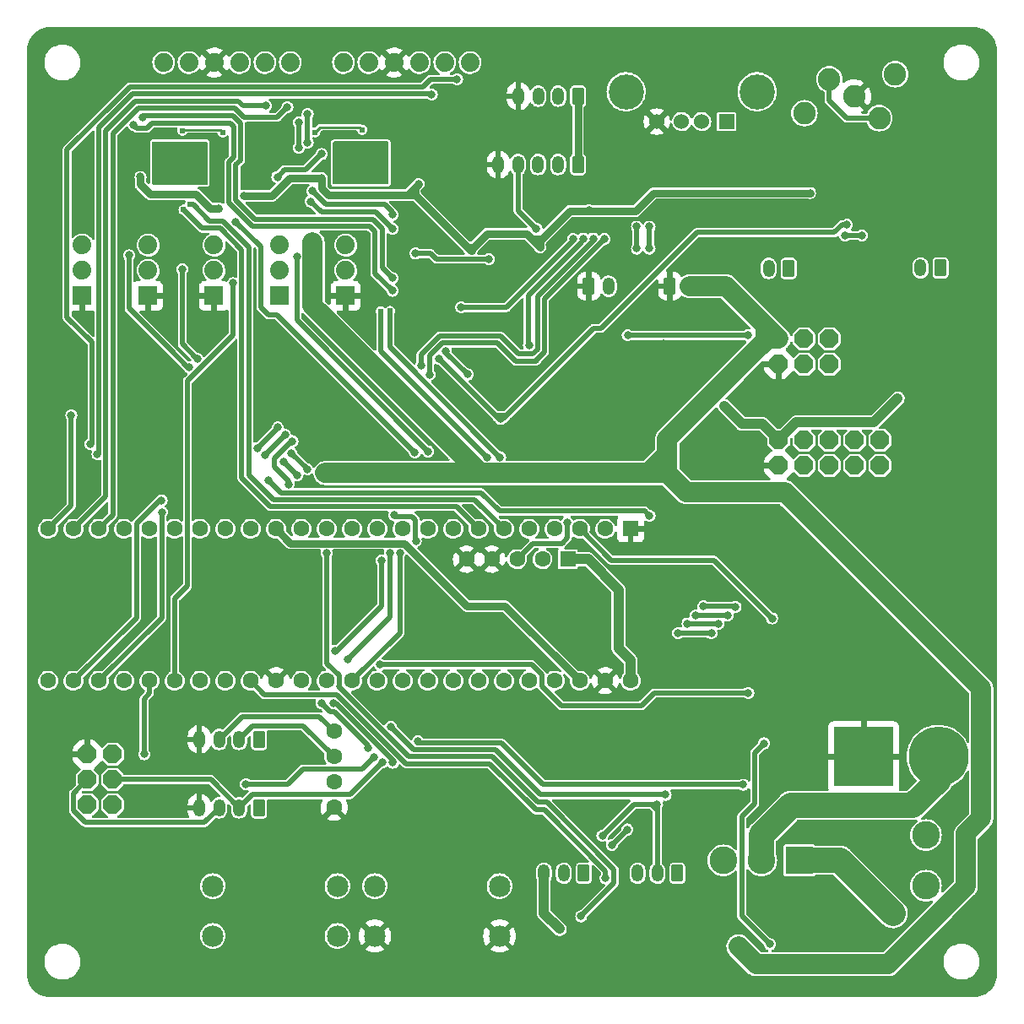
<source format=gbl>
G04 #@! TF.GenerationSoftware,KiCad,Pcbnew,(6.0.8)*
G04 #@! TF.CreationDate,2022-11-23T15:29:44+01:00*
G04 #@! TF.ProjectId,Regbot,52656762-6f74-42e6-9b69-6361645f7063,v5.0*
G04 #@! TF.SameCoordinates,Original*
G04 #@! TF.FileFunction,Copper,L2,Bot*
G04 #@! TF.FilePolarity,Positive*
%FSLAX46Y46*%
G04 Gerber Fmt 4.6, Leading zero omitted, Abs format (unit mm)*
G04 Created by KiCad (PCBNEW (6.0.8)) date 2022-11-23 15:29:44*
%MOMM*%
%LPD*%
G01*
G04 APERTURE LIST*
G04 Aperture macros list*
%AMRoundRect*
0 Rectangle with rounded corners*
0 $1 Rounding radius*
0 $2 $3 $4 $5 $6 $7 $8 $9 X,Y pos of 4 corners*
0 Add a 4 corners polygon primitive as box body*
4,1,4,$2,$3,$4,$5,$6,$7,$8,$9,$2,$3,0*
0 Add four circle primitives for the rounded corners*
1,1,$1+$1,$2,$3*
1,1,$1+$1,$4,$5*
1,1,$1+$1,$6,$7*
1,1,$1+$1,$8,$9*
0 Add four rect primitives between the rounded corners*
20,1,$1+$1,$2,$3,$4,$5,0*
20,1,$1+$1,$4,$5,$6,$7,0*
20,1,$1+$1,$6,$7,$8,$9,0*
20,1,$1+$1,$8,$9,$2,$3,0*%
%AMOutline5P*
0 Free polygon, 5 corners , with rotation*
0 The origin of the aperture is its center*
0 number of corners: always 5*
0 $1 to $10 corner X, Y*
0 $11 Rotation angle, in degrees counterclockwise*
0 create outline with 5 corners*
4,1,5,$1,$2,$3,$4,$5,$6,$7,$8,$9,$10,$1,$2,$11*%
%AMOutline6P*
0 Free polygon, 6 corners , with rotation*
0 The origin of the aperture is its center*
0 number of corners: always 6*
0 $1 to $12 corner X, Y*
0 $13 Rotation angle, in degrees counterclockwise*
0 create outline with 6 corners*
4,1,6,$1,$2,$3,$4,$5,$6,$7,$8,$9,$10,$11,$12,$1,$2,$13*%
%AMOutline7P*
0 Free polygon, 7 corners , with rotation*
0 The origin of the aperture is its center*
0 number of corners: always 7*
0 $1 to $14 corner X, Y*
0 $15 Rotation angle, in degrees counterclockwise*
0 create outline with 7 corners*
4,1,7,$1,$2,$3,$4,$5,$6,$7,$8,$9,$10,$11,$12,$13,$14,$1,$2,$15*%
%AMOutline8P*
0 Free polygon, 8 corners , with rotation*
0 The origin of the aperture is its center*
0 number of corners: always 8*
0 $1 to $16 corner X, Y*
0 $17 Rotation angle, in degrees counterclockwise*
0 create outline with 8 corners*
4,1,8,$1,$2,$3,$4,$5,$6,$7,$8,$9,$10,$11,$12,$13,$14,$15,$16,$1,$2,$17*%
G04 Aperture macros list end*
G04 #@! TA.AperFunction,ComponentPad*
%ADD10RoundRect,0.250000X0.350000X0.625000X-0.350000X0.625000X-0.350000X-0.625000X0.350000X-0.625000X0*%
G04 #@! TD*
G04 #@! TA.AperFunction,ComponentPad*
%ADD11O,1.200000X1.750000*%
G04 #@! TD*
G04 #@! TA.AperFunction,ComponentPad*
%ADD12RoundRect,0.250000X-0.350000X-0.625000X0.350000X-0.625000X0.350000X0.625000X-0.350000X0.625000X0*%
G04 #@! TD*
G04 #@! TA.AperFunction,ComponentPad*
%ADD13R,1.879600X1.879600*%
G04 #@! TD*
G04 #@! TA.AperFunction,ComponentPad*
%ADD14C,1.879600*%
G04 #@! TD*
G04 #@! TA.AperFunction,ComponentPad*
%ADD15R,2.775000X2.775000*%
G04 #@! TD*
G04 #@! TA.AperFunction,ComponentPad*
%ADD16C,2.775000*%
G04 #@! TD*
G04 #@! TA.AperFunction,ComponentPad*
%ADD17R,1.600000X1.600000*%
G04 #@! TD*
G04 #@! TA.AperFunction,ComponentPad*
%ADD18C,1.600000*%
G04 #@! TD*
G04 #@! TA.AperFunction,ComponentPad*
%ADD19C,2.159000*%
G04 #@! TD*
G04 #@! TA.AperFunction,ComponentPad*
%ADD20C,2.250000*%
G04 #@! TD*
G04 #@! TA.AperFunction,ComponentPad*
%ADD21R,1.524000X1.524000*%
G04 #@! TD*
G04 #@! TA.AperFunction,ComponentPad*
%ADD22C,1.524000*%
G04 #@! TD*
G04 #@! TA.AperFunction,ComponentPad*
%ADD23C,3.530000*%
G04 #@! TD*
G04 #@! TA.AperFunction,ComponentPad*
%ADD24Outline8P,-0.939800X0.389278X-0.389278X0.939800X0.389278X0.939800X0.939800X0.389278X0.939800X-0.389278X0.389278X-0.939800X-0.389278X-0.939800X-0.939800X-0.389278X0.000000*%
G04 #@! TD*
G04 #@! TA.AperFunction,ComponentPad*
%ADD25R,5.999987X5.999987*%
G04 #@! TD*
G04 #@! TA.AperFunction,ComponentPad*
%ADD26C,5.999987*%
G04 #@! TD*
G04 #@! TA.AperFunction,ComponentPad*
%ADD27Outline8P,-0.939800X0.389278X-0.389278X0.939800X0.389278X0.939800X0.939800X0.389278X0.939800X-0.389278X0.389278X-0.939800X-0.389278X-0.939800X-0.939800X-0.389278X270.000000*%
G04 #@! TD*
G04 #@! TA.AperFunction,ViaPad*
%ADD28C,0.800000*%
G04 #@! TD*
G04 #@! TA.AperFunction,ViaPad*
%ADD29C,0.900000*%
G04 #@! TD*
G04 #@! TA.AperFunction,ViaPad*
%ADD30C,1.905000*%
G04 #@! TD*
G04 #@! TA.AperFunction,ViaPad*
%ADD31C,0.610000*%
G04 #@! TD*
G04 #@! TA.AperFunction,ViaPad*
%ADD32C,1.508000*%
G04 #@! TD*
G04 #@! TA.AperFunction,Conductor*
%ADD33C,0.750000*%
G04 #@! TD*
G04 #@! TA.AperFunction,Conductor*
%ADD34C,0.500000*%
G04 #@! TD*
G04 #@! TA.AperFunction,Conductor*
%ADD35C,1.000000*%
G04 #@! TD*
G04 #@! TA.AperFunction,Conductor*
%ADD36C,2.000000*%
G04 #@! TD*
G04 #@! TA.AperFunction,Conductor*
%ADD37C,0.250000*%
G04 #@! TD*
G04 #@! TA.AperFunction,Conductor*
%ADD38C,2.032000*%
G04 #@! TD*
G04 #@! TA.AperFunction,Conductor*
%ADD39C,0.508000*%
G04 #@! TD*
G04 #@! TA.AperFunction,Conductor*
%ADD40C,2.540000*%
G04 #@! TD*
G04 APERTURE END LIST*
D10*
X176260000Y-80560000D03*
D11*
X174260000Y-80560000D03*
D12*
X164338000Y-82338000D03*
D11*
X166338000Y-82338000D03*
D12*
X156210000Y-82346800D03*
D11*
X158210000Y-82346800D03*
D13*
X131826000Y-83312000D03*
D14*
X131826000Y-80772000D03*
X131826000Y-78232000D03*
D15*
X177330100Y-139928600D03*
D16*
X173520100Y-139928600D03*
X169710100Y-139928600D03*
X190030100Y-142468600D03*
X190030100Y-137388600D03*
D17*
X160401000Y-106680000D03*
D18*
X157861000Y-106680000D03*
X155321000Y-106680000D03*
X152781000Y-106680000D03*
X150241000Y-106680000D03*
X147701000Y-106680000D03*
X145161000Y-106680000D03*
X142621000Y-106680000D03*
X140081000Y-106680000D03*
X137541000Y-106680000D03*
X135001000Y-106680000D03*
X132461000Y-106680000D03*
X129921000Y-106680000D03*
X127381000Y-106680000D03*
X124841000Y-106680000D03*
X122301000Y-106680000D03*
X119761000Y-106680000D03*
X117221000Y-106680000D03*
X114681000Y-106680000D03*
X112141000Y-106680000D03*
X109601000Y-106680000D03*
X107061000Y-106680000D03*
X104521000Y-106680000D03*
X101981000Y-106680000D03*
X101981000Y-121920000D03*
X104521000Y-121920000D03*
X107061000Y-121920000D03*
X109601000Y-121920000D03*
X112141000Y-121920000D03*
X114681000Y-121920000D03*
X117221000Y-121920000D03*
X119761000Y-121920000D03*
X122301000Y-121920000D03*
X124841000Y-121920000D03*
X127381000Y-121920000D03*
X129921000Y-121920000D03*
X132461000Y-121920000D03*
X135001000Y-121920000D03*
X137541000Y-121920000D03*
X140081000Y-121920000D03*
X142621000Y-121920000D03*
X145161000Y-121920000D03*
X147701000Y-121920000D03*
X150241000Y-121920000D03*
X152781000Y-121920000D03*
X155321000Y-121920000D03*
X157861000Y-121920000D03*
X160401000Y-121920000D03*
D17*
X154101800Y-109730800D03*
D18*
X151561800Y-109730800D03*
X149021800Y-109730800D03*
X146481800Y-109730800D03*
X143941800Y-109730800D03*
D19*
X147258100Y-147508600D03*
X134758100Y-147508600D03*
X147258100Y-142508600D03*
X134758100Y-142508600D03*
D20*
X186944000Y-61087000D03*
X185344000Y-65487000D03*
X182844000Y-63287000D03*
X177844000Y-64987000D03*
X180344000Y-61587000D03*
D10*
X123142000Y-134662000D03*
D11*
X121142000Y-134662000D03*
X119142000Y-134662000D03*
X117142000Y-134662000D03*
D10*
X155130000Y-70146000D03*
D11*
X153130000Y-70146000D03*
X151130000Y-70146000D03*
X149130000Y-70146000D03*
X147130000Y-70146000D03*
D10*
X191484000Y-80518000D03*
D11*
X189484000Y-80518000D03*
D21*
X170027600Y-65836800D03*
D22*
X167527600Y-65836800D03*
X165527600Y-65836800D03*
X163027600Y-65836800D03*
D23*
X159957600Y-62836800D03*
X173097600Y-62836800D03*
D13*
X112014000Y-83312000D03*
D14*
X112014000Y-80772000D03*
X112014000Y-78232000D03*
D13*
X105410000Y-83312000D03*
D14*
X105410000Y-80772000D03*
X105410000Y-78232000D03*
D24*
X175260000Y-90170000D03*
X175260000Y-87630000D03*
X177800000Y-90170000D03*
X177800000Y-87630000D03*
X180340000Y-90170000D03*
X180340000Y-87630000D03*
D19*
X131002100Y-147508600D03*
X118502100Y-147508600D03*
X131002100Y-142508600D03*
X118502100Y-142508600D03*
D10*
X155146000Y-63288000D03*
D11*
X153146000Y-63288000D03*
X151146000Y-63288000D03*
X149146000Y-63288000D03*
D10*
X123142000Y-127804000D03*
D11*
X121142000Y-127804000D03*
X119142000Y-127804000D03*
X117142000Y-127804000D03*
D14*
X131610100Y-59918600D03*
X134150100Y-59918600D03*
X136690100Y-59918600D03*
X139230100Y-59918600D03*
X141770100Y-59918600D03*
X144310100Y-59918600D03*
D25*
X183794400Y-129540000D03*
D26*
X191294409Y-129540000D03*
D18*
X130671100Y-127000000D03*
X130671100Y-129540000D03*
X130671100Y-132080000D03*
X130671100Y-134620000D03*
D13*
X118618000Y-83312000D03*
D14*
X118618000Y-80772000D03*
X118618000Y-78232000D03*
D13*
X125222000Y-83312000D03*
D14*
X125222000Y-80772000D03*
X125222000Y-78232000D03*
X113576100Y-59918600D03*
X116116100Y-59918600D03*
X118656100Y-59918600D03*
X121196100Y-59918600D03*
X123736100Y-59918600D03*
X126276100Y-59918600D03*
D10*
X155702000Y-141224000D03*
D11*
X153702000Y-141224000D03*
X151702000Y-141224000D03*
D24*
X175260000Y-100330000D03*
X175260000Y-97790000D03*
X177800000Y-100330000D03*
X177800000Y-97790000D03*
X180340000Y-100330000D03*
X180340000Y-97790000D03*
X182880000Y-100330000D03*
X182880000Y-97790000D03*
X185420000Y-100330000D03*
X185420000Y-97790000D03*
D10*
X165100000Y-141224000D03*
D11*
X163100000Y-141224000D03*
X161100000Y-141224000D03*
D27*
X105918000Y-129286000D03*
X108458000Y-129286000D03*
X105918000Y-131826000D03*
X108458000Y-131826000D03*
X105918000Y-134366000D03*
X108458000Y-134366000D03*
D28*
X133858000Y-123240800D03*
X132181600Y-115519200D03*
X132181600Y-109474000D03*
X139141200Y-72085200D03*
X155634569Y-77569383D03*
X137287000Y-71882000D03*
X161544000Y-126238000D03*
X175641000Y-128778000D03*
X127381000Y-74549000D03*
X166116000Y-134239000D03*
X105410000Y-91186000D03*
X164211000Y-76200000D03*
X161036000Y-128016000D03*
X125222000Y-74549000D03*
X104140000Y-66929000D03*
X181991000Y-80645000D03*
X110744000Y-73025000D03*
X166116000Y-138938000D03*
X122428000Y-115214400D03*
X178308000Y-112141000D03*
X171069000Y-79629000D03*
X140970000Y-143510000D03*
X109474000Y-73914000D03*
X183642000Y-113284000D03*
X163703000Y-88138000D03*
X143052800Y-70002400D03*
X105283000Y-103886000D03*
X116967000Y-98679000D03*
X159893000Y-139827000D03*
X129032000Y-59182000D03*
X137871200Y-66344800D03*
X159258000Y-126238000D03*
X180594000Y-141986000D03*
X183642000Y-139319000D03*
X118618000Y-87376000D03*
X105537000Y-68453000D03*
X141478000Y-114554000D03*
X178689000Y-75565000D03*
X186182000Y-110744000D03*
X163322000Y-95885000D03*
X110236000Y-91186000D03*
X130352800Y-79298800D03*
X119126000Y-71628000D03*
X183769000Y-80645000D03*
X166116000Y-136017000D03*
X174371000Y-127381000D03*
X160147000Y-144018000D03*
X149987000Y-144907000D03*
X196342000Y-137414000D03*
X172466000Y-81280000D03*
X109601000Y-97282000D03*
X123444000Y-143764000D03*
X102870000Y-73914000D03*
X134493000Y-82169000D03*
X146558000Y-132588000D03*
X114808000Y-128778000D03*
X104902000Y-114427000D03*
X180594000Y-137922000D03*
X152400000Y-126492000D03*
X109728000Y-67183000D03*
X125984000Y-141224000D03*
X153974800Y-95961200D03*
X161163000Y-151892000D03*
X193802000Y-135128000D03*
X120396000Y-103835200D03*
X174752000Y-108839000D03*
X160020000Y-95885000D03*
X127101600Y-93014800D03*
X193802000Y-123444000D03*
X168529000Y-88773000D03*
X164211000Y-78613000D03*
X105410000Y-85344000D03*
X167386000Y-140335000D03*
X140970000Y-141478000D03*
X159613600Y-76250800D03*
X149417000Y-78994000D03*
X110617000Y-129286000D03*
X125984000Y-143764000D03*
X110617000Y-127254000D03*
X115062000Y-98679000D03*
X168529000Y-79629000D03*
X150622000Y-124714000D03*
X166116000Y-130683000D03*
X105410000Y-73914000D03*
X161544000Y-138176000D03*
X123444000Y-141224000D03*
X129032000Y-56896000D03*
X122682000Y-66548000D03*
X136525000Y-78994000D03*
X144526000Y-133350000D03*
X113411000Y-130429000D03*
X174345600Y-122580400D03*
X162433000Y-150495000D03*
X144526000Y-127127000D03*
X149987000Y-143002000D03*
X127000000Y-64770000D03*
X166116000Y-128905000D03*
X102870000Y-96520000D03*
X109728000Y-69977000D03*
X125476000Y-66548000D03*
X183769000Y-136398000D03*
X164846000Y-129413000D03*
X103378000Y-103886000D03*
X140716000Y-66344800D03*
X122174000Y-69342000D03*
D29*
X160401000Y-119888000D03*
X187198000Y-93599000D03*
X153289000Y-146812000D03*
X169799000Y-94361000D03*
X153289000Y-146812000D03*
D30*
X128524000Y-77978000D03*
X164084000Y-101092000D03*
D31*
X115468400Y-66732500D03*
X119507000Y-66929000D03*
X133492502Y-66649600D03*
D32*
X171234100Y-148564600D03*
D30*
X129794000Y-101092000D03*
D31*
X128770500Y-66903600D03*
D30*
X195580000Y-123571000D03*
D28*
X123825000Y-64262000D03*
X125984000Y-64389000D03*
X106934500Y-99187000D03*
X140462000Y-63119000D03*
X106234500Y-98171000D03*
X143002000Y-61595000D03*
X129413000Y-124180500D03*
X136363688Y-126526312D03*
X163917500Y-133350000D03*
X134108862Y-128654138D03*
X136572337Y-130127663D03*
X130603337Y-124166500D03*
X171704000Y-132334000D03*
X139073039Y-127990500D03*
X174371000Y-148336000D03*
X173787000Y-128194000D03*
X111616503Y-129286000D03*
X157900500Y-141732000D03*
X119126000Y-74549000D03*
X156251888Y-74735712D03*
X178400688Y-72990688D03*
X129413000Y-71501000D03*
X121666000Y-73279000D03*
X111252000Y-71374000D03*
X151320500Y-78422500D03*
X144477500Y-78779500D03*
X121818400Y-132283200D03*
X134657691Y-129579713D03*
X135527253Y-130072528D03*
X136525000Y-75184000D03*
X128481642Y-72803745D03*
X128016000Y-65063500D03*
X128016000Y-67945000D03*
X138850600Y-79070200D03*
X146177000Y-79629000D03*
X128315439Y-73838918D03*
X127127000Y-65924847D03*
X127127000Y-68453000D03*
X136525000Y-76581000D03*
X136525000Y-82804000D03*
X110557288Y-66158088D03*
X111455200Y-65430400D03*
X136525000Y-81534000D03*
X158531336Y-138394664D03*
X160086264Y-136839736D03*
X167703500Y-114459571D03*
X170932794Y-114504830D03*
X170131465Y-115363536D03*
X166941500Y-115348571D03*
X169194929Y-116213036D03*
X166116001Y-116174072D03*
X168503600Y-117157500D03*
X165163501Y-117126572D03*
X160121600Y-87274400D03*
X150962136Y-76621864D03*
X172172500Y-87274400D03*
X162306000Y-105370500D03*
X124117911Y-101801038D03*
D30*
X186728100Y-145262600D03*
D28*
X174590688Y-115662688D03*
X135284188Y-120298188D03*
X172212000Y-123139200D03*
X157578836Y-137442164D03*
X163068000Y-134289500D03*
X136706263Y-105304937D03*
X138865076Y-107895924D03*
X137270503Y-109115000D03*
X141876679Y-88901169D03*
X144072500Y-91189700D03*
X136271000Y-109115000D03*
X132080000Y-119761000D03*
X155448000Y-145542000D03*
X126094900Y-102205437D03*
X143424500Y-84480400D03*
X126492000Y-97891600D03*
X154635200Y-77585700D03*
X129921000Y-109115000D03*
X116112312Y-90458312D03*
X110109000Y-79248000D03*
X125573971Y-99920677D03*
X126974247Y-101320953D03*
X127965200Y-100685600D03*
X116937812Y-89632812D03*
X115443000Y-80645000D03*
X126387124Y-99107524D03*
X120800388Y-75874713D03*
X138767419Y-99016419D03*
X126924500Y-79375000D03*
X140081000Y-98910500D03*
X130795900Y-118908700D03*
X150212275Y-88256362D03*
X135421500Y-109866774D03*
X162306000Y-78569500D03*
X162306000Y-76370500D03*
X154051000Y-106045000D03*
X161036000Y-78569500D03*
X161036000Y-76370500D03*
X147379712Y-95665312D03*
X182089651Y-76177321D03*
X141169924Y-89607924D03*
X129413000Y-69088000D03*
X124977424Y-71383424D03*
X120523000Y-82042000D03*
X104311581Y-95294581D03*
X125739799Y-97233423D03*
X140236838Y-91207962D03*
X157780595Y-77625305D03*
X123732312Y-99279688D03*
X113386929Y-105004929D03*
X156643012Y-77561512D03*
X125022588Y-96516212D03*
X113370441Y-103820041D03*
X139373238Y-90344362D03*
X123021112Y-98568488D03*
X132080000Y-69977000D03*
X133350000Y-69977000D03*
X134620000Y-69977000D03*
X135636000Y-70866000D03*
X135636000Y-69088000D03*
X131064000Y-70866000D03*
X131064000Y-69088000D03*
X113919000Y-69977000D03*
X112903000Y-70866000D03*
X112903000Y-69088000D03*
X117475000Y-70866000D03*
X115189000Y-69977000D03*
X117475000Y-69088000D03*
X116459000Y-69977000D03*
X146015005Y-99492500D03*
D31*
X135361411Y-84856589D03*
X136271000Y-84836000D03*
D28*
X147320000Y-99492500D03*
D31*
X115570000Y-74676000D03*
X116205000Y-74168000D03*
D28*
X183602500Y-77255500D03*
X181903500Y-77255500D03*
D33*
X130089000Y-73193000D02*
X138135000Y-73193000D01*
X138135000Y-73193000D02*
X138790000Y-73193000D01*
X138790000Y-72436400D02*
X138135000Y-73091400D01*
X138135000Y-73091400D02*
X138135000Y-73193000D01*
X138790000Y-72436400D02*
X139141200Y-72085200D01*
X138790000Y-73193000D02*
X138790000Y-72436400D01*
D34*
X148858850Y-89854000D02*
X147056020Y-88051169D01*
X150887200Y-89854000D02*
X148858850Y-89854000D01*
X151028400Y-89712800D02*
X150887200Y-89854000D01*
X141543569Y-88051169D02*
X141528800Y-88036400D01*
X151028400Y-89686750D02*
X151028400Y-89712800D01*
X151762275Y-83643625D02*
X151762275Y-88952875D01*
X151762275Y-88952875D02*
X151028400Y-89686750D01*
X157780595Y-77625305D02*
X151762275Y-83643625D01*
X147056020Y-88051169D02*
X141543569Y-88051169D01*
X141528800Y-88036400D02*
X140236838Y-89328362D01*
X140236838Y-89328362D02*
X140236838Y-91207962D01*
X156643012Y-77772938D02*
X151062275Y-83353675D01*
X149148800Y-89154000D02*
X147331200Y-87336400D01*
X156643012Y-77561512D02*
X156643012Y-77772938D01*
X141238850Y-87336400D02*
X139373238Y-89202012D01*
X150571200Y-89154000D02*
X149148800Y-89154000D01*
X147331200Y-87336400D02*
X141238850Y-87336400D01*
X151062275Y-88662925D02*
X150571200Y-89154000D01*
X139373238Y-89202012D02*
X139373238Y-90344362D01*
X151062275Y-83353675D02*
X151062275Y-88662925D01*
X150212275Y-88256362D02*
X150145213Y-88189300D01*
X150145213Y-88189300D02*
X150145213Y-83280787D01*
X150145213Y-83280787D02*
X155498800Y-77927200D01*
X154635200Y-77585700D02*
X154635200Y-77800850D01*
X154635200Y-77800850D02*
X147955650Y-84480400D01*
X147955650Y-84480400D02*
X143424500Y-84480400D01*
D35*
X187198000Y-93599000D02*
X184785000Y-96012000D01*
X171577000Y-96139000D02*
X169799000Y-94361000D01*
X159192640Y-112785104D02*
X156138336Y-109730800D01*
X173609000Y-96139000D02*
X171577000Y-96139000D01*
X151702000Y-145225000D02*
X153289000Y-146812000D01*
X160401000Y-119888000D02*
X159192640Y-118679640D01*
X156138336Y-109730800D02*
X154101800Y-109730800D01*
X184785000Y-96012000D02*
X177038000Y-96012000D01*
X177038000Y-96012000D02*
X175260000Y-97790000D01*
X160401000Y-121920000D02*
X160401000Y-119888000D01*
X151702000Y-141224000D02*
X151702000Y-145225000D01*
X159192640Y-118679640D02*
X159192640Y-112785104D01*
X175260000Y-97790000D02*
X173609000Y-96139000D01*
D36*
X175895000Y-102997000D02*
X165989000Y-102997000D01*
X164084000Y-101092000D02*
X145326400Y-101092000D01*
X173393100Y-88353900D02*
X164084000Y-97663000D01*
D37*
X119227600Y-66649600D02*
X119507000Y-66929000D01*
D36*
X164084000Y-99187000D02*
X164084000Y-101092000D01*
X166354000Y-82338000D02*
X169968000Y-82338000D01*
X173913800Y-86283800D02*
X175260000Y-87630000D01*
X194043499Y-137249099D02*
X195580000Y-135712598D01*
D37*
X133238502Y-66395600D02*
X133492502Y-66649600D01*
D36*
X173913800Y-87833200D02*
X173913800Y-86283800D01*
X191731900Y-144830800D02*
X191719200Y-144830800D01*
X174117000Y-87630000D02*
X173393100Y-88353900D01*
X191719200Y-144830800D02*
X194043499Y-142506501D01*
X128524000Y-79883000D02*
X128524000Y-77978000D01*
X164084000Y-99187000D02*
X162179000Y-101092000D01*
X186220100Y-150342600D02*
X191731900Y-144830800D01*
X165989000Y-102997000D02*
X164084000Y-101092000D01*
X145326400Y-101092000D02*
X128524000Y-84289600D01*
D37*
X129278500Y-66395600D02*
X133238502Y-66395600D01*
D38*
X173012100Y-150342600D02*
X186220100Y-150342600D01*
X173012100Y-150342600D02*
X171234100Y-148564600D01*
D36*
X164084000Y-97663000D02*
X164084000Y-99187000D01*
D37*
X128770500Y-66903600D02*
X129278500Y-66395600D01*
D36*
X195580000Y-135712598D02*
X195580000Y-126238000D01*
D37*
X115551300Y-66649600D02*
X119227600Y-66649600D01*
D36*
X173393100Y-88353900D02*
X173913800Y-87833200D01*
X161036000Y-101092000D02*
X129794000Y-101092000D01*
X194043499Y-142506501D02*
X194043499Y-137249099D01*
X169968000Y-82338000D02*
X173913800Y-86283800D01*
X195580000Y-122682000D02*
X175895000Y-102997000D01*
X195580000Y-123571000D02*
X195580000Y-122682000D01*
X128524000Y-84289600D02*
X128524000Y-79883000D01*
X164084000Y-101092000D02*
X161036000Y-101092000D01*
X195580000Y-126238000D02*
X195580000Y-123571000D01*
X162179000Y-101092000D02*
X161036000Y-101092000D01*
X175260000Y-87630000D02*
X174117000Y-87630000D01*
D37*
X115468400Y-66732500D02*
X115551300Y-66649600D01*
D34*
X104521000Y-106680000D02*
X107784000Y-103417000D01*
X115570000Y-63777000D02*
X121054000Y-63777000D01*
X110747051Y-63777000D02*
X115570000Y-63777000D01*
X121054000Y-63777000D02*
X121539000Y-64262000D01*
X107784000Y-103417000D02*
X107784000Y-66740050D01*
X121539000Y-64262000D02*
X123825000Y-64262000D01*
X107784000Y-66740050D02*
X110747051Y-63777000D01*
X108484000Y-71247000D02*
X108484000Y-67030000D01*
X124968000Y-65405000D02*
X125984000Y-64389000D01*
X121666000Y-65405000D02*
X124968000Y-65405000D01*
X110871000Y-64643000D02*
X111037000Y-64477000D01*
X108484000Y-105257000D02*
X108484000Y-100330000D01*
X108484000Y-100330000D02*
X108484000Y-71247000D01*
X120738000Y-64477000D02*
X121666000Y-65405000D01*
X107061000Y-106680000D02*
X108484000Y-105257000D01*
X108484000Y-67030000D02*
X110871000Y-64643000D01*
X111037000Y-64477000D02*
X120738000Y-64477000D01*
X116332000Y-63077000D02*
X110457101Y-63077000D01*
X140420000Y-63077000D02*
X140462000Y-63119000D01*
X139742000Y-63077000D02*
X116332000Y-63077000D01*
X139742000Y-63077000D02*
X140420000Y-63077000D01*
X107084000Y-70358000D02*
X107084000Y-99037500D01*
X110457101Y-63077000D02*
X107084000Y-66450100D01*
X107084000Y-99037500D02*
X106934500Y-99187000D01*
X107084000Y-66450100D02*
X107084000Y-70358000D01*
X140843000Y-61595000D02*
X140355000Y-61595000D01*
X139573000Y-62377000D02*
X110167151Y-62377000D01*
X110167151Y-62377000D02*
X109005075Y-63539075D01*
X103886000Y-68658150D02*
X103886000Y-85471000D01*
X106384000Y-98021500D02*
X106234500Y-98171000D01*
X106384000Y-88011000D02*
X106384000Y-98021500D01*
X109005075Y-63539075D02*
X103886000Y-68658150D01*
X106384000Y-87969000D02*
X106384000Y-88011000D01*
X140355000Y-61595000D02*
X139573000Y-62377000D01*
X143002000Y-61595000D02*
X140843000Y-61595000D01*
X103886000Y-85471000D02*
X106384000Y-87969000D01*
X138677376Y-128840000D02*
X146847949Y-128840000D01*
X130682650Y-125016500D02*
X132182575Y-126516425D01*
X146847949Y-128840000D02*
X151357950Y-133350000D01*
X134108862Y-128442712D02*
X134108862Y-128654138D01*
X136363688Y-126526312D02*
X138677376Y-128840000D01*
X130249000Y-125016500D02*
X130682650Y-125016500D01*
X129413000Y-124180500D02*
X130249000Y-125016500D01*
X132182575Y-126516425D02*
X134108862Y-128442712D01*
X151357950Y-133350000D02*
X163917500Y-133350000D01*
X171704000Y-132334000D02*
X151638000Y-132334000D01*
X130603337Y-124166500D02*
X130822600Y-124166500D01*
X130822600Y-124166500D02*
X136678051Y-130021950D01*
X136678051Y-130021950D02*
X136572337Y-130127663D01*
X151638000Y-132334000D02*
X147444000Y-128140000D01*
X147444000Y-128140000D02*
X138967326Y-128140000D01*
X172847000Y-134239000D02*
X172529500Y-134556500D01*
X172847000Y-133350000D02*
X172847000Y-133604000D01*
X172847000Y-132334000D02*
X172847000Y-133350000D01*
X171547600Y-145512600D02*
X171547600Y-135538400D01*
X173787000Y-128219000D02*
X172847000Y-129159000D01*
X171547600Y-135538400D02*
X172529500Y-134556500D01*
X172847000Y-132334000D02*
X172847000Y-134239000D01*
X173787000Y-128194000D02*
X173787000Y-128219000D01*
X172847000Y-129159000D02*
X172847000Y-132334000D01*
X174371000Y-148336000D02*
X171547600Y-145512600D01*
X172847000Y-133604000D02*
X172847000Y-133985000D01*
X111616503Y-129286000D02*
X111616503Y-123714497D01*
X112141000Y-123190000D02*
X112141000Y-121920000D01*
X111616503Y-123714497D02*
X112141000Y-123190000D01*
X157900500Y-140983450D02*
X157900500Y-141732000D01*
X122301000Y-121920000D02*
X123698000Y-123317000D01*
X137886050Y-130240000D02*
X146268050Y-130240000D01*
X150889025Y-134860975D02*
X151778025Y-134860975D01*
X151778025Y-134860975D02*
X157900500Y-140983450D01*
X146268050Y-130240000D02*
X150889025Y-134860975D01*
X130963050Y-123317000D02*
X137886050Y-130240000D01*
X123698000Y-123317000D02*
X130963050Y-123317000D01*
D33*
X116840000Y-73152000D02*
X112268000Y-73152000D01*
X144477500Y-78779500D02*
X144376500Y-78779500D01*
X144050500Y-78453500D02*
X138790000Y-73193000D01*
X144477500Y-78779500D02*
X144477500Y-78599500D01*
X150495000Y-77597000D02*
X151320500Y-78422500D01*
X156251888Y-74735712D02*
X156319176Y-74803000D01*
X129413000Y-71501000D02*
X126238000Y-71501000D01*
X152095200Y-77012800D02*
X151320500Y-77787500D01*
X119126000Y-74549000D02*
X118237000Y-74549000D01*
X137731500Y-108140500D02*
X144018000Y-114427000D01*
X156251888Y-74735712D02*
X156184600Y-74803000D01*
X144018000Y-114427000D02*
X147828000Y-114427000D01*
X160909000Y-74803000D02*
X162721312Y-72990688D01*
X151320500Y-77787500D02*
X151320500Y-78422500D01*
X145988000Y-77089000D02*
X144623500Y-78453500D01*
X152095200Y-77012800D02*
X151511000Y-77597000D01*
X129413000Y-71501000D02*
X129413000Y-72517000D01*
X156319176Y-74803000D02*
X160909000Y-74803000D01*
X112268000Y-73152000D02*
X111252000Y-72136000D01*
X147828000Y-114427000D02*
X155321000Y-121920000D01*
X162721312Y-72990688D02*
X178400688Y-72990688D01*
X124968000Y-72771000D02*
X124546000Y-73193000D01*
X126238000Y-71501000D02*
X124968000Y-72771000D01*
X144376500Y-78779500D02*
X144050500Y-78453500D01*
X124460000Y-73279000D02*
X121666000Y-73279000D01*
X149987000Y-77089000D02*
X150495000Y-77597000D01*
X155130000Y-70146000D02*
X155130000Y-63304000D01*
X144623500Y-78453500D02*
X144050500Y-78453500D01*
D39*
X118462100Y-142468600D02*
X118502100Y-142508600D01*
D33*
X154305000Y-74803000D02*
X152095200Y-77012800D01*
X124546000Y-73193000D02*
X124460000Y-73279000D01*
X111252000Y-72136000D02*
X111252000Y-71374000D01*
X145988000Y-77089000D02*
X149987000Y-77089000D01*
X156184600Y-74803000D02*
X154305000Y-74803000D01*
X129413000Y-72517000D02*
X130089000Y-73193000D01*
X118237000Y-74549000D02*
X116840000Y-73152000D01*
X155130000Y-63304000D02*
X155146000Y-63288000D01*
X126301500Y-108140500D02*
X137731500Y-108140500D01*
X124841000Y-106680000D02*
X126301500Y-108140500D01*
X151511000Y-77597000D02*
X150495000Y-77597000D01*
X144477500Y-78599500D02*
X145988000Y-77089000D01*
D34*
X117660000Y-136144000D02*
X119142000Y-134662000D01*
X105730524Y-136144000D02*
X117660000Y-136144000D01*
X126034800Y-132283200D02*
X127355600Y-130962400D01*
X133447404Y-130790000D02*
X134657691Y-129579713D01*
X104528200Y-134941676D02*
X105730524Y-136144000D01*
X121818400Y-132283200D02*
X126034800Y-132283200D01*
X105918000Y-131826000D02*
X104528200Y-133215800D01*
X127355600Y-130962400D02*
X127528000Y-130790000D01*
X104528200Y-133215800D02*
X104528200Y-134941676D01*
X127528000Y-130790000D02*
X133447404Y-130790000D01*
X122467000Y-133337000D02*
X132262781Y-133337000D01*
X121142000Y-134662000D02*
X122467000Y-133337000D01*
X118306000Y-131826000D02*
X121142000Y-134662000D01*
X108458000Y-131826000D02*
X118306000Y-131826000D01*
X132262781Y-133337000D02*
X135527253Y-130072528D01*
X129845897Y-74168000D02*
X128481642Y-72803745D01*
X128016000Y-65063500D02*
X128016000Y-67945000D01*
X135763000Y-74168000D02*
X129845897Y-74168000D01*
X136525000Y-74930000D02*
X136525000Y-75184000D01*
X135763000Y-74168000D02*
X136525000Y-74930000D01*
X140908000Y-79629000D02*
X140349200Y-79070200D01*
X146177000Y-79629000D02*
X140908000Y-79629000D01*
X140349200Y-79070200D02*
X138850600Y-79070200D01*
X134874000Y-74930000D02*
X129406521Y-74930000D01*
X129406521Y-74930000D02*
X128315439Y-73838918D01*
X127127000Y-65924847D02*
X127127000Y-68453000D01*
X134874000Y-74930000D02*
X136525000Y-76581000D01*
X110557288Y-66158088D02*
X110908200Y-66509000D01*
X134760025Y-81039025D02*
X136525000Y-82804000D01*
X122457051Y-76330000D02*
X134268050Y-76330000D01*
X111864000Y-66509000D02*
X112395000Y-65978000D01*
X134268050Y-76330000D02*
X134760025Y-76821975D01*
X120585000Y-66329950D02*
X120585000Y-69433050D01*
X120233050Y-65978000D02*
X120585000Y-66329950D01*
X120116000Y-73988950D02*
X122457051Y-76330000D01*
X134760025Y-76821975D02*
X134760025Y-81039025D01*
X120116000Y-69902051D02*
X120116000Y-73988950D01*
X112395000Y-65978000D02*
X120233050Y-65978000D01*
X120585000Y-69433050D02*
X120116000Y-69902051D01*
X110908200Y-66509000D02*
X111864000Y-66509000D01*
X121285000Y-66040000D02*
X121285000Y-69723000D01*
X120523000Y-65278000D02*
X121285000Y-66040000D01*
X121285000Y-69723000D02*
X120816000Y-70192000D01*
X111455200Y-65430400D02*
X111607600Y-65278000D01*
X134558000Y-75630000D02*
X135509000Y-76581000D01*
X120816000Y-73699000D02*
X122747000Y-75630000D01*
X122747000Y-75630000D02*
X134558000Y-75630000D01*
X111607600Y-65278000D02*
X120523000Y-65278000D01*
X120816000Y-70192000D02*
X120816000Y-73699000D01*
X135509000Y-80518000D02*
X136525000Y-81534000D01*
X135509000Y-76581000D02*
X135509000Y-80518000D01*
X160086264Y-136839736D02*
X158531336Y-138394664D01*
X170845929Y-114427000D02*
X167736071Y-114427000D01*
X170131465Y-115363536D02*
X166956465Y-115363536D01*
X169194929Y-116213036D02*
X166154965Y-116213036D01*
X168503600Y-117157500D02*
X165194429Y-117157500D01*
X163364518Y-87274400D02*
X160121600Y-87274400D01*
X149130000Y-74789728D02*
X150962136Y-76621864D01*
X172172500Y-87274400D02*
X163364518Y-87274400D01*
X149130000Y-70146000D02*
X149130000Y-74789728D01*
X147269200Y-104902000D02*
X161837500Y-104902000D01*
X125371810Y-103054937D02*
X145422137Y-103054937D01*
X145422137Y-103054937D02*
X147269200Y-104902000D01*
X124117911Y-101801038D02*
X125371810Y-103054937D01*
X161837500Y-104902000D02*
X162306000Y-105370500D01*
D40*
X181394100Y-139928600D02*
X186728100Y-145262600D01*
X177330100Y-139928600D02*
X181394100Y-139928600D01*
X191294409Y-131844391D02*
X191294409Y-129540000D01*
X173520100Y-137388600D02*
X176491900Y-134416800D01*
X176491900Y-134416800D02*
X188722000Y-134416800D01*
X173520100Y-139928600D02*
X173520100Y-137388600D01*
X188722000Y-134416800D02*
X191294409Y-131844391D01*
D34*
X158470600Y-109829600D02*
X155321000Y-106680000D01*
X174590688Y-115662688D02*
X168757600Y-109829600D01*
X168757600Y-109829600D02*
X158470600Y-109829600D01*
X162763200Y-123139200D02*
X161493200Y-124409200D01*
X151491000Y-121315800D02*
X150473388Y-120298188D01*
X153462433Y-124409200D02*
X151491000Y-122437767D01*
X172212000Y-123139200D02*
X162763200Y-123139200D01*
X151491000Y-122437767D02*
X151491000Y-121315800D01*
X161493200Y-124409200D02*
X153462433Y-124409200D01*
X150473388Y-120298188D02*
X135284188Y-120298188D01*
X157578836Y-137442164D02*
X160731500Y-134289500D01*
X163100000Y-134906000D02*
X163100000Y-141224000D01*
X160731500Y-134289500D02*
X162483500Y-134289500D01*
X162483500Y-134289500D02*
X163068000Y-134289500D01*
X163068000Y-134289500D02*
X163100000Y-134321500D01*
X163100000Y-134906000D02*
X162483500Y-134289500D01*
X163100000Y-134321500D02*
X163100000Y-134906000D01*
X137270503Y-109115000D02*
X137270503Y-117110497D01*
X138831000Y-105811000D02*
X138831000Y-107861848D01*
X138450000Y-105430000D02*
X138831000Y-105811000D01*
X136706263Y-105304937D02*
X136831326Y-105430000D01*
X137270503Y-117110497D02*
X132461000Y-121920000D01*
X138831000Y-107861848D02*
X138865076Y-107895924D01*
X136831326Y-105430000D02*
X138450000Y-105430000D01*
X136271000Y-109115000D02*
X136271000Y-115570000D01*
X144072500Y-91189700D02*
X141876679Y-88993879D01*
X136271000Y-115570000D02*
X132080000Y-119761000D01*
X141876679Y-88993879D02*
X141876679Y-88901169D01*
X131171000Y-121402233D02*
X129946400Y-120177633D01*
X146558000Y-129540000D02*
X138176000Y-129540000D01*
X158750000Y-140843000D02*
X152019000Y-134112000D01*
X155448000Y-145542000D02*
X158750000Y-142240000D01*
X131171000Y-122437767D02*
X131171000Y-121402233D01*
X151130000Y-134112000D02*
X146558000Y-129540000D01*
X158750000Y-142240000D02*
X158750000Y-140843000D01*
X152019000Y-134112000D02*
X151130000Y-134112000D01*
X138176000Y-129540000D02*
X131122383Y-122486383D01*
X126094900Y-101880418D02*
X124663200Y-100448718D01*
X131122383Y-122486383D02*
X131171000Y-122437767D01*
X126094900Y-102205437D02*
X126094900Y-101880418D01*
X124663200Y-100448718D02*
X124663200Y-99629366D01*
X129946400Y-120177633D02*
X129946400Y-109140400D01*
X126400966Y-97891600D02*
X126492000Y-97891600D01*
X124663200Y-99629366D02*
X126400966Y-97891600D01*
X129946400Y-109140400D02*
X129921000Y-109115000D01*
X115985312Y-90458312D02*
X116112312Y-90458312D01*
X126974247Y-101320953D02*
X125815500Y-100162206D01*
X114173000Y-88646000D02*
X115985312Y-90458312D01*
X126974247Y-101320247D02*
X126974247Y-101320953D01*
X110109000Y-84582000D02*
X114173000Y-88646000D01*
X125574677Y-99920677D02*
X126974247Y-101320247D01*
X110109000Y-79248000D02*
X110109000Y-84582000D01*
X125573971Y-99920677D02*
X125574677Y-99920677D01*
X126387124Y-99107524D02*
X126412524Y-99107524D01*
X126412524Y-99107524D02*
X127965200Y-100660200D01*
X116840000Y-89535000D02*
X116937812Y-89632812D01*
X127965200Y-100660200D02*
X127965200Y-100685600D01*
X115443000Y-80645000D02*
X115443000Y-88138000D01*
X115443000Y-88138000D02*
X116840000Y-89535000D01*
X124968000Y-85217000D02*
X138767419Y-99016419D01*
X123317000Y-78391325D02*
X123317000Y-84455000D01*
X123317000Y-84455000D02*
X124079000Y-85217000D01*
X120800388Y-75874713D02*
X123317000Y-78391325D01*
X124079000Y-85217000D02*
X124968000Y-85217000D01*
X126924500Y-79375000D02*
X127000000Y-79450500D01*
X140081000Y-98910500D02*
X126924500Y-85754000D01*
X126924500Y-85754000D02*
X126924500Y-79375000D01*
X180344000Y-63758000D02*
X180344000Y-61587000D01*
X185344000Y-65487000D02*
X182073000Y-65487000D01*
X182073000Y-65487000D02*
X180344000Y-63758000D01*
X130908582Y-118908700D02*
X135421500Y-114395782D01*
X135421500Y-114395782D02*
X135421500Y-109866774D01*
X130795900Y-118908700D02*
X130908582Y-118908700D01*
X162306000Y-76370500D02*
X162306000Y-78569500D01*
X153529790Y-108129710D02*
X150622890Y-108129710D01*
X154051000Y-107608500D02*
X153529790Y-108129710D01*
X161036000Y-76370500D02*
X161036000Y-78569500D01*
X150622890Y-108129710D02*
X149021800Y-109730800D01*
X154051000Y-106045000D02*
X154051000Y-107608500D01*
X147980400Y-95300800D02*
X147615888Y-95665312D01*
X182089651Y-76177321D02*
X181632679Y-76177321D01*
X167064082Y-76962000D02*
X157451682Y-86574400D01*
X156706800Y-86574400D02*
X147980400Y-95300800D01*
X180848000Y-76962000D02*
X167064082Y-76962000D01*
X146913600Y-95351600D02*
X146507200Y-94945200D01*
X147980400Y-95300800D02*
X146964400Y-95300800D01*
X181632679Y-76177321D02*
X180848000Y-76962000D01*
X157451682Y-86574400D02*
X156706800Y-86574400D01*
X147227312Y-95665312D02*
X146913600Y-95351600D01*
X147615888Y-95665312D02*
X147379712Y-95665312D01*
X146964400Y-95300800D02*
X146913600Y-95351600D01*
X146507200Y-94945200D02*
X141169924Y-89607924D01*
X127825000Y-70676000D02*
X125684848Y-70676000D01*
X115961790Y-112384210D02*
X115961790Y-91810210D01*
X120523000Y-87249000D02*
X120523000Y-82042000D01*
X114681000Y-113665000D02*
X115961790Y-112384210D01*
X125684848Y-70676000D02*
X124977424Y-71383424D01*
X115961790Y-91810210D02*
X120523000Y-87249000D01*
X129413000Y-69088000D02*
X127825000Y-70676000D01*
X114681000Y-121920000D02*
X114681000Y-113665000D01*
X104311581Y-104349419D02*
X101981000Y-106680000D01*
X104311581Y-95294581D02*
X104311581Y-104349419D01*
X113386929Y-105004929D02*
X113391000Y-105009000D01*
X125739799Y-97233423D02*
X125739799Y-97272201D01*
X113391000Y-115590000D02*
X107061000Y-121920000D01*
X113391000Y-105009000D02*
X113391000Y-115590000D01*
X125739799Y-97272201D02*
X123732312Y-99279688D01*
X110851000Y-115590000D02*
X104521000Y-121920000D01*
X113193192Y-103820041D02*
X110851000Y-106162233D01*
X110851000Y-106162233D02*
X110851000Y-115590000D01*
X125022588Y-96516212D02*
X125022588Y-96567012D01*
X125022588Y-96567012D02*
X123021112Y-98568488D01*
X113370441Y-103820041D02*
X113193192Y-103820041D01*
X122504800Y-126441200D02*
X121142000Y-127804000D01*
X127572300Y-126441200D02*
X122504800Y-126441200D01*
X130671100Y-129540000D02*
X127572300Y-126441200D01*
X129197900Y-125526800D02*
X121419200Y-125526800D01*
X130671100Y-127000000D02*
X129197900Y-125526800D01*
X121419200Y-125526800D02*
X119142000Y-127804000D01*
X135361411Y-84856589D02*
X135361411Y-88838906D01*
X135361411Y-88838906D02*
X146015005Y-99492500D01*
X136271000Y-84836000D02*
X136271000Y-88443500D01*
X136271000Y-88443500D02*
X147320000Y-99492500D01*
X145161000Y-106680000D02*
X142935937Y-104454937D01*
X142935937Y-104454937D02*
X124292987Y-104454937D01*
X121412000Y-101573950D02*
X121412000Y-78713950D01*
X124292987Y-104454937D02*
X121412000Y-101573950D01*
X117413000Y-76519000D02*
X115570000Y-74676000D01*
X119217050Y-76519000D02*
X117413000Y-76519000D01*
X121412000Y-78713950D02*
X119217050Y-76519000D01*
X144775937Y-103754937D02*
X124582937Y-103754937D01*
X119507000Y-75819000D02*
X118170475Y-75819000D01*
X147701000Y-106680000D02*
X144775937Y-103754937D01*
X122112000Y-78424001D02*
X119507000Y-75819000D01*
X124582937Y-103754937D02*
X122112000Y-101284000D01*
X118170475Y-75819000D02*
X116519475Y-74168000D01*
X122112000Y-101284000D02*
X122112000Y-78424001D01*
X116519475Y-74168000D02*
X116205000Y-74168000D01*
X183602500Y-77255500D02*
X181903500Y-77255500D01*
G04 #@! TA.AperFunction,Conductor*
G36*
X136086121Y-67838002D02*
G01*
X136132614Y-67891658D01*
X136144000Y-67944000D01*
X136144000Y-72010000D01*
X136123998Y-72078121D01*
X136070342Y-72124614D01*
X136018000Y-72136000D01*
X130682000Y-72136000D01*
X130613879Y-72115998D01*
X130567386Y-72062342D01*
X130556000Y-72010000D01*
X130556000Y-67944000D01*
X130576002Y-67875879D01*
X130629658Y-67829386D01*
X130682000Y-67818000D01*
X136018000Y-67818000D01*
X136086121Y-67838002D01*
G37*
G04 #@! TD.AperFunction*
G04 #@! TA.AperFunction,Conductor*
G36*
X194843596Y-56361521D02*
G01*
X194843927Y-56361587D01*
X194843929Y-56361587D01*
X194856100Y-56364008D01*
X194868273Y-56361586D01*
X194880682Y-56361586D01*
X194880682Y-56361946D01*
X194891256Y-56361226D01*
X195035317Y-56369940D01*
X195124462Y-56375333D01*
X195139566Y-56377167D01*
X195396515Y-56424255D01*
X195411289Y-56427896D01*
X195660699Y-56505615D01*
X195674917Y-56511007D01*
X195913132Y-56618219D01*
X195926605Y-56625290D01*
X196150160Y-56760434D01*
X196162682Y-56769077D01*
X196368325Y-56930189D01*
X196379713Y-56940279D01*
X196564421Y-57124987D01*
X196574511Y-57136375D01*
X196735623Y-57342018D01*
X196744266Y-57354540D01*
X196879410Y-57578095D01*
X196886480Y-57591566D01*
X196946761Y-57725504D01*
X196993691Y-57829779D01*
X196999087Y-57844006D01*
X197076804Y-58093412D01*
X197080445Y-58108185D01*
X197127533Y-58365134D01*
X197129367Y-58380238D01*
X197132052Y-58424624D01*
X197138759Y-58535491D01*
X197143474Y-58613442D01*
X197142754Y-58624018D01*
X197143114Y-58624018D01*
X197143114Y-58636427D01*
X197140692Y-58648600D01*
X197143113Y-58660771D01*
X197143113Y-58660773D01*
X197143179Y-58661104D01*
X197145600Y-58685685D01*
X197145600Y-151321515D01*
X197143179Y-151346096D01*
X197140692Y-151358600D01*
X197143114Y-151370773D01*
X197143114Y-151383182D01*
X197142754Y-151383182D01*
X197143474Y-151393756D01*
X197137955Y-151484998D01*
X197129367Y-151626962D01*
X197127533Y-151642066D01*
X197080445Y-151899015D01*
X197076804Y-151913788D01*
X196999087Y-152163194D01*
X196993693Y-152177417D01*
X196886481Y-152415632D01*
X196879410Y-152429105D01*
X196744266Y-152652660D01*
X196735623Y-152665182D01*
X196574511Y-152870825D01*
X196564421Y-152882213D01*
X196379713Y-153066921D01*
X196368325Y-153077011D01*
X196162682Y-153238123D01*
X196150160Y-153246766D01*
X195926605Y-153381910D01*
X195913134Y-153388980D01*
X195674917Y-153496193D01*
X195660699Y-153501585D01*
X195435601Y-153571728D01*
X195411288Y-153579304D01*
X195396515Y-153582945D01*
X195139566Y-153630033D01*
X195124462Y-153631867D01*
X195035317Y-153637260D01*
X194891256Y-153645974D01*
X194880682Y-153645254D01*
X194880682Y-153645614D01*
X194868273Y-153645614D01*
X194856100Y-153643192D01*
X194843929Y-153645613D01*
X194843927Y-153645613D01*
X194843596Y-153645679D01*
X194819015Y-153648100D01*
X102183185Y-153648100D01*
X102158604Y-153645679D01*
X102158273Y-153645613D01*
X102158271Y-153645613D01*
X102146100Y-153643192D01*
X102133927Y-153645614D01*
X102121518Y-153645614D01*
X102121518Y-153645254D01*
X102110944Y-153645974D01*
X101966883Y-153637260D01*
X101877738Y-153631867D01*
X101862634Y-153630033D01*
X101605685Y-153582945D01*
X101590912Y-153579304D01*
X101566599Y-153571728D01*
X101341501Y-153501585D01*
X101327283Y-153496193D01*
X101089066Y-153388980D01*
X101075595Y-153381910D01*
X100852040Y-153246766D01*
X100839518Y-153238123D01*
X100633875Y-153077011D01*
X100622487Y-153066921D01*
X100437779Y-152882213D01*
X100427689Y-152870825D01*
X100266577Y-152665182D01*
X100257934Y-152652660D01*
X100122790Y-152429105D01*
X100115719Y-152415632D01*
X100008507Y-152177417D01*
X100003113Y-152163194D01*
X99925396Y-151913788D01*
X99921755Y-151899015D01*
X99874667Y-151642066D01*
X99872833Y-151626962D01*
X99864245Y-151484998D01*
X99858726Y-151393756D01*
X99859446Y-151383182D01*
X99859086Y-151383182D01*
X99859086Y-151370773D01*
X99861508Y-151358600D01*
X99859021Y-151346096D01*
X99856600Y-151321515D01*
X99856600Y-150198826D01*
X101613919Y-150198826D01*
X101650007Y-150463995D01*
X101724892Y-150720917D01*
X101836931Y-150963948D01*
X101869172Y-151013124D01*
X101981096Y-151183836D01*
X101981100Y-151183841D01*
X101983662Y-151187749D01*
X102030082Y-151239758D01*
X102158093Y-151383182D01*
X102161860Y-151387403D01*
X102273209Y-151480011D01*
X102363356Y-151554985D01*
X102367612Y-151558525D01*
X102371605Y-151560948D01*
X102592406Y-151694934D01*
X102592410Y-151694936D01*
X102596398Y-151697356D01*
X102600706Y-151699163D01*
X102600707Y-151699163D01*
X102838876Y-151799036D01*
X102838881Y-151799038D01*
X102843191Y-151800845D01*
X102847723Y-151801996D01*
X102847726Y-151801997D01*
X103098033Y-151865567D01*
X103098036Y-151865568D01*
X103102570Y-151866719D01*
X103107226Y-151867188D01*
X103107227Y-151867188D01*
X103321702Y-151888784D01*
X103321703Y-151888784D01*
X103324841Y-151889100D01*
X103484044Y-151889100D01*
X103486367Y-151888927D01*
X103486377Y-151888927D01*
X103678312Y-151874664D01*
X103678316Y-151874663D01*
X103682977Y-151874317D01*
X103687541Y-151873284D01*
X103687543Y-151873284D01*
X103826865Y-151841758D01*
X103943991Y-151815255D01*
X103978084Y-151801997D01*
X104189056Y-151719955D01*
X104189058Y-151719954D01*
X104193409Y-151718262D01*
X104234225Y-151694934D01*
X104339841Y-151634569D01*
X104425750Y-151585468D01*
X104635911Y-151419790D01*
X104819275Y-151224869D01*
X104971814Y-151004985D01*
X105090176Y-150764971D01*
X105171762Y-150510097D01*
X105214778Y-150245964D01*
X105218281Y-149978374D01*
X105182193Y-149713205D01*
X105107308Y-149456283D01*
X104995269Y-149213252D01*
X104941557Y-149131328D01*
X104851104Y-148993364D01*
X104851100Y-148993359D01*
X104848538Y-148989451D01*
X104733477Y-148860536D01*
X104723069Y-148848875D01*
X133818010Y-148848875D01*
X133823737Y-148856525D01*
X134008169Y-148969546D01*
X134016964Y-148974028D01*
X134245947Y-149068876D01*
X134255332Y-149071925D01*
X134496334Y-149129785D01*
X134506081Y-149131328D01*
X134753170Y-149150775D01*
X134763030Y-149150775D01*
X135010119Y-149131328D01*
X135019866Y-149129785D01*
X135260868Y-149071925D01*
X135270253Y-149068876D01*
X135499236Y-148974028D01*
X135508031Y-148969546D01*
X135688795Y-148858773D01*
X135697750Y-148848875D01*
X146318010Y-148848875D01*
X146323737Y-148856525D01*
X146508169Y-148969546D01*
X146516964Y-148974028D01*
X146745947Y-149068876D01*
X146755332Y-149071925D01*
X146996334Y-149129785D01*
X147006081Y-149131328D01*
X147253170Y-149150775D01*
X147263030Y-149150775D01*
X147510119Y-149131328D01*
X147519866Y-149129785D01*
X147760868Y-149071925D01*
X147770253Y-149068876D01*
X147999236Y-148974028D01*
X148008031Y-148969546D01*
X148188795Y-148858773D01*
X148198257Y-148848315D01*
X148194474Y-148839539D01*
X147270908Y-147915974D01*
X147256970Y-147908363D01*
X147255134Y-147908495D01*
X147248522Y-147912744D01*
X146324769Y-148836496D01*
X146318010Y-148848875D01*
X135697750Y-148848875D01*
X135698257Y-148848315D01*
X135694474Y-148839539D01*
X134770908Y-147915974D01*
X134756970Y-147908363D01*
X134755134Y-147908495D01*
X134748522Y-147912744D01*
X133824769Y-148836496D01*
X133818010Y-148848875D01*
X104723069Y-148848875D01*
X104673457Y-148793289D01*
X104673455Y-148793287D01*
X104670340Y-148789797D01*
X104479661Y-148631211D01*
X104468182Y-148621664D01*
X104468181Y-148621663D01*
X104464588Y-148618675D01*
X104282027Y-148507894D01*
X104239794Y-148482266D01*
X104239790Y-148482264D01*
X104235802Y-148479844D01*
X104161668Y-148448757D01*
X103993324Y-148378164D01*
X103993319Y-148378162D01*
X103989009Y-148376355D01*
X103984477Y-148375204D01*
X103984474Y-148375203D01*
X103734167Y-148311633D01*
X103734164Y-148311632D01*
X103729630Y-148310481D01*
X103724974Y-148310012D01*
X103724973Y-148310012D01*
X103510498Y-148288416D01*
X103510497Y-148288416D01*
X103507359Y-148288100D01*
X103348156Y-148288100D01*
X103345833Y-148288273D01*
X103345823Y-148288273D01*
X103153888Y-148302536D01*
X103153884Y-148302537D01*
X103149223Y-148302883D01*
X103144659Y-148303916D01*
X103144657Y-148303916D01*
X103039054Y-148327812D01*
X102888209Y-148361945D01*
X102883857Y-148363637D01*
X102883855Y-148363638D01*
X102643144Y-148457245D01*
X102643142Y-148457246D01*
X102638791Y-148458938D01*
X102634737Y-148461255D01*
X102634735Y-148461256D01*
X102593939Y-148484573D01*
X102406450Y-148591732D01*
X102196289Y-148757410D01*
X102012925Y-148952331D01*
X101860386Y-149172215D01*
X101742024Y-149412229D01*
X101660438Y-149667103D01*
X101617422Y-149931236D01*
X101613919Y-150198826D01*
X99856600Y-150198826D01*
X99856600Y-147508600D01*
X117217211Y-147508600D01*
X117236731Y-147731719D01*
X117294699Y-147948058D01*
X117297021Y-147953039D01*
X117297022Y-147953040D01*
X117387027Y-148146057D01*
X117387030Y-148146062D01*
X117389353Y-148151044D01*
X117392509Y-148155551D01*
X117392510Y-148155553D01*
X117501799Y-148311633D01*
X117517818Y-148334511D01*
X117676189Y-148492882D01*
X117680698Y-148496039D01*
X117680700Y-148496041D01*
X117697628Y-148507894D01*
X117859655Y-148621347D01*
X117864637Y-148623670D01*
X117864642Y-148623673D01*
X118057660Y-148713678D01*
X118062642Y-148716001D01*
X118067950Y-148717423D01*
X118067952Y-148717424D01*
X118095342Y-148724763D01*
X118278981Y-148773969D01*
X118502100Y-148793489D01*
X118725219Y-148773969D01*
X118908858Y-148724763D01*
X118936248Y-148717424D01*
X118936250Y-148717423D01*
X118941558Y-148716001D01*
X118946540Y-148713678D01*
X119139558Y-148623673D01*
X119139563Y-148623670D01*
X119144545Y-148621347D01*
X119306572Y-148507894D01*
X119323500Y-148496041D01*
X119323502Y-148496039D01*
X119328011Y-148492882D01*
X119486382Y-148334511D01*
X119502402Y-148311633D01*
X119611690Y-148155553D01*
X119611691Y-148155551D01*
X119614847Y-148151044D01*
X119617170Y-148146062D01*
X119617173Y-148146057D01*
X119707178Y-147953040D01*
X119707179Y-147953039D01*
X119709501Y-147948058D01*
X119767469Y-147731719D01*
X119786989Y-147508600D01*
X129717211Y-147508600D01*
X129736731Y-147731719D01*
X129794699Y-147948058D01*
X129797021Y-147953039D01*
X129797022Y-147953040D01*
X129887027Y-148146057D01*
X129887030Y-148146062D01*
X129889353Y-148151044D01*
X129892509Y-148155551D01*
X129892510Y-148155553D01*
X130001799Y-148311633D01*
X130017818Y-148334511D01*
X130176189Y-148492882D01*
X130180698Y-148496039D01*
X130180700Y-148496041D01*
X130197628Y-148507894D01*
X130359655Y-148621347D01*
X130364637Y-148623670D01*
X130364642Y-148623673D01*
X130557660Y-148713678D01*
X130562642Y-148716001D01*
X130567950Y-148717423D01*
X130567952Y-148717424D01*
X130595342Y-148724763D01*
X130778981Y-148773969D01*
X131002100Y-148793489D01*
X131225219Y-148773969D01*
X131408858Y-148724763D01*
X131436248Y-148717424D01*
X131436250Y-148717423D01*
X131441558Y-148716001D01*
X131446540Y-148713678D01*
X131639558Y-148623673D01*
X131639563Y-148623670D01*
X131644545Y-148621347D01*
X131806572Y-148507894D01*
X131823500Y-148496041D01*
X131823502Y-148496039D01*
X131828011Y-148492882D01*
X131986382Y-148334511D01*
X132002402Y-148311633D01*
X132111690Y-148155553D01*
X132111691Y-148155551D01*
X132114847Y-148151044D01*
X132117170Y-148146062D01*
X132117173Y-148146057D01*
X132207178Y-147953040D01*
X132207179Y-147953039D01*
X132209501Y-147948058D01*
X132267469Y-147731719D01*
X132286558Y-147513530D01*
X133115925Y-147513530D01*
X133135372Y-147760619D01*
X133136915Y-147770366D01*
X133194775Y-148011368D01*
X133197824Y-148020753D01*
X133292672Y-148249736D01*
X133297154Y-148258531D01*
X133407927Y-148439295D01*
X133418385Y-148448757D01*
X133427161Y-148444974D01*
X134350726Y-147521408D01*
X134357103Y-147509730D01*
X135157863Y-147509730D01*
X135157995Y-147511566D01*
X135162244Y-147518178D01*
X136085996Y-148441931D01*
X136098375Y-148448690D01*
X136106025Y-148442963D01*
X136219046Y-148258531D01*
X136223528Y-148249736D01*
X136318376Y-148020753D01*
X136321425Y-148011368D01*
X136379285Y-147770366D01*
X136380828Y-147760619D01*
X136400275Y-147513530D01*
X145615925Y-147513530D01*
X145635372Y-147760619D01*
X145636915Y-147770366D01*
X145694775Y-148011368D01*
X145697824Y-148020753D01*
X145792672Y-148249736D01*
X145797154Y-148258531D01*
X145907927Y-148439295D01*
X145918385Y-148448757D01*
X145927161Y-148444974D01*
X146850726Y-147521408D01*
X146857103Y-147509730D01*
X147657863Y-147509730D01*
X147657995Y-147511566D01*
X147662244Y-147518178D01*
X148585996Y-148441931D01*
X148598375Y-148448690D01*
X148606025Y-148442963D01*
X148719046Y-148258531D01*
X148723528Y-148249736D01*
X148818376Y-148020753D01*
X148821425Y-148011368D01*
X148879285Y-147770366D01*
X148880828Y-147760619D01*
X148900275Y-147513530D01*
X148900275Y-147503670D01*
X148880828Y-147256581D01*
X148879285Y-147246834D01*
X148821425Y-147005832D01*
X148818376Y-146996447D01*
X148723528Y-146767464D01*
X148719046Y-146758669D01*
X148608273Y-146577905D01*
X148597815Y-146568443D01*
X148589039Y-146572226D01*
X147665474Y-147495792D01*
X147657863Y-147509730D01*
X146857103Y-147509730D01*
X146858337Y-147507470D01*
X146858205Y-147505634D01*
X146853956Y-147499022D01*
X145930204Y-146575269D01*
X145917825Y-146568510D01*
X145910175Y-146574237D01*
X145797154Y-146758669D01*
X145792672Y-146767464D01*
X145697824Y-146996447D01*
X145694775Y-147005832D01*
X145636915Y-147246834D01*
X145635372Y-147256581D01*
X145615925Y-147503670D01*
X145615925Y-147513530D01*
X136400275Y-147513530D01*
X136400275Y-147503670D01*
X136380828Y-147256581D01*
X136379285Y-147246834D01*
X136321425Y-147005832D01*
X136318376Y-146996447D01*
X136223528Y-146767464D01*
X136219046Y-146758669D01*
X136108273Y-146577905D01*
X136097815Y-146568443D01*
X136089039Y-146572226D01*
X135165474Y-147495792D01*
X135157863Y-147509730D01*
X134357103Y-147509730D01*
X134358337Y-147507470D01*
X134358205Y-147505634D01*
X134353956Y-147499022D01*
X133430204Y-146575269D01*
X133417825Y-146568510D01*
X133410175Y-146574237D01*
X133297154Y-146758669D01*
X133292672Y-146767464D01*
X133197824Y-146996447D01*
X133194775Y-147005832D01*
X133136915Y-147246834D01*
X133135372Y-147256581D01*
X133115925Y-147503670D01*
X133115925Y-147513530D01*
X132286558Y-147513530D01*
X132286989Y-147508600D01*
X132267469Y-147285481D01*
X132209501Y-147069142D01*
X132154627Y-146951464D01*
X132117173Y-146871143D01*
X132117170Y-146871138D01*
X132114847Y-146866156D01*
X132024157Y-146736637D01*
X131989541Y-146687200D01*
X131989539Y-146687197D01*
X131986382Y-146682689D01*
X131828011Y-146524318D01*
X131644545Y-146395853D01*
X131639563Y-146393530D01*
X131639558Y-146393527D01*
X131446540Y-146303522D01*
X131446539Y-146303522D01*
X131441558Y-146301199D01*
X131436250Y-146299777D01*
X131436248Y-146299776D01*
X131368856Y-146281719D01*
X131225219Y-146243231D01*
X131002100Y-146223711D01*
X130778981Y-146243231D01*
X130635344Y-146281719D01*
X130567952Y-146299776D01*
X130567950Y-146299777D01*
X130562642Y-146301199D01*
X130557661Y-146303521D01*
X130557660Y-146303522D01*
X130364643Y-146393527D01*
X130364638Y-146393530D01*
X130359656Y-146395853D01*
X130355149Y-146399009D01*
X130355147Y-146399010D01*
X130180700Y-146521159D01*
X130180697Y-146521161D01*
X130176189Y-146524318D01*
X130017818Y-146682689D01*
X130014661Y-146687197D01*
X130014659Y-146687200D01*
X129980043Y-146736637D01*
X129889353Y-146866156D01*
X129887030Y-146871138D01*
X129887027Y-146871143D01*
X129849573Y-146951464D01*
X129794699Y-147069142D01*
X129736731Y-147285481D01*
X129717211Y-147508600D01*
X119786989Y-147508600D01*
X119767469Y-147285481D01*
X119709501Y-147069142D01*
X119654627Y-146951464D01*
X119617173Y-146871143D01*
X119617170Y-146871138D01*
X119614847Y-146866156D01*
X119524157Y-146736637D01*
X119489541Y-146687200D01*
X119489539Y-146687197D01*
X119486382Y-146682689D01*
X119328011Y-146524318D01*
X119144545Y-146395853D01*
X119139563Y-146393530D01*
X119139558Y-146393527D01*
X118946540Y-146303522D01*
X118946539Y-146303522D01*
X118941558Y-146301199D01*
X118936250Y-146299777D01*
X118936248Y-146299776D01*
X118868856Y-146281719D01*
X118725219Y-146243231D01*
X118502100Y-146223711D01*
X118278981Y-146243231D01*
X118135344Y-146281719D01*
X118067952Y-146299776D01*
X118067950Y-146299777D01*
X118062642Y-146301199D01*
X118057661Y-146303521D01*
X118057660Y-146303522D01*
X117864643Y-146393527D01*
X117864638Y-146393530D01*
X117859656Y-146395853D01*
X117855149Y-146399009D01*
X117855147Y-146399010D01*
X117680700Y-146521159D01*
X117680697Y-146521161D01*
X117676189Y-146524318D01*
X117517818Y-146682689D01*
X117514661Y-146687197D01*
X117514659Y-146687200D01*
X117480043Y-146736637D01*
X117389353Y-146866156D01*
X117387030Y-146871138D01*
X117387027Y-146871143D01*
X117349573Y-146951464D01*
X117294699Y-147069142D01*
X117236731Y-147285481D01*
X117217211Y-147508600D01*
X99856600Y-147508600D01*
X99856600Y-146168885D01*
X133817943Y-146168885D01*
X133821726Y-146177661D01*
X134745292Y-147101226D01*
X134759230Y-147108837D01*
X134761066Y-147108705D01*
X134767678Y-147104456D01*
X135691431Y-146180704D01*
X135697884Y-146168885D01*
X146317943Y-146168885D01*
X146321726Y-146177661D01*
X147245292Y-147101226D01*
X147259230Y-147108837D01*
X147261066Y-147108705D01*
X147267678Y-147104456D01*
X148191431Y-146180704D01*
X148198190Y-146168325D01*
X148192463Y-146160675D01*
X148008031Y-146047654D01*
X147999236Y-146043172D01*
X147770253Y-145948324D01*
X147760868Y-145945275D01*
X147519866Y-145887415D01*
X147510119Y-145885872D01*
X147263030Y-145866425D01*
X147253170Y-145866425D01*
X147006081Y-145885872D01*
X146996334Y-145887415D01*
X146755332Y-145945275D01*
X146745947Y-145948324D01*
X146516964Y-146043172D01*
X146508169Y-146047654D01*
X146327405Y-146158427D01*
X146317943Y-146168885D01*
X135697884Y-146168885D01*
X135698190Y-146168325D01*
X135692463Y-146160675D01*
X135508031Y-146047654D01*
X135499236Y-146043172D01*
X135270253Y-145948324D01*
X135260868Y-145945275D01*
X135019866Y-145887415D01*
X135010119Y-145885872D01*
X134763030Y-145866425D01*
X134753170Y-145866425D01*
X134506081Y-145885872D01*
X134496334Y-145887415D01*
X134255332Y-145945275D01*
X134245947Y-145948324D01*
X134016964Y-146043172D01*
X134008169Y-146047654D01*
X133827405Y-146158427D01*
X133817943Y-146168885D01*
X99856600Y-146168885D01*
X99856600Y-142508600D01*
X117217211Y-142508600D01*
X117236731Y-142731719D01*
X117294699Y-142948058D01*
X117297021Y-142953039D01*
X117297022Y-142953040D01*
X117387027Y-143146057D01*
X117387030Y-143146062D01*
X117389353Y-143151044D01*
X117392509Y-143155551D01*
X117392510Y-143155553D01*
X117468049Y-143263433D01*
X117517818Y-143334511D01*
X117676189Y-143492882D01*
X117859655Y-143621347D01*
X117864637Y-143623670D01*
X117864642Y-143623673D01*
X118057660Y-143713678D01*
X118062642Y-143716001D01*
X118067950Y-143717423D01*
X118067952Y-143717424D01*
X118135344Y-143735481D01*
X118278981Y-143773969D01*
X118502100Y-143793489D01*
X118725219Y-143773969D01*
X118868856Y-143735481D01*
X118936248Y-143717424D01*
X118936250Y-143717423D01*
X118941558Y-143716001D01*
X118946540Y-143713678D01*
X119139558Y-143623673D01*
X119139563Y-143623670D01*
X119144545Y-143621347D01*
X119328011Y-143492882D01*
X119486382Y-143334511D01*
X119536152Y-143263433D01*
X119611690Y-143155553D01*
X119611691Y-143155551D01*
X119614847Y-143151044D01*
X119617170Y-143146062D01*
X119617173Y-143146057D01*
X119707178Y-142953040D01*
X119707179Y-142953039D01*
X119709501Y-142948058D01*
X119767469Y-142731719D01*
X119786989Y-142508600D01*
X129717211Y-142508600D01*
X129736731Y-142731719D01*
X129794699Y-142948058D01*
X129797021Y-142953039D01*
X129797022Y-142953040D01*
X129887027Y-143146057D01*
X129887030Y-143146062D01*
X129889353Y-143151044D01*
X129892509Y-143155551D01*
X129892510Y-143155553D01*
X129968049Y-143263433D01*
X130017818Y-143334511D01*
X130176189Y-143492882D01*
X130359655Y-143621347D01*
X130364637Y-143623670D01*
X130364642Y-143623673D01*
X130557660Y-143713678D01*
X130562642Y-143716001D01*
X130567950Y-143717423D01*
X130567952Y-143717424D01*
X130635344Y-143735481D01*
X130778981Y-143773969D01*
X131002100Y-143793489D01*
X131225219Y-143773969D01*
X131368856Y-143735481D01*
X131436248Y-143717424D01*
X131436250Y-143717423D01*
X131441558Y-143716001D01*
X131446540Y-143713678D01*
X131639558Y-143623673D01*
X131639563Y-143623670D01*
X131644545Y-143621347D01*
X131828011Y-143492882D01*
X131986382Y-143334511D01*
X132036152Y-143263433D01*
X132111690Y-143155553D01*
X132111691Y-143155551D01*
X132114847Y-143151044D01*
X132117170Y-143146062D01*
X132117173Y-143146057D01*
X132207178Y-142953040D01*
X132207179Y-142953039D01*
X132209501Y-142948058D01*
X132267469Y-142731719D01*
X132286989Y-142508600D01*
X133473211Y-142508600D01*
X133492731Y-142731719D01*
X133550699Y-142948058D01*
X133553021Y-142953039D01*
X133553022Y-142953040D01*
X133643027Y-143146057D01*
X133643030Y-143146062D01*
X133645353Y-143151044D01*
X133648509Y-143155551D01*
X133648510Y-143155553D01*
X133724049Y-143263433D01*
X133773818Y-143334511D01*
X133932189Y-143492882D01*
X134115655Y-143621347D01*
X134120637Y-143623670D01*
X134120642Y-143623673D01*
X134313660Y-143713678D01*
X134318642Y-143716001D01*
X134323950Y-143717423D01*
X134323952Y-143717424D01*
X134391344Y-143735481D01*
X134534981Y-143773969D01*
X134758100Y-143793489D01*
X134981219Y-143773969D01*
X135124856Y-143735481D01*
X135192248Y-143717424D01*
X135192250Y-143717423D01*
X135197558Y-143716001D01*
X135202540Y-143713678D01*
X135395558Y-143623673D01*
X135395563Y-143623670D01*
X135400545Y-143621347D01*
X135584011Y-143492882D01*
X135742382Y-143334511D01*
X135792152Y-143263433D01*
X135867690Y-143155553D01*
X135867691Y-143155551D01*
X135870847Y-143151044D01*
X135873170Y-143146062D01*
X135873173Y-143146057D01*
X135963178Y-142953040D01*
X135963179Y-142953039D01*
X135965501Y-142948058D01*
X136023469Y-142731719D01*
X136042989Y-142508600D01*
X145973211Y-142508600D01*
X145992731Y-142731719D01*
X146050699Y-142948058D01*
X146053021Y-142953039D01*
X146053022Y-142953040D01*
X146143027Y-143146057D01*
X146143030Y-143146062D01*
X146145353Y-143151044D01*
X146148509Y-143155551D01*
X146148510Y-143155553D01*
X146224049Y-143263433D01*
X146273818Y-143334511D01*
X146432189Y-143492882D01*
X146615655Y-143621347D01*
X146620637Y-143623670D01*
X146620642Y-143623673D01*
X146813660Y-143713678D01*
X146818642Y-143716001D01*
X146823950Y-143717423D01*
X146823952Y-143717424D01*
X146891344Y-143735481D01*
X147034981Y-143773969D01*
X147258100Y-143793489D01*
X147481219Y-143773969D01*
X147624856Y-143735481D01*
X147692248Y-143717424D01*
X147692250Y-143717423D01*
X147697558Y-143716001D01*
X147702540Y-143713678D01*
X147895558Y-143623673D01*
X147895563Y-143623670D01*
X147900545Y-143621347D01*
X148084011Y-143492882D01*
X148242382Y-143334511D01*
X148292152Y-143263433D01*
X148367690Y-143155553D01*
X148367691Y-143155551D01*
X148370847Y-143151044D01*
X148373170Y-143146062D01*
X148373173Y-143146057D01*
X148463178Y-142953040D01*
X148463179Y-142953039D01*
X148465501Y-142948058D01*
X148523469Y-142731719D01*
X148542989Y-142508600D01*
X148523469Y-142285481D01*
X148484981Y-142141844D01*
X148466924Y-142074452D01*
X148466923Y-142074450D01*
X148465501Y-142069142D01*
X148463178Y-142064160D01*
X148373173Y-141871143D01*
X148373170Y-141871138D01*
X148370847Y-141866156D01*
X148367690Y-141861647D01*
X148245541Y-141687200D01*
X148245539Y-141687197D01*
X148242382Y-141682689D01*
X148103848Y-141544155D01*
X150901500Y-141544155D01*
X150916454Y-141677472D01*
X150918771Y-141684125D01*
X150918771Y-141684126D01*
X150973196Y-141840415D01*
X150973198Y-141840418D01*
X150975515Y-141847073D01*
X150981833Y-141857183D01*
X150982355Y-141858019D01*
X151001500Y-141924787D01*
X151001500Y-145196359D01*
X151001208Y-145204929D01*
X150997322Y-145261930D01*
X150998627Y-145269406D01*
X150998627Y-145269409D01*
X151008178Y-145324132D01*
X151009141Y-145330658D01*
X151016724Y-145393320D01*
X151019409Y-145400427D01*
X151020218Y-145403720D01*
X151024177Y-145418191D01*
X151025166Y-145421467D01*
X151026473Y-145428954D01*
X151029528Y-145435913D01*
X151029528Y-145435914D01*
X151051847Y-145486760D01*
X151054339Y-145492866D01*
X151076655Y-145551923D01*
X151080954Y-145558178D01*
X151082535Y-145561203D01*
X151089825Y-145574299D01*
X151091566Y-145577243D01*
X151094621Y-145584202D01*
X151099246Y-145590230D01*
X151099247Y-145590231D01*
X151133042Y-145634273D01*
X151136919Y-145639609D01*
X151168381Y-145685386D01*
X151168386Y-145685392D01*
X151172688Y-145691651D01*
X151189232Y-145706391D01*
X151218657Y-145732608D01*
X151223933Y-145737589D01*
X152823735Y-147337392D01*
X152826722Y-147339734D01*
X152826723Y-147339735D01*
X152895573Y-147393720D01*
X152923457Y-147415584D01*
X153077984Y-147485355D01*
X153244692Y-147516252D01*
X153252272Y-147515815D01*
X153252273Y-147515815D01*
X153291904Y-147513530D01*
X153413959Y-147506493D01*
X153576011Y-147456639D01*
X153721495Y-147369569D01*
X153726888Y-147364232D01*
X153726892Y-147364229D01*
X153800931Y-147290961D01*
X153842010Y-147250310D01*
X153930598Y-147105746D01*
X153982146Y-146944225D01*
X153982663Y-146936644D01*
X153993162Y-146782646D01*
X153993162Y-146782642D01*
X153993678Y-146775070D01*
X153981902Y-146707595D01*
X153965832Y-146615523D01*
X153964527Y-146608046D01*
X153948804Y-146572226D01*
X153899431Y-146459751D01*
X153896379Y-146452798D01*
X153855106Y-146399010D01*
X153819488Y-146352593D01*
X153816978Y-146349322D01*
X153126983Y-145659327D01*
X152439405Y-144971748D01*
X152405379Y-144909436D01*
X152402500Y-144882653D01*
X152402500Y-141926936D01*
X152419073Y-141870640D01*
X152416605Y-141869415D01*
X152419736Y-141863107D01*
X152423554Y-141857183D01*
X152462563Y-141750008D01*
X152482570Y-141695039D01*
X152482571Y-141695036D01*
X152484978Y-141688422D01*
X152502500Y-141549717D01*
X152502500Y-141544155D01*
X152901500Y-141544155D01*
X152916454Y-141677472D01*
X152918771Y-141684125D01*
X152918771Y-141684126D01*
X152920267Y-141688422D01*
X152975515Y-141847073D01*
X152979248Y-141853047D01*
X152979249Y-141853049D01*
X153024076Y-141924787D01*
X153070684Y-141999375D01*
X153112409Y-142041392D01*
X153192267Y-142121810D01*
X153192271Y-142121813D01*
X153197230Y-142126807D01*
X153203176Y-142130581D01*
X153203178Y-142130582D01*
X153239663Y-142153736D01*
X153348864Y-142223037D01*
X153368890Y-142230168D01*
X153511414Y-142280919D01*
X153511419Y-142280920D01*
X153518049Y-142283281D01*
X153525035Y-142284114D01*
X153525039Y-142284115D01*
X153651727Y-142299221D01*
X153696376Y-142304545D01*
X153703379Y-142303809D01*
X153703380Y-142303809D01*
X153867975Y-142286510D01*
X153867979Y-142286509D01*
X153874983Y-142285773D01*
X153951584Y-142259696D01*
X154038323Y-142230168D01*
X154038326Y-142230167D01*
X154044993Y-142227897D01*
X154059036Y-142219258D01*
X154191955Y-142137485D01*
X154197955Y-142133794D01*
X154202986Y-142128868D01*
X154202989Y-142128865D01*
X154280152Y-142053301D01*
X154326268Y-142008141D01*
X154331918Y-141999375D01*
X154419735Y-141863109D01*
X154423554Y-141857183D01*
X154425963Y-141850563D01*
X154425965Y-141850560D01*
X154482570Y-141695039D01*
X154482571Y-141695036D01*
X154484978Y-141688422D01*
X154502500Y-141549717D01*
X154502500Y-140903845D01*
X154487546Y-140770528D01*
X154428485Y-140600927D01*
X154416420Y-140581618D01*
X154337049Y-140454599D01*
X154333316Y-140448625D01*
X154263423Y-140378243D01*
X154211733Y-140326190D01*
X154211729Y-140326187D01*
X154206770Y-140321193D01*
X154195761Y-140314206D01*
X154107391Y-140258125D01*
X154055136Y-140224963D01*
X154025352Y-140214357D01*
X153892586Y-140167081D01*
X153892581Y-140167080D01*
X153885951Y-140164719D01*
X153878965Y-140163886D01*
X153878961Y-140163885D01*
X153749933Y-140148500D01*
X153707624Y-140143455D01*
X153700621Y-140144191D01*
X153700620Y-140144191D01*
X153536025Y-140161490D01*
X153536021Y-140161491D01*
X153529017Y-140162227D01*
X153522346Y-140164498D01*
X153365677Y-140217832D01*
X153365674Y-140217833D01*
X153359007Y-140220103D01*
X153353009Y-140223793D01*
X153353007Y-140223794D01*
X153297203Y-140258125D01*
X153206045Y-140314206D01*
X153201014Y-140319132D01*
X153201011Y-140319135D01*
X153193807Y-140326190D01*
X153077732Y-140439859D01*
X153073913Y-140445784D01*
X153073912Y-140445786D01*
X152994883Y-140568415D01*
X152980446Y-140590817D01*
X152978037Y-140597437D01*
X152978035Y-140597440D01*
X152934028Y-140718348D01*
X152919022Y-140759578D01*
X152918140Y-140766561D01*
X152905719Y-140864889D01*
X152901500Y-140898283D01*
X152901500Y-141544155D01*
X152502500Y-141544155D01*
X152502500Y-140903845D01*
X152487546Y-140770528D01*
X152428485Y-140600927D01*
X152416420Y-140581618D01*
X152337049Y-140454599D01*
X152333316Y-140448625D01*
X152263423Y-140378243D01*
X152211733Y-140326190D01*
X152211729Y-140326187D01*
X152206770Y-140321193D01*
X152195761Y-140314206D01*
X152107391Y-140258125D01*
X152055136Y-140224963D01*
X152025352Y-140214357D01*
X151892586Y-140167081D01*
X151892581Y-140167080D01*
X151885951Y-140164719D01*
X151878965Y-140163886D01*
X151878961Y-140163885D01*
X151749933Y-140148500D01*
X151707624Y-140143455D01*
X151700621Y-140144191D01*
X151700620Y-140144191D01*
X151536025Y-140161490D01*
X151536021Y-140161491D01*
X151529017Y-140162227D01*
X151522346Y-140164498D01*
X151365677Y-140217832D01*
X151365674Y-140217833D01*
X151359007Y-140220103D01*
X151353009Y-140223793D01*
X151353007Y-140223794D01*
X151297203Y-140258125D01*
X151206045Y-140314206D01*
X151201014Y-140319132D01*
X151201011Y-140319135D01*
X151193807Y-140326190D01*
X151077732Y-140439859D01*
X151073913Y-140445784D01*
X151073912Y-140445786D01*
X150994883Y-140568415D01*
X150980446Y-140590817D01*
X150978037Y-140597437D01*
X150978035Y-140597440D01*
X150934028Y-140718348D01*
X150919022Y-140759578D01*
X150918140Y-140766561D01*
X150905719Y-140864889D01*
X150901500Y-140898283D01*
X150901500Y-141544155D01*
X148103848Y-141544155D01*
X148084011Y-141524318D01*
X147900545Y-141395853D01*
X147895563Y-141393530D01*
X147895558Y-141393527D01*
X147702540Y-141303522D01*
X147702539Y-141303522D01*
X147697558Y-141301199D01*
X147692250Y-141299777D01*
X147692248Y-141299776D01*
X147624856Y-141281719D01*
X147481219Y-141243231D01*
X147258100Y-141223711D01*
X147034981Y-141243231D01*
X146891344Y-141281719D01*
X146823952Y-141299776D01*
X146823950Y-141299777D01*
X146818642Y-141301199D01*
X146813661Y-141303521D01*
X146813660Y-141303522D01*
X146620643Y-141393527D01*
X146620638Y-141393530D01*
X146615656Y-141395853D01*
X146611149Y-141399009D01*
X146611147Y-141399010D01*
X146436700Y-141521159D01*
X146436697Y-141521161D01*
X146432189Y-141524318D01*
X146273818Y-141682689D01*
X146270661Y-141687197D01*
X146270659Y-141687200D01*
X146148510Y-141861647D01*
X146145353Y-141866156D01*
X146143030Y-141871138D01*
X146143027Y-141871143D01*
X146053022Y-142064160D01*
X146050699Y-142069142D01*
X146049277Y-142074450D01*
X146049276Y-142074452D01*
X146031219Y-142141844D01*
X145992731Y-142285481D01*
X145973211Y-142508600D01*
X136042989Y-142508600D01*
X136023469Y-142285481D01*
X135984981Y-142141844D01*
X135966924Y-142074452D01*
X135966923Y-142074450D01*
X135965501Y-142069142D01*
X135963178Y-142064160D01*
X135873173Y-141871143D01*
X135873170Y-141871138D01*
X135870847Y-141866156D01*
X135867690Y-141861647D01*
X135745541Y-141687200D01*
X135745539Y-141687197D01*
X135742382Y-141682689D01*
X135584011Y-141524318D01*
X135400545Y-141395853D01*
X135395563Y-141393530D01*
X135395558Y-141393527D01*
X135202540Y-141303522D01*
X135202539Y-141303522D01*
X135197558Y-141301199D01*
X135192250Y-141299777D01*
X135192248Y-141299776D01*
X135124856Y-141281719D01*
X134981219Y-141243231D01*
X134758100Y-141223711D01*
X134534981Y-141243231D01*
X134391344Y-141281719D01*
X134323952Y-141299776D01*
X134323950Y-141299777D01*
X134318642Y-141301199D01*
X134313661Y-141303521D01*
X134313660Y-141303522D01*
X134120643Y-141393527D01*
X134120638Y-141393530D01*
X134115656Y-141395853D01*
X134111149Y-141399009D01*
X134111147Y-141399010D01*
X133936700Y-141521159D01*
X133936697Y-141521161D01*
X133932189Y-141524318D01*
X133773818Y-141682689D01*
X133770661Y-141687197D01*
X133770659Y-141687200D01*
X133648510Y-141861647D01*
X133645353Y-141866156D01*
X133643030Y-141871138D01*
X133643027Y-141871143D01*
X133553022Y-142064160D01*
X133550699Y-142069142D01*
X133549277Y-142074450D01*
X133549276Y-142074452D01*
X133531219Y-142141844D01*
X133492731Y-142285481D01*
X133473211Y-142508600D01*
X132286989Y-142508600D01*
X132267469Y-142285481D01*
X132228981Y-142141844D01*
X132210924Y-142074452D01*
X132210923Y-142074450D01*
X132209501Y-142069142D01*
X132207178Y-142064160D01*
X132117173Y-141871143D01*
X132117170Y-141871138D01*
X132114847Y-141866156D01*
X132111690Y-141861647D01*
X131989541Y-141687200D01*
X131989539Y-141687197D01*
X131986382Y-141682689D01*
X131828011Y-141524318D01*
X131644545Y-141395853D01*
X131639563Y-141393530D01*
X131639558Y-141393527D01*
X131446540Y-141303522D01*
X131446539Y-141303522D01*
X131441558Y-141301199D01*
X131436250Y-141299777D01*
X131436248Y-141299776D01*
X131368856Y-141281719D01*
X131225219Y-141243231D01*
X131002100Y-141223711D01*
X130778981Y-141243231D01*
X130635344Y-141281719D01*
X130567952Y-141299776D01*
X130567950Y-141299777D01*
X130562642Y-141301199D01*
X130557661Y-141303521D01*
X130557660Y-141303522D01*
X130364643Y-141393527D01*
X130364638Y-141393530D01*
X130359656Y-141395853D01*
X130355149Y-141399009D01*
X130355147Y-141399010D01*
X130180700Y-141521159D01*
X130180697Y-141521161D01*
X130176189Y-141524318D01*
X130017818Y-141682689D01*
X130014661Y-141687197D01*
X130014659Y-141687200D01*
X129892510Y-141861647D01*
X129889353Y-141866156D01*
X129887030Y-141871138D01*
X129887027Y-141871143D01*
X129797022Y-142064160D01*
X129794699Y-142069142D01*
X129793277Y-142074450D01*
X129793276Y-142074452D01*
X129775219Y-142141844D01*
X129736731Y-142285481D01*
X129717211Y-142508600D01*
X119786989Y-142508600D01*
X119767469Y-142285481D01*
X119728981Y-142141844D01*
X119710924Y-142074452D01*
X119710923Y-142074450D01*
X119709501Y-142069142D01*
X119707178Y-142064160D01*
X119617173Y-141871143D01*
X119617170Y-141871138D01*
X119614847Y-141866156D01*
X119611690Y-141861647D01*
X119489541Y-141687200D01*
X119489539Y-141687197D01*
X119486382Y-141682689D01*
X119328011Y-141524318D01*
X119144545Y-141395853D01*
X119139563Y-141393530D01*
X119139558Y-141393527D01*
X118946540Y-141303522D01*
X118946539Y-141303522D01*
X118941558Y-141301199D01*
X118936250Y-141299777D01*
X118936248Y-141299776D01*
X118868856Y-141281719D01*
X118725219Y-141243231D01*
X118502100Y-141223711D01*
X118278981Y-141243231D01*
X118135344Y-141281719D01*
X118067952Y-141299776D01*
X118067950Y-141299777D01*
X118062642Y-141301199D01*
X118057661Y-141303521D01*
X118057660Y-141303522D01*
X117864643Y-141393527D01*
X117864638Y-141393530D01*
X117859656Y-141395853D01*
X117855149Y-141399009D01*
X117855147Y-141399010D01*
X117680700Y-141521159D01*
X117680697Y-141521161D01*
X117676189Y-141524318D01*
X117517818Y-141682689D01*
X117514661Y-141687197D01*
X117514659Y-141687200D01*
X117392510Y-141861647D01*
X117389353Y-141866156D01*
X117387030Y-141871138D01*
X117387027Y-141871143D01*
X117297022Y-142064160D01*
X117294699Y-142069142D01*
X117293277Y-142074450D01*
X117293276Y-142074452D01*
X117275219Y-142141844D01*
X117236731Y-142285481D01*
X117217211Y-142508600D01*
X99856600Y-142508600D01*
X99856600Y-128988885D01*
X104420200Y-128988885D01*
X104424675Y-129004124D01*
X104426065Y-129005329D01*
X104433748Y-129007000D01*
X105620885Y-129007000D01*
X105636124Y-129002525D01*
X105637329Y-129001135D01*
X105639000Y-128993452D01*
X105639000Y-127806315D01*
X105634525Y-127791076D01*
X105633135Y-127789871D01*
X105625452Y-127788200D01*
X105491863Y-127788200D01*
X105483721Y-127788729D01*
X105393121Y-127800560D01*
X105377135Y-127804850D01*
X105251379Y-127857197D01*
X105237121Y-127865478D01*
X105166287Y-127920225D01*
X105160269Y-127925521D01*
X104557572Y-128528219D01*
X104552180Y-128534361D01*
X104496488Y-128606783D01*
X104488221Y-128621113D01*
X104436311Y-128747057D01*
X104432085Y-128762993D01*
X104420711Y-128851786D01*
X104420200Y-128859791D01*
X104420200Y-128988885D01*
X99856600Y-128988885D01*
X99856600Y-121905963D01*
X100975757Y-121905963D01*
X100992175Y-122101483D01*
X101046258Y-122290091D01*
X101049076Y-122295574D01*
X101133123Y-122459113D01*
X101133126Y-122459117D01*
X101135944Y-122464601D01*
X101257818Y-122618369D01*
X101262511Y-122622363D01*
X101262512Y-122622364D01*
X101380298Y-122722607D01*
X101407238Y-122745535D01*
X101412616Y-122748541D01*
X101412618Y-122748542D01*
X101448179Y-122768416D01*
X101578513Y-122841257D01*
X101765118Y-122901889D01*
X101959946Y-122925121D01*
X101966081Y-122924649D01*
X101966083Y-122924649D01*
X102149434Y-122910541D01*
X102149438Y-122910540D01*
X102155576Y-122910068D01*
X102344556Y-122857303D01*
X102519689Y-122768837D01*
X102544326Y-122749589D01*
X102614542Y-122694730D01*
X102674303Y-122648040D01*
X102691619Y-122627980D01*
X102798485Y-122504173D01*
X102798485Y-122504172D01*
X102802509Y-122499511D01*
X102820382Y-122468050D01*
X102896378Y-122334272D01*
X102899425Y-122328909D01*
X102961358Y-122142732D01*
X102985949Y-121948071D01*
X102986341Y-121920000D01*
X102967194Y-121724728D01*
X102965413Y-121718829D01*
X102965412Y-121718824D01*
X102912265Y-121542793D01*
X102910484Y-121536894D01*
X102818370Y-121363653D01*
X102694361Y-121211602D01*
X102543180Y-121086535D01*
X102370585Y-120993213D01*
X102264079Y-120960244D01*
X102189039Y-120937015D01*
X102189036Y-120937014D01*
X102183152Y-120935193D01*
X102177027Y-120934549D01*
X102177026Y-120934549D01*
X101994147Y-120915327D01*
X101994146Y-120915327D01*
X101988019Y-120914683D01*
X101865383Y-120925844D01*
X101798759Y-120931907D01*
X101798758Y-120931907D01*
X101792618Y-120932466D01*
X101786704Y-120934207D01*
X101786702Y-120934207D01*
X101674742Y-120967159D01*
X101604393Y-120987864D01*
X101598928Y-120990721D01*
X101435972Y-121075912D01*
X101435968Y-121075915D01*
X101430512Y-121078767D01*
X101425712Y-121082627D01*
X101425711Y-121082627D01*
X101413832Y-121092178D01*
X101277600Y-121201711D01*
X101151480Y-121352016D01*
X101148516Y-121357408D01*
X101148513Y-121357412D01*
X101100481Y-121444783D01*
X101056956Y-121523954D01*
X101055095Y-121529821D01*
X101055094Y-121529823D01*
X101027292Y-121617466D01*
X100997628Y-121710978D01*
X100975757Y-121905963D01*
X99856600Y-121905963D01*
X99856600Y-106665963D01*
X100975757Y-106665963D01*
X100992175Y-106861483D01*
X101046258Y-107050091D01*
X101049076Y-107055574D01*
X101133123Y-107219113D01*
X101133126Y-107219117D01*
X101135944Y-107224601D01*
X101257818Y-107378369D01*
X101262511Y-107382363D01*
X101262512Y-107382364D01*
X101396856Y-107496699D01*
X101407238Y-107505535D01*
X101412616Y-107508541D01*
X101412618Y-107508542D01*
X101445844Y-107527111D01*
X101578513Y-107601257D01*
X101765118Y-107661889D01*
X101959946Y-107685121D01*
X101966081Y-107684649D01*
X101966083Y-107684649D01*
X102149434Y-107670541D01*
X102149438Y-107670540D01*
X102155576Y-107670068D01*
X102344556Y-107617303D01*
X102519689Y-107528837D01*
X102549515Y-107505535D01*
X102612777Y-107456109D01*
X102674303Y-107408040D01*
X102704084Y-107373539D01*
X102798485Y-107264173D01*
X102798485Y-107264172D01*
X102802509Y-107259511D01*
X102899425Y-107088909D01*
X102961358Y-106902732D01*
X102985949Y-106708071D01*
X102986341Y-106680000D01*
X102967194Y-106484728D01*
X102953318Y-106438768D01*
X102952778Y-106367774D01*
X102984846Y-106313257D01*
X104605931Y-104692172D01*
X104617020Y-104682318D01*
X104636290Y-104667126D01*
X104636292Y-104667124D01*
X104643691Y-104661291D01*
X104677043Y-104613034D01*
X104679338Y-104609822D01*
X104680943Y-104607650D01*
X104714215Y-104562603D01*
X104716608Y-104555787D01*
X104720712Y-104549850D01*
X104738407Y-104493900D01*
X104739652Y-104490169D01*
X104755977Y-104443682D01*
X104755977Y-104443680D01*
X104759100Y-104434788D01*
X104759382Y-104427600D01*
X104759393Y-104427541D01*
X104761561Y-104420689D01*
X104762081Y-104414082D01*
X104762081Y-104361403D01*
X104762178Y-104356456D01*
X104764049Y-104308837D01*
X104764419Y-104299425D01*
X104762535Y-104292319D01*
X104762081Y-104284075D01*
X104762081Y-95736680D01*
X104782083Y-95668559D01*
X104788118Y-95659976D01*
X104831090Y-95603973D01*
X104836117Y-95597422D01*
X104896625Y-95451343D01*
X104917263Y-95294581D01*
X104896625Y-95137819D01*
X104836117Y-94991740D01*
X104739863Y-94866299D01*
X104614422Y-94770045D01*
X104468343Y-94709537D01*
X104311581Y-94688899D01*
X104154819Y-94709537D01*
X104008740Y-94770045D01*
X103883299Y-94866299D01*
X103787045Y-94991740D01*
X103726537Y-95137819D01*
X103705899Y-95294581D01*
X103726537Y-95451343D01*
X103787045Y-95597422D01*
X103792072Y-95603973D01*
X103835044Y-95659976D01*
X103860644Y-95726197D01*
X103861081Y-95736680D01*
X103861081Y-104110626D01*
X103841079Y-104178747D01*
X103824176Y-104199721D01*
X102348044Y-105675853D01*
X102285732Y-105709879D01*
X102221693Y-105707123D01*
X102183152Y-105695193D01*
X102009445Y-105676935D01*
X101994147Y-105675327D01*
X101994146Y-105675327D01*
X101988019Y-105674683D01*
X101865383Y-105685844D01*
X101798759Y-105691907D01*
X101798758Y-105691907D01*
X101792618Y-105692466D01*
X101786704Y-105694207D01*
X101786702Y-105694207D01*
X101733454Y-105709879D01*
X101604393Y-105747864D01*
X101598928Y-105750721D01*
X101435972Y-105835912D01*
X101435968Y-105835915D01*
X101430512Y-105838767D01*
X101425712Y-105842627D01*
X101425711Y-105842627D01*
X101408551Y-105856424D01*
X101277600Y-105961711D01*
X101151480Y-106112016D01*
X101148516Y-106117408D01*
X101148513Y-106117412D01*
X101141500Y-106130169D01*
X101056956Y-106283954D01*
X101055095Y-106289821D01*
X101055094Y-106289823D01*
X101028098Y-106374924D01*
X100997628Y-106470978D01*
X100975757Y-106665963D01*
X99856600Y-106665963D01*
X99856600Y-85485310D01*
X103430636Y-85485310D01*
X103432328Y-85494574D01*
X103432328Y-85494575D01*
X103441172Y-85543001D01*
X103441822Y-85546904D01*
X103450551Y-85604962D01*
X103453679Y-85611475D01*
X103454975Y-85618573D01*
X103482025Y-85670647D01*
X103483768Y-85674137D01*
X103509191Y-85727079D01*
X103514077Y-85732365D01*
X103514110Y-85732413D01*
X103517421Y-85738788D01*
X103521725Y-85743828D01*
X103558952Y-85781055D01*
X103562381Y-85784620D01*
X103601146Y-85826556D01*
X103607505Y-85830249D01*
X103613663Y-85835766D01*
X105896595Y-88118698D01*
X105930621Y-88181010D01*
X105933500Y-88207793D01*
X105933500Y-97582914D01*
X105913498Y-97651035D01*
X105884204Y-97682876D01*
X105812768Y-97737691D01*
X105812764Y-97737695D01*
X105806218Y-97742718D01*
X105709964Y-97868159D01*
X105649456Y-98014238D01*
X105648378Y-98022426D01*
X105643959Y-98055991D01*
X105628818Y-98171000D01*
X105649456Y-98327762D01*
X105709964Y-98473841D01*
X105806218Y-98599282D01*
X105931659Y-98695536D01*
X106077738Y-98756044D01*
X106234500Y-98776682D01*
X106250799Y-98774536D01*
X106320946Y-98785475D01*
X106374045Y-98832602D01*
X106393236Y-98900956D01*
X106383654Y-98947676D01*
X106352719Y-99022361D01*
X106349456Y-99030238D01*
X106328818Y-99187000D01*
X106349456Y-99343762D01*
X106409964Y-99489841D01*
X106414991Y-99496392D01*
X106496442Y-99602541D01*
X106506218Y-99615282D01*
X106631659Y-99711536D01*
X106777738Y-99772044D01*
X106934500Y-99792682D01*
X106942688Y-99791604D01*
X107083074Y-99773122D01*
X107091262Y-99772044D01*
X107159282Y-99743869D01*
X107229871Y-99736280D01*
X107293358Y-99768059D01*
X107329586Y-99829117D01*
X107333500Y-99860278D01*
X107333500Y-103178207D01*
X107313498Y-103246328D01*
X107296595Y-103267302D01*
X104888044Y-105675853D01*
X104825732Y-105709879D01*
X104761693Y-105707123D01*
X104723152Y-105695193D01*
X104549445Y-105676935D01*
X104534147Y-105675327D01*
X104534146Y-105675327D01*
X104528019Y-105674683D01*
X104405383Y-105685844D01*
X104338759Y-105691907D01*
X104338758Y-105691907D01*
X104332618Y-105692466D01*
X104326704Y-105694207D01*
X104326702Y-105694207D01*
X104273454Y-105709879D01*
X104144393Y-105747864D01*
X104138928Y-105750721D01*
X103975972Y-105835912D01*
X103975968Y-105835915D01*
X103970512Y-105838767D01*
X103965712Y-105842627D01*
X103965711Y-105842627D01*
X103948551Y-105856424D01*
X103817600Y-105961711D01*
X103691480Y-106112016D01*
X103688516Y-106117408D01*
X103688513Y-106117412D01*
X103681500Y-106130169D01*
X103596956Y-106283954D01*
X103595095Y-106289821D01*
X103595094Y-106289823D01*
X103568098Y-106374924D01*
X103537628Y-106470978D01*
X103515757Y-106665963D01*
X103532175Y-106861483D01*
X103586258Y-107050091D01*
X103589076Y-107055574D01*
X103673123Y-107219113D01*
X103673126Y-107219117D01*
X103675944Y-107224601D01*
X103797818Y-107378369D01*
X103802511Y-107382363D01*
X103802512Y-107382364D01*
X103936856Y-107496699D01*
X103947238Y-107505535D01*
X103952616Y-107508541D01*
X103952618Y-107508542D01*
X103985844Y-107527111D01*
X104118513Y-107601257D01*
X104305118Y-107661889D01*
X104499946Y-107685121D01*
X104506081Y-107684649D01*
X104506083Y-107684649D01*
X104689434Y-107670541D01*
X104689438Y-107670540D01*
X104695576Y-107670068D01*
X104884556Y-107617303D01*
X105059689Y-107528837D01*
X105089515Y-107505535D01*
X105152777Y-107456109D01*
X105214303Y-107408040D01*
X105244084Y-107373539D01*
X105338485Y-107264173D01*
X105338485Y-107264172D01*
X105342509Y-107259511D01*
X105439425Y-107088909D01*
X105501358Y-106902732D01*
X105525949Y-106708071D01*
X105526341Y-106680000D01*
X105507194Y-106484728D01*
X105493318Y-106438768D01*
X105492778Y-106367774D01*
X105524846Y-106313257D01*
X107818405Y-104019698D01*
X107880717Y-103985672D01*
X107951532Y-103990737D01*
X108008368Y-104033284D01*
X108033179Y-104099804D01*
X108033500Y-104108793D01*
X108033500Y-105018207D01*
X108013498Y-105086328D01*
X107996595Y-105107302D01*
X107428044Y-105675853D01*
X107365732Y-105709879D01*
X107301693Y-105707123D01*
X107263152Y-105695193D01*
X107089445Y-105676935D01*
X107074147Y-105675327D01*
X107074146Y-105675327D01*
X107068019Y-105674683D01*
X106945383Y-105685844D01*
X106878759Y-105691907D01*
X106878758Y-105691907D01*
X106872618Y-105692466D01*
X106866704Y-105694207D01*
X106866702Y-105694207D01*
X106813454Y-105709879D01*
X106684393Y-105747864D01*
X106678928Y-105750721D01*
X106515972Y-105835912D01*
X106515968Y-105835915D01*
X106510512Y-105838767D01*
X106505712Y-105842627D01*
X106505711Y-105842627D01*
X106488551Y-105856424D01*
X106357600Y-105961711D01*
X106231480Y-106112016D01*
X106228516Y-106117408D01*
X106228513Y-106117412D01*
X106221500Y-106130169D01*
X106136956Y-106283954D01*
X106135095Y-106289821D01*
X106135094Y-106289823D01*
X106108098Y-106374924D01*
X106077628Y-106470978D01*
X106055757Y-106665963D01*
X106072175Y-106861483D01*
X106126258Y-107050091D01*
X106129076Y-107055574D01*
X106213123Y-107219113D01*
X106213126Y-107219117D01*
X106215944Y-107224601D01*
X106337818Y-107378369D01*
X106342511Y-107382363D01*
X106342512Y-107382364D01*
X106476856Y-107496699D01*
X106487238Y-107505535D01*
X106492616Y-107508541D01*
X106492618Y-107508542D01*
X106525844Y-107527111D01*
X106658513Y-107601257D01*
X106845118Y-107661889D01*
X107039946Y-107685121D01*
X107046081Y-107684649D01*
X107046083Y-107684649D01*
X107229434Y-107670541D01*
X107229438Y-107670540D01*
X107235576Y-107670068D01*
X107424556Y-107617303D01*
X107599689Y-107528837D01*
X107629515Y-107505535D01*
X107692777Y-107456109D01*
X107754303Y-107408040D01*
X107784084Y-107373539D01*
X107878485Y-107264173D01*
X107878485Y-107264172D01*
X107882509Y-107259511D01*
X107979425Y-107088909D01*
X108041358Y-106902732D01*
X108065949Y-106708071D01*
X108066341Y-106680000D01*
X108047194Y-106484728D01*
X108033318Y-106438768D01*
X108032778Y-106367774D01*
X108064846Y-106313257D01*
X108778350Y-105599753D01*
X108789439Y-105589899D01*
X108808710Y-105574706D01*
X108808711Y-105574705D01*
X108816110Y-105568872D01*
X108821465Y-105561124D01*
X108821467Y-105561122D01*
X108849474Y-105520600D01*
X108851774Y-105517381D01*
X108881038Y-105477760D01*
X108881039Y-105477759D01*
X108886634Y-105470183D01*
X108889027Y-105463369D01*
X108893131Y-105457431D01*
X108898100Y-105441721D01*
X108910825Y-105401483D01*
X108912078Y-105397728D01*
X108918765Y-105378688D01*
X108931519Y-105342369D01*
X108931801Y-105335182D01*
X108931813Y-105335120D01*
X108933980Y-105328270D01*
X108934500Y-105321663D01*
X108934500Y-105268984D01*
X108934597Y-105264037D01*
X108935773Y-105234110D01*
X108936838Y-105207006D01*
X108934954Y-105199900D01*
X108934500Y-105191653D01*
X108934500Y-78202023D01*
X110869207Y-78202023D01*
X110882914Y-78411146D01*
X110901136Y-78482894D01*
X110931724Y-78603335D01*
X110934501Y-78614271D01*
X111022241Y-78804592D01*
X111025571Y-78809304D01*
X111025574Y-78809309D01*
X111134478Y-78963405D01*
X111143194Y-78975738D01*
X111293312Y-79121976D01*
X111298115Y-79125186D01*
X111298116Y-79125186D01*
X111343667Y-79155622D01*
X111467565Y-79238408D01*
X111472868Y-79240686D01*
X111472871Y-79240688D01*
X111654811Y-79318856D01*
X111660118Y-79321136D01*
X111735422Y-79338175D01*
X111858886Y-79366113D01*
X111858891Y-79366114D01*
X111864523Y-79367388D01*
X111870294Y-79367615D01*
X111870296Y-79367615D01*
X111933290Y-79370090D01*
X112073934Y-79375616D01*
X112079643Y-79374788D01*
X112079647Y-79374788D01*
X112275623Y-79346372D01*
X112275627Y-79346371D01*
X112281338Y-79345543D01*
X112479789Y-79278179D01*
X112519057Y-79256188D01*
X112657602Y-79178599D01*
X112657606Y-79178596D01*
X112662640Y-79175777D01*
X112823768Y-79041768D01*
X112957777Y-78880640D01*
X112960596Y-78875606D01*
X112960599Y-78875602D01*
X113057356Y-78702830D01*
X113057356Y-78702829D01*
X113060179Y-78697789D01*
X113127543Y-78499338D01*
X113129600Y-78485156D01*
X113157084Y-78295604D01*
X113157084Y-78295602D01*
X113157616Y-78291934D01*
X113159185Y-78232000D01*
X113143253Y-78058610D01*
X113140538Y-78029061D01*
X113140537Y-78029058D01*
X113140009Y-78023307D01*
X113128873Y-77983821D01*
X113084690Y-77827161D01*
X113084689Y-77827159D01*
X113083122Y-77821602D01*
X113069391Y-77793757D01*
X112992986Y-77638823D01*
X112992984Y-77638819D01*
X112990431Y-77633642D01*
X112984206Y-77625305D01*
X112868491Y-77470346D01*
X112865038Y-77465722D01*
X112727744Y-77338809D01*
X112715385Y-77327384D01*
X112715383Y-77327382D01*
X112711144Y-77323464D01*
X112646789Y-77282859D01*
X112538783Y-77214712D01*
X112533903Y-77211633D01*
X112528543Y-77209495D01*
X112528540Y-77209493D01*
X112344619Y-77136116D01*
X112339250Y-77133974D01*
X112133704Y-77093088D01*
X112127929Y-77093012D01*
X112127925Y-77093012D01*
X112023126Y-77091641D01*
X111924150Y-77090345D01*
X111918453Y-77091324D01*
X111918452Y-77091324D01*
X111835743Y-77105536D01*
X111717604Y-77125836D01*
X111520985Y-77198373D01*
X111516024Y-77201325D01*
X111516023Y-77201325D01*
X111345845Y-77302570D01*
X111345842Y-77302572D01*
X111340877Y-77305526D01*
X111183312Y-77443707D01*
X111179737Y-77448242D01*
X111179736Y-77448243D01*
X111064623Y-77594264D01*
X111053567Y-77608288D01*
X111050876Y-77613404D01*
X111050874Y-77613406D01*
X110971619Y-77764046D01*
X110955987Y-77793757D01*
X110931987Y-77871051D01*
X110896971Y-77983821D01*
X110893840Y-77993903D01*
X110869207Y-78202023D01*
X108934500Y-78202023D01*
X108934500Y-67268793D01*
X108954502Y-67200672D01*
X108971405Y-67179698D01*
X109799073Y-66352030D01*
X109861385Y-66318004D01*
X109932200Y-66323069D01*
X109989036Y-66365616D01*
X110004576Y-66392906D01*
X110006554Y-66397682D01*
X110029590Y-66453297D01*
X110029593Y-66453301D01*
X110032752Y-66460929D01*
X110129006Y-66586370D01*
X110254447Y-66682624D01*
X110400526Y-66743132D01*
X110478698Y-66753423D01*
X110543624Y-66782145D01*
X110551346Y-66789250D01*
X110565451Y-66803355D01*
X110575306Y-66814444D01*
X110596328Y-66841110D01*
X110604072Y-66846462D01*
X110604074Y-66846464D01*
X110625017Y-66860938D01*
X110637893Y-66869837D01*
X110644570Y-66874452D01*
X110647785Y-66876750D01*
X110695017Y-66911635D01*
X110701834Y-66914029D01*
X110707769Y-66918131D01*
X110716744Y-66920969D01*
X110716745Y-66920970D01*
X110733744Y-66926346D01*
X110763675Y-66935812D01*
X110767415Y-66937060D01*
X110813945Y-66953400D01*
X110813948Y-66953401D01*
X110822831Y-66956520D01*
X110830016Y-66956803D01*
X110830089Y-66956817D01*
X110836930Y-66958980D01*
X110843537Y-66959500D01*
X110896191Y-66959500D01*
X110901137Y-66959597D01*
X110958194Y-66961839D01*
X110965303Y-66959954D01*
X110973552Y-66959500D01*
X111829780Y-66959500D01*
X111844589Y-66960373D01*
X111878310Y-66964364D01*
X111887574Y-66962672D01*
X111887575Y-66962672D01*
X111936001Y-66953828D01*
X111939904Y-66953178D01*
X111988645Y-66945850D01*
X111988646Y-66945850D01*
X111997962Y-66944449D01*
X112004475Y-66941321D01*
X112011573Y-66940025D01*
X112063647Y-66912975D01*
X112067137Y-66911232D01*
X112120079Y-66885809D01*
X112125365Y-66880923D01*
X112125413Y-66880890D01*
X112131788Y-66877579D01*
X112136828Y-66873275D01*
X112174055Y-66836048D01*
X112177621Y-66832618D01*
X112219556Y-66793854D01*
X112223249Y-66787495D01*
X112228766Y-66781337D01*
X112544698Y-66465405D01*
X112607010Y-66431379D01*
X112633793Y-66428500D01*
X114858361Y-66428500D01*
X114926482Y-66448502D01*
X114972975Y-66502158D01*
X114983079Y-66572432D01*
X114981275Y-66580506D01*
X114980017Y-66583186D01*
X114974511Y-66618548D01*
X114959121Y-66717388D01*
X114959121Y-66717392D01*
X114957740Y-66726261D01*
X114958904Y-66735163D01*
X114958904Y-66735166D01*
X114974175Y-66851943D01*
X114976515Y-66869837D01*
X115016303Y-66960261D01*
X115027347Y-66985360D01*
X115034832Y-67002372D01*
X115040610Y-67009245D01*
X115040610Y-67009246D01*
X115099756Y-67079609D01*
X115128003Y-67113213D01*
X115135480Y-67118190D01*
X115241066Y-67188474D01*
X115241068Y-67188475D01*
X115248539Y-67193448D01*
X115257106Y-67196125D01*
X115257107Y-67196125D01*
X115271661Y-67200672D01*
X115386749Y-67236629D01*
X115531523Y-67239282D01*
X115622132Y-67214579D01*
X115662560Y-67203557D01*
X115662561Y-67203557D01*
X115671223Y-67201195D01*
X115678873Y-67196498D01*
X115678875Y-67196497D01*
X115786969Y-67130127D01*
X115786970Y-67130127D01*
X115794617Y-67125431D01*
X115891788Y-67018079D01*
X115894255Y-67020312D01*
X115936435Y-66985360D01*
X115986238Y-66975100D01*
X118895323Y-66975100D01*
X118963444Y-66995102D01*
X119009937Y-67048758D01*
X119014421Y-67061028D01*
X119015115Y-67066337D01*
X119018730Y-67074553D01*
X119018731Y-67074556D01*
X119064995Y-67179698D01*
X119073432Y-67198872D01*
X119079210Y-67205745D01*
X119079210Y-67205746D01*
X119104313Y-67235610D01*
X119166603Y-67309713D01*
X119184958Y-67321931D01*
X119279666Y-67384974D01*
X119279668Y-67384975D01*
X119287139Y-67389948D01*
X119425349Y-67433129D01*
X119570123Y-67435782D01*
X119663288Y-67410382D01*
X119701160Y-67400057D01*
X119701161Y-67400057D01*
X119709823Y-67397695D01*
X119717473Y-67392998D01*
X119717475Y-67392997D01*
X119825569Y-67326627D01*
X119825570Y-67326627D01*
X119833217Y-67321931D01*
X119839237Y-67315280D01*
X119839242Y-67315276D01*
X119915085Y-67231486D01*
X119975628Y-67194404D01*
X120046608Y-67195942D01*
X120105489Y-67235610D01*
X120133577Y-67300815D01*
X120134500Y-67316041D01*
X120134500Y-69194256D01*
X120114498Y-69262377D01*
X120097596Y-69283351D01*
X119821645Y-69559303D01*
X119810555Y-69569158D01*
X119783890Y-69590179D01*
X119778536Y-69597926D01*
X119778532Y-69597930D01*
X119750523Y-69638455D01*
X119748242Y-69641649D01*
X119713365Y-69688868D01*
X119710971Y-69695684D01*
X119706869Y-69701620D01*
X119704030Y-69710597D01*
X119704029Y-69710599D01*
X119689185Y-69757536D01*
X119687932Y-69761292D01*
X119671604Y-69807787D01*
X119671603Y-69807791D01*
X119668481Y-69816682D01*
X119668199Y-69823870D01*
X119668188Y-69823929D01*
X119666020Y-69830781D01*
X119665500Y-69837388D01*
X119665500Y-69890067D01*
X119665403Y-69895013D01*
X119663162Y-69952045D01*
X119665046Y-69959151D01*
X119665500Y-69967398D01*
X119665500Y-73950556D01*
X119645498Y-74018677D01*
X119591842Y-74065170D01*
X119521568Y-74075274D01*
X119462795Y-74050518D01*
X119435393Y-74029491D01*
X119435390Y-74029489D01*
X119428841Y-74024464D01*
X119282762Y-73963956D01*
X119269151Y-73962164D01*
X119134188Y-73944396D01*
X119126000Y-73943318D01*
X119117812Y-73944396D01*
X118977424Y-73962878D01*
X118977422Y-73962879D01*
X118969238Y-73963956D01*
X118961613Y-73967114D01*
X118953803Y-73969207D01*
X118921194Y-73973500D01*
X118527570Y-73973500D01*
X118459449Y-73953498D01*
X118438475Y-73936595D01*
X117279450Y-72777570D01*
X117268583Y-72765179D01*
X117255477Y-72748099D01*
X117250451Y-72741549D01*
X117220271Y-72718391D01*
X117220268Y-72718388D01*
X117130233Y-72649302D01*
X117089218Y-72632313D01*
X117033682Y-72609309D01*
X116978401Y-72564761D01*
X116955980Y-72497397D01*
X116973538Y-72428606D01*
X117025500Y-72380228D01*
X117081900Y-72366900D01*
X117867100Y-72366900D01*
X117870446Y-72366540D01*
X117870451Y-72366540D01*
X117907417Y-72362566D01*
X117907423Y-72362565D01*
X117910781Y-72362204D01*
X117963123Y-72350818D01*
X117963817Y-72350648D01*
X117963836Y-72350644D01*
X117964970Y-72350367D01*
X117973303Y-72348330D01*
X118054016Y-72305321D01*
X118067166Y-72293927D01*
X118077454Y-72285012D01*
X118107672Y-72258828D01*
X118125627Y-72241235D01*
X118170274Y-72161417D01*
X118181508Y-72123157D01*
X118189007Y-72097619D01*
X118189008Y-72097615D01*
X118190276Y-72093296D01*
X118192320Y-72079081D01*
X118197961Y-72039848D01*
X118197962Y-72039841D01*
X118198600Y-72035400D01*
X118198600Y-67969400D01*
X118195977Y-67945000D01*
X118194266Y-67929083D01*
X118194265Y-67929077D01*
X118193904Y-67925719D01*
X118182518Y-67873377D01*
X118180030Y-67863197D01*
X118137021Y-67782484D01*
X118090528Y-67728828D01*
X118072935Y-67710873D01*
X117993117Y-67666226D01*
X117952010Y-67654156D01*
X117929319Y-67647493D01*
X117929315Y-67647492D01*
X117924996Y-67646224D01*
X117920548Y-67645584D01*
X117920541Y-67645583D01*
X117871548Y-67638539D01*
X117871541Y-67638538D01*
X117867100Y-67637900D01*
X112531100Y-67637900D01*
X112527754Y-67638260D01*
X112527749Y-67638260D01*
X112490783Y-67642234D01*
X112490777Y-67642235D01*
X112487419Y-67642596D01*
X112435077Y-67653982D01*
X112434383Y-67654152D01*
X112434364Y-67654156D01*
X112433230Y-67654433D01*
X112424897Y-67656470D01*
X112344184Y-67699479D01*
X112338838Y-67704111D01*
X112338837Y-67704112D01*
X112323608Y-67717308D01*
X112290528Y-67745972D01*
X112272573Y-67763565D01*
X112227926Y-67843383D01*
X112207924Y-67911504D01*
X112207284Y-67915952D01*
X112207283Y-67915959D01*
X112200239Y-67964952D01*
X112200238Y-67964959D01*
X112199600Y-67969400D01*
X112199600Y-71965530D01*
X112179598Y-72033651D01*
X112125942Y-72080144D01*
X112055668Y-72090248D01*
X111991088Y-72060754D01*
X111984505Y-72054625D01*
X111864405Y-71934525D01*
X111830379Y-71872213D01*
X111827500Y-71845430D01*
X111827500Y-71578806D01*
X111831793Y-71546197D01*
X111833886Y-71538387D01*
X111837044Y-71530762D01*
X111839885Y-71509188D01*
X111856604Y-71382188D01*
X111857682Y-71374000D01*
X111838172Y-71225809D01*
X111838122Y-71225426D01*
X111837044Y-71217238D01*
X111776536Y-71071159D01*
X111680282Y-70945718D01*
X111648558Y-70921375D01*
X111569257Y-70860526D01*
X111554841Y-70849464D01*
X111408762Y-70788956D01*
X111252000Y-70768318D01*
X111095238Y-70788956D01*
X110949159Y-70849464D01*
X110934743Y-70860526D01*
X110855443Y-70921375D01*
X110823718Y-70945718D01*
X110727464Y-71071159D01*
X110666956Y-71217238D01*
X110665878Y-71225426D01*
X110665828Y-71225809D01*
X110646318Y-71374000D01*
X110647396Y-71382188D01*
X110664116Y-71509188D01*
X110666956Y-71530762D01*
X110670114Y-71538387D01*
X110672207Y-71546197D01*
X110676500Y-71578806D01*
X110676500Y-72090028D01*
X110675422Y-72106474D01*
X110671535Y-72136000D01*
X110672613Y-72144188D01*
X110676500Y-72173714D01*
X110676500Y-72173720D01*
X110685389Y-72241235D01*
X110691313Y-72286236D01*
X110694472Y-72293863D01*
X110694473Y-72293866D01*
X110718064Y-72350818D01*
X110724725Y-72366900D01*
X110749302Y-72426233D01*
X110818388Y-72516268D01*
X110818391Y-72516271D01*
X110841549Y-72546451D01*
X110848099Y-72551477D01*
X110865179Y-72564583D01*
X110877570Y-72575450D01*
X111828550Y-73526430D01*
X111839417Y-73538821D01*
X111857549Y-73562451D01*
X111887729Y-73585609D01*
X111887732Y-73585612D01*
X111949950Y-73633353D01*
X111977767Y-73654698D01*
X111985393Y-73657857D01*
X111985395Y-73657858D01*
X112073801Y-73694477D01*
X112117764Y-73712687D01*
X112230280Y-73727500D01*
X112230281Y-73727500D01*
X112230291Y-73727501D01*
X112259810Y-73731387D01*
X112259812Y-73731387D01*
X112268000Y-73732465D01*
X112276188Y-73731387D01*
X112276189Y-73731387D01*
X112297526Y-73728578D01*
X112313972Y-73727500D01*
X115654976Y-73727500D01*
X115723097Y-73747502D01*
X115769590Y-73801158D01*
X115779694Y-73871432D01*
X115769032Y-73907047D01*
X115716617Y-74018686D01*
X115715237Y-74027550D01*
X115715236Y-74027553D01*
X115709573Y-74063925D01*
X115679328Y-74128158D01*
X115619159Y-74165842D01*
X115584303Y-74170538D01*
X115566087Y-74170427D01*
X115500690Y-74170027D01*
X115492058Y-74172494D01*
X115370097Y-74207350D01*
X115370095Y-74207351D01*
X115361466Y-74209817D01*
X115239006Y-74287084D01*
X115233063Y-74293813D01*
X115233062Y-74293814D01*
X115168768Y-74366614D01*
X115143155Y-74395615D01*
X115139341Y-74403738D01*
X115139340Y-74403740D01*
X115126901Y-74430234D01*
X115081617Y-74526686D01*
X115080237Y-74535548D01*
X115080236Y-74535552D01*
X115060721Y-74660888D01*
X115060721Y-74660892D01*
X115059340Y-74669761D01*
X115060504Y-74678663D01*
X115060504Y-74678666D01*
X115075676Y-74794685D01*
X115078115Y-74813337D01*
X115136432Y-74945872D01*
X115142210Y-74952745D01*
X115142210Y-74952746D01*
X115221470Y-75047038D01*
X115229603Y-75056713D01*
X115237080Y-75061690D01*
X115342666Y-75131974D01*
X115342668Y-75131975D01*
X115350139Y-75136948D01*
X115358706Y-75139625D01*
X115358707Y-75139625D01*
X115384111Y-75147562D01*
X115435631Y-75178734D01*
X117070247Y-76813350D01*
X117080101Y-76824439D01*
X117095294Y-76843711D01*
X117095298Y-76843715D01*
X117101128Y-76851110D01*
X117108875Y-76856464D01*
X117108879Y-76856468D01*
X117149404Y-76884477D01*
X117152598Y-76886758D01*
X117199817Y-76921635D01*
X117206634Y-76924029D01*
X117212569Y-76928131D01*
X117221544Y-76930969D01*
X117221545Y-76930970D01*
X117228859Y-76933283D01*
X117268475Y-76945812D01*
X117272215Y-76947060D01*
X117318745Y-76963400D01*
X117318748Y-76963401D01*
X117327631Y-76966520D01*
X117334816Y-76966803D01*
X117334889Y-76966817D01*
X117341730Y-76968980D01*
X117348337Y-76969500D01*
X117400991Y-76969500D01*
X117405937Y-76969597D01*
X117462994Y-76971839D01*
X117470103Y-76969954D01*
X117478352Y-76969500D01*
X118051465Y-76969500D01*
X118119586Y-76989502D01*
X118166079Y-77043158D01*
X118176183Y-77113432D01*
X118146689Y-77178012D01*
X118115888Y-77203785D01*
X117949845Y-77302570D01*
X117949842Y-77302572D01*
X117944877Y-77305526D01*
X117787312Y-77443707D01*
X117783737Y-77448242D01*
X117783736Y-77448243D01*
X117668623Y-77594264D01*
X117657567Y-77608288D01*
X117654876Y-77613404D01*
X117654874Y-77613406D01*
X117575619Y-77764046D01*
X117559987Y-77793757D01*
X117535987Y-77871051D01*
X117500971Y-77983821D01*
X117497840Y-77993903D01*
X117473207Y-78202023D01*
X117486914Y-78411146D01*
X117505136Y-78482894D01*
X117535724Y-78603335D01*
X117538501Y-78614271D01*
X117626241Y-78804592D01*
X117629571Y-78809304D01*
X117629574Y-78809309D01*
X117738478Y-78963405D01*
X117747194Y-78975738D01*
X117897312Y-79121976D01*
X117902115Y-79125186D01*
X117902116Y-79125186D01*
X117947667Y-79155622D01*
X118071565Y-79238408D01*
X118076868Y-79240686D01*
X118076871Y-79240688D01*
X118258811Y-79318856D01*
X118264118Y-79321136D01*
X118339422Y-79338175D01*
X118462886Y-79366113D01*
X118462891Y-79366114D01*
X118468523Y-79367388D01*
X118474294Y-79367615D01*
X118474296Y-79367615D01*
X118537290Y-79370090D01*
X118677934Y-79375616D01*
X118683643Y-79374788D01*
X118683647Y-79374788D01*
X118879623Y-79346372D01*
X118879627Y-79346371D01*
X118885338Y-79345543D01*
X119083789Y-79278179D01*
X119123057Y-79256188D01*
X119261602Y-79178599D01*
X119261606Y-79178596D01*
X119266640Y-79175777D01*
X119427768Y-79041768D01*
X119561777Y-78880640D01*
X119564596Y-78875606D01*
X119564599Y-78875602D01*
X119661356Y-78702830D01*
X119661356Y-78702829D01*
X119664179Y-78697789D01*
X119731543Y-78499338D01*
X119733600Y-78485156D01*
X119761084Y-78295604D01*
X119761084Y-78295602D01*
X119761616Y-78291934D01*
X119763185Y-78232000D01*
X119747253Y-78058610D01*
X119744538Y-78029061D01*
X119744537Y-78029058D01*
X119744009Y-78023307D01*
X119741422Y-78014134D01*
X119741441Y-78012353D01*
X119741388Y-78012066D01*
X119741444Y-78012056D01*
X119742184Y-77943141D01*
X119781206Y-77883831D01*
X119846100Y-77855032D01*
X119916261Y-77865890D01*
X119951787Y-77890840D01*
X120924595Y-78863648D01*
X120958621Y-78925960D01*
X120961500Y-78952743D01*
X120961500Y-81385083D01*
X120941498Y-81453204D01*
X120887842Y-81499697D01*
X120817568Y-81509801D01*
X120787282Y-81501492D01*
X120687392Y-81460116D01*
X120687389Y-81460115D01*
X120679762Y-81456956D01*
X120523000Y-81436318D01*
X120366238Y-81456956D01*
X120220159Y-81517464D01*
X120145282Y-81574919D01*
X120105848Y-81605178D01*
X120094718Y-81613718D01*
X120089695Y-81620264D01*
X120079863Y-81633077D01*
X119998464Y-81739159D01*
X119995304Y-81746788D01*
X119995301Y-81746793D01*
X119972150Y-81802684D01*
X119927602Y-81857964D01*
X119860238Y-81880385D01*
X119809359Y-81871617D01*
X119699677Y-81828192D01*
X119684119Y-81824241D01*
X119604914Y-81814656D01*
X119597360Y-81814200D01*
X119496845Y-81814200D01*
X119428724Y-81794198D01*
X119382231Y-81740542D01*
X119372127Y-81670268D01*
X119401621Y-81605688D01*
X119416275Y-81591327D01*
X119423328Y-81585461D01*
X119423330Y-81585459D01*
X119427768Y-81581768D01*
X119561777Y-81420640D01*
X119564596Y-81415606D01*
X119564599Y-81415602D01*
X119661356Y-81242830D01*
X119661356Y-81242829D01*
X119664179Y-81237789D01*
X119731543Y-81039338D01*
X119732747Y-81031039D01*
X119761084Y-80835604D01*
X119761084Y-80835602D01*
X119761616Y-80831934D01*
X119763185Y-80772000D01*
X119744009Y-80563307D01*
X119720686Y-80480609D01*
X119688690Y-80367161D01*
X119688689Y-80367159D01*
X119687122Y-80361602D01*
X119674304Y-80335608D01*
X119596986Y-80178823D01*
X119596984Y-80178819D01*
X119594431Y-80173642D01*
X119524700Y-80080261D01*
X119472491Y-80010346D01*
X119469038Y-80005722D01*
X119338244Y-79884817D01*
X119319385Y-79867384D01*
X119319383Y-79867382D01*
X119315144Y-79863464D01*
X119225046Y-79806616D01*
X119142783Y-79754712D01*
X119137903Y-79751633D01*
X119132543Y-79749495D01*
X119132540Y-79749493D01*
X118948619Y-79676116D01*
X118943250Y-79673974D01*
X118737704Y-79633088D01*
X118731929Y-79633012D01*
X118731925Y-79633012D01*
X118627126Y-79631641D01*
X118528150Y-79630345D01*
X118522453Y-79631324D01*
X118522452Y-79631324D01*
X118327301Y-79664857D01*
X118321604Y-79665836D01*
X118124985Y-79738373D01*
X118120024Y-79741325D01*
X118120023Y-79741325D01*
X117949845Y-79842570D01*
X117949842Y-79842572D01*
X117944877Y-79845526D01*
X117787312Y-79983707D01*
X117783737Y-79988242D01*
X117783736Y-79988243D01*
X117668623Y-80134264D01*
X117657567Y-80148288D01*
X117654876Y-80153404D01*
X117654874Y-80153406D01*
X117562679Y-80328640D01*
X117559987Y-80333757D01*
X117497840Y-80533903D01*
X117473207Y-80742023D01*
X117486914Y-80951146D01*
X117507114Y-81030682D01*
X117536852Y-81147777D01*
X117538501Y-81154271D01*
X117626241Y-81344592D01*
X117629571Y-81349304D01*
X117629574Y-81349309D01*
X117742998Y-81509801D01*
X117747194Y-81515738D01*
X117831586Y-81597949D01*
X117866422Y-81659808D01*
X117862285Y-81730684D01*
X117820486Y-81788072D01*
X117754296Y-81813752D01*
X117743663Y-81814201D01*
X117638646Y-81814201D01*
X117631089Y-81814656D01*
X117551880Y-81824241D01*
X117536322Y-81828192D01*
X117409692Y-81878328D01*
X117394852Y-81886690D01*
X117286765Y-81968733D01*
X117274733Y-81980765D01*
X117192690Y-82088852D01*
X117184328Y-82103692D01*
X117134192Y-82230323D01*
X117130241Y-82245881D01*
X117120656Y-82325086D01*
X117120200Y-82332640D01*
X117120200Y-83014885D01*
X117124675Y-83030124D01*
X117126065Y-83031329D01*
X117133748Y-83033000D01*
X118771000Y-83033000D01*
X118839121Y-83053002D01*
X118885614Y-83106658D01*
X118897000Y-83159000D01*
X118897000Y-84791684D01*
X118901475Y-84806923D01*
X118902865Y-84808128D01*
X118910548Y-84809799D01*
X119597354Y-84809799D01*
X119604911Y-84809344D01*
X119684120Y-84799759D01*
X119699678Y-84795808D01*
X119826308Y-84745672D01*
X119841147Y-84737310D01*
X119870320Y-84715167D01*
X119936673Y-84689913D01*
X120006146Y-84704541D01*
X120056682Y-84754407D01*
X120072500Y-84815529D01*
X120072500Y-87010207D01*
X120052498Y-87078328D01*
X120035595Y-87099302D01*
X117696027Y-89438870D01*
X117633715Y-89472896D01*
X117562900Y-89467831D01*
X117506064Y-89425284D01*
X117490523Y-89397992D01*
X117465510Y-89337603D01*
X117465507Y-89337599D01*
X117462348Y-89329971D01*
X117366094Y-89204530D01*
X117240653Y-89108276D01*
X117094574Y-89047768D01*
X117016402Y-89037477D01*
X116951475Y-89008755D01*
X116943753Y-89001650D01*
X115930405Y-87988302D01*
X115896379Y-87925990D01*
X115893500Y-87899207D01*
X115893500Y-84291354D01*
X117120201Y-84291354D01*
X117120656Y-84298911D01*
X117130241Y-84378120D01*
X117134192Y-84393678D01*
X117184328Y-84520308D01*
X117192690Y-84535148D01*
X117274733Y-84643235D01*
X117286765Y-84655267D01*
X117394852Y-84737310D01*
X117409692Y-84745672D01*
X117536323Y-84795808D01*
X117551881Y-84799759D01*
X117631086Y-84809344D01*
X117638640Y-84809800D01*
X118320885Y-84809800D01*
X118336124Y-84805325D01*
X118337329Y-84803935D01*
X118339000Y-84796252D01*
X118339000Y-83609115D01*
X118334525Y-83593876D01*
X118333135Y-83592671D01*
X118325452Y-83591000D01*
X117138316Y-83591000D01*
X117123077Y-83595475D01*
X117121872Y-83596865D01*
X117120201Y-83604548D01*
X117120201Y-84291354D01*
X115893500Y-84291354D01*
X115893500Y-81087099D01*
X115913502Y-81018978D01*
X115919537Y-81010395D01*
X115962509Y-80954392D01*
X115967536Y-80947841D01*
X116028044Y-80801762D01*
X116048682Y-80645000D01*
X116028044Y-80488238D01*
X115967536Y-80342159D01*
X115871282Y-80216718D01*
X115745841Y-80120464D01*
X115599762Y-80059956D01*
X115443000Y-80039318D01*
X115286238Y-80059956D01*
X115140159Y-80120464D01*
X115014718Y-80216718D01*
X114918464Y-80342159D01*
X114857956Y-80488238D01*
X114837318Y-80645000D01*
X114857956Y-80801762D01*
X114918464Y-80947841D01*
X114923491Y-80954392D01*
X114966463Y-81010395D01*
X114992063Y-81076616D01*
X114992500Y-81087099D01*
X114992500Y-88103780D01*
X114991627Y-88118589D01*
X114987636Y-88152310D01*
X114989328Y-88161574D01*
X114989328Y-88161575D01*
X114998172Y-88210001D01*
X114998822Y-88213904D01*
X115005206Y-88256362D01*
X115007551Y-88271962D01*
X115010679Y-88278475D01*
X115011975Y-88285573D01*
X115039025Y-88337647D01*
X115040768Y-88341137D01*
X115066191Y-88394079D01*
X115071077Y-88399365D01*
X115071110Y-88399413D01*
X115074421Y-88405788D01*
X115078725Y-88410828D01*
X115115952Y-88448055D01*
X115119381Y-88451620D01*
X115158146Y-88493556D01*
X115164505Y-88497249D01*
X115170663Y-88502766D01*
X116306650Y-89638753D01*
X116340676Y-89701065D01*
X116342475Y-89711386D01*
X116344025Y-89723160D01*
X116333083Y-89793309D01*
X116285953Y-89846406D01*
X116217598Y-89865593D01*
X116202656Y-89864524D01*
X116196770Y-89863749D01*
X116112312Y-89852630D01*
X116089456Y-89855639D01*
X116019307Y-89844700D01*
X115983915Y-89819812D01*
X111188998Y-85024895D01*
X111154972Y-84962583D01*
X111160037Y-84891768D01*
X111202584Y-84834932D01*
X111269104Y-84810121D01*
X111278093Y-84809800D01*
X111716885Y-84809800D01*
X111732124Y-84805325D01*
X111733329Y-84803935D01*
X111735000Y-84796252D01*
X111735000Y-84791684D01*
X112293000Y-84791684D01*
X112297475Y-84806923D01*
X112298865Y-84808128D01*
X112306548Y-84809799D01*
X112993354Y-84809799D01*
X113000911Y-84809344D01*
X113080120Y-84799759D01*
X113095678Y-84795808D01*
X113222308Y-84745672D01*
X113237148Y-84737310D01*
X113345235Y-84655267D01*
X113357267Y-84643235D01*
X113439310Y-84535148D01*
X113447672Y-84520308D01*
X113497808Y-84393677D01*
X113501759Y-84378119D01*
X113511344Y-84298914D01*
X113511800Y-84291360D01*
X113511800Y-83609115D01*
X113507325Y-83593876D01*
X113505935Y-83592671D01*
X113498252Y-83591000D01*
X112311115Y-83591000D01*
X112295876Y-83595475D01*
X112294671Y-83596865D01*
X112293000Y-83604548D01*
X112293000Y-84791684D01*
X111735000Y-84791684D01*
X111735000Y-83159000D01*
X111755002Y-83090879D01*
X111808658Y-83044386D01*
X111861000Y-83033000D01*
X113493684Y-83033000D01*
X113508923Y-83028525D01*
X113510128Y-83027135D01*
X113511799Y-83019452D01*
X113511799Y-82332646D01*
X113511344Y-82325089D01*
X113501759Y-82245880D01*
X113497808Y-82230322D01*
X113447672Y-82103692D01*
X113439310Y-82088852D01*
X113357267Y-81980765D01*
X113345235Y-81968733D01*
X113237148Y-81886690D01*
X113222308Y-81878328D01*
X113095677Y-81828192D01*
X113080119Y-81824241D01*
X113000914Y-81814656D01*
X112993360Y-81814200D01*
X112892845Y-81814200D01*
X112824724Y-81794198D01*
X112778231Y-81740542D01*
X112768127Y-81670268D01*
X112797621Y-81605688D01*
X112812275Y-81591327D01*
X112819328Y-81585461D01*
X112819330Y-81585459D01*
X112823768Y-81581768D01*
X112957777Y-81420640D01*
X112960596Y-81415606D01*
X112960599Y-81415602D01*
X113057356Y-81242830D01*
X113057356Y-81242829D01*
X113060179Y-81237789D01*
X113127543Y-81039338D01*
X113128747Y-81031039D01*
X113157084Y-80835604D01*
X113157084Y-80835602D01*
X113157616Y-80831934D01*
X113159185Y-80772000D01*
X113140009Y-80563307D01*
X113116686Y-80480609D01*
X113084690Y-80367161D01*
X113084689Y-80367159D01*
X113083122Y-80361602D01*
X113070304Y-80335608D01*
X112992986Y-80178823D01*
X112992984Y-80178819D01*
X112990431Y-80173642D01*
X112920700Y-80080261D01*
X112868491Y-80010346D01*
X112865038Y-80005722D01*
X112734244Y-79884817D01*
X112715385Y-79867384D01*
X112715383Y-79867382D01*
X112711144Y-79863464D01*
X112621046Y-79806616D01*
X112538783Y-79754712D01*
X112533903Y-79751633D01*
X112528543Y-79749495D01*
X112528540Y-79749493D01*
X112344619Y-79676116D01*
X112339250Y-79673974D01*
X112133704Y-79633088D01*
X112127929Y-79633012D01*
X112127925Y-79633012D01*
X112023126Y-79631641D01*
X111924150Y-79630345D01*
X111918453Y-79631324D01*
X111918452Y-79631324D01*
X111723301Y-79664857D01*
X111717604Y-79665836D01*
X111520985Y-79738373D01*
X111516024Y-79741325D01*
X111516023Y-79741325D01*
X111345845Y-79842570D01*
X111345842Y-79842572D01*
X111340877Y-79845526D01*
X111183312Y-79983707D01*
X111179737Y-79988242D01*
X111179736Y-79988243D01*
X111064623Y-80134264D01*
X111053567Y-80148288D01*
X111050876Y-80153404D01*
X111050874Y-80153406D01*
X110958679Y-80328640D01*
X110955987Y-80333757D01*
X110893840Y-80533903D01*
X110869207Y-80742023D01*
X110882914Y-80951146D01*
X110903114Y-81030682D01*
X110932852Y-81147777D01*
X110934501Y-81154271D01*
X111022241Y-81344592D01*
X111025571Y-81349304D01*
X111025574Y-81349309D01*
X111138998Y-81509801D01*
X111143194Y-81515738D01*
X111227586Y-81597949D01*
X111262422Y-81659808D01*
X111258285Y-81730684D01*
X111216486Y-81788072D01*
X111150296Y-81813752D01*
X111139663Y-81814201D01*
X111034646Y-81814201D01*
X111027089Y-81814656D01*
X110947880Y-81824241D01*
X110932322Y-81828192D01*
X110805692Y-81878328D01*
X110790853Y-81886690D01*
X110761680Y-81908833D01*
X110695327Y-81934087D01*
X110625854Y-81919459D01*
X110575318Y-81869593D01*
X110559500Y-81808471D01*
X110559500Y-79690099D01*
X110579502Y-79621978D01*
X110585537Y-79613395D01*
X110612373Y-79578421D01*
X110633536Y-79550841D01*
X110694044Y-79404762D01*
X110714682Y-79248000D01*
X110694044Y-79091238D01*
X110633536Y-78945159D01*
X110537282Y-78819718D01*
X110527189Y-78811973D01*
X110469046Y-78767359D01*
X110411841Y-78723464D01*
X110265762Y-78662956D01*
X110109000Y-78642318D01*
X109952238Y-78662956D01*
X109806159Y-78723464D01*
X109748954Y-78767359D01*
X109690812Y-78811973D01*
X109680718Y-78819718D01*
X109584464Y-78945159D01*
X109523956Y-79091238D01*
X109503318Y-79248000D01*
X109523956Y-79404762D01*
X109584464Y-79550841D01*
X109605627Y-79578421D01*
X109632463Y-79613395D01*
X109658063Y-79679616D01*
X109658500Y-79690099D01*
X109658500Y-84547780D01*
X109657627Y-84562589D01*
X109653636Y-84596310D01*
X109655328Y-84605574D01*
X109655328Y-84605575D01*
X109664172Y-84654001D01*
X109664822Y-84657904D01*
X109671541Y-84702590D01*
X109673551Y-84715962D01*
X109676679Y-84722475D01*
X109677975Y-84729573D01*
X109705025Y-84781647D01*
X109706768Y-84785137D01*
X109732191Y-84838079D01*
X109737077Y-84843365D01*
X109737110Y-84843413D01*
X109740421Y-84849788D01*
X109744725Y-84854828D01*
X109781952Y-84892055D01*
X109785381Y-84895620D01*
X109824146Y-84937556D01*
X109830505Y-84941249D01*
X109836663Y-84946766D01*
X115525311Y-90635414D01*
X115552624Y-90676290D01*
X115587776Y-90761153D01*
X115684030Y-90886594D01*
X115809471Y-90982848D01*
X115817099Y-90986007D01*
X115817103Y-90986010D01*
X115861155Y-91004256D01*
X115877493Y-91011024D01*
X115932773Y-91055571D01*
X115955195Y-91122934D01*
X115937637Y-91191725D01*
X115918370Y-91216527D01*
X115667440Y-91467457D01*
X115656351Y-91477311D01*
X115637081Y-91492503D01*
X115637079Y-91492505D01*
X115629680Y-91498338D01*
X115624325Y-91506085D01*
X115624324Y-91506087D01*
X115596335Y-91546585D01*
X115594040Y-91549797D01*
X115559156Y-91597026D01*
X115556763Y-91603842D01*
X115552659Y-91609779D01*
X115535725Y-91663325D01*
X115534972Y-91665705D01*
X115533719Y-91669460D01*
X115519761Y-91709209D01*
X115514271Y-91724841D01*
X115513989Y-91732029D01*
X115513978Y-91732088D01*
X115511810Y-91738940D01*
X115511290Y-91745547D01*
X115511290Y-91798226D01*
X115511193Y-91803172D01*
X115508952Y-91860204D01*
X115510836Y-91867310D01*
X115511290Y-91875557D01*
X115511290Y-105800571D01*
X115491288Y-105868692D01*
X115437632Y-105915185D01*
X115367358Y-105925289D01*
X115304975Y-105897656D01*
X115247930Y-105850464D01*
X115247927Y-105850462D01*
X115243180Y-105846535D01*
X115070585Y-105753213D01*
X114976868Y-105724203D01*
X114889039Y-105697015D01*
X114889036Y-105697014D01*
X114883152Y-105695193D01*
X114877027Y-105694549D01*
X114877026Y-105694549D01*
X114694147Y-105675327D01*
X114694146Y-105675327D01*
X114688019Y-105674683D01*
X114565383Y-105685844D01*
X114498759Y-105691907D01*
X114498758Y-105691907D01*
X114492618Y-105692466D01*
X114486704Y-105694207D01*
X114486702Y-105694207D01*
X114433454Y-105709879D01*
X114304393Y-105747864D01*
X114298928Y-105750721D01*
X114135972Y-105835912D01*
X114135968Y-105835915D01*
X114130512Y-105838767D01*
X114125712Y-105842627D01*
X114125711Y-105842627D01*
X114118313Y-105848575D01*
X114060488Y-105895068D01*
X114046452Y-105906353D01*
X113980830Y-105933449D01*
X113910975Y-105920766D01*
X113859067Y-105872330D01*
X113841500Y-105808156D01*
X113841500Y-105441721D01*
X113861502Y-105373600D01*
X113867529Y-105365029D01*
X113911465Y-105307770D01*
X113971973Y-105161691D01*
X113992611Y-105004929D01*
X113971973Y-104848167D01*
X113911465Y-104702088D01*
X113815211Y-104576647D01*
X113799425Y-104564534D01*
X113723301Y-104506122D01*
X113681434Y-104448784D01*
X113677212Y-104377913D01*
X113711976Y-104316010D01*
X113723301Y-104306196D01*
X113792177Y-104253346D01*
X113798723Y-104248323D01*
X113816283Y-104225439D01*
X113835678Y-104200162D01*
X113894977Y-104122882D01*
X113955485Y-103976803D01*
X113976123Y-103820041D01*
X113955485Y-103663279D01*
X113894977Y-103517200D01*
X113798723Y-103391759D01*
X113673282Y-103295505D01*
X113527203Y-103234997D01*
X113492263Y-103230397D01*
X113378629Y-103215437D01*
X113370441Y-103214359D01*
X113362253Y-103215437D01*
X113248620Y-103230397D01*
X113213679Y-103234997D01*
X113067600Y-103295505D01*
X112942159Y-103391759D01*
X112845905Y-103517200D01*
X112842744Y-103524832D01*
X112839351Y-103530708D01*
X112819326Y-103556804D01*
X110556650Y-105819480D01*
X110545561Y-105829334D01*
X110526291Y-105844526D01*
X110526289Y-105844528D01*
X110518890Y-105850361D01*
X110513535Y-105858108D01*
X110513534Y-105858110D01*
X110503706Y-105872330D01*
X110487341Y-105896010D01*
X110485545Y-105898608D01*
X110483244Y-105901828D01*
X110469257Y-105920766D01*
X110466294Y-105924777D01*
X110409734Y-105967689D01*
X110338952Y-105973209D01*
X110284627Y-105947004D01*
X110240645Y-105910619D01*
X110163180Y-105846535D01*
X109990585Y-105753213D01*
X109896868Y-105724203D01*
X109809039Y-105697015D01*
X109809036Y-105697014D01*
X109803152Y-105695193D01*
X109797027Y-105694549D01*
X109797026Y-105694549D01*
X109614147Y-105675327D01*
X109614146Y-105675327D01*
X109608019Y-105674683D01*
X109485383Y-105685844D01*
X109418759Y-105691907D01*
X109418758Y-105691907D01*
X109412618Y-105692466D01*
X109406704Y-105694207D01*
X109406702Y-105694207D01*
X109353454Y-105709879D01*
X109224393Y-105747864D01*
X109218928Y-105750721D01*
X109055972Y-105835912D01*
X109055968Y-105835915D01*
X109050512Y-105838767D01*
X109045712Y-105842627D01*
X109045711Y-105842627D01*
X109028551Y-105856424D01*
X108897600Y-105961711D01*
X108771480Y-106112016D01*
X108768516Y-106117408D01*
X108768513Y-106117412D01*
X108761500Y-106130169D01*
X108676956Y-106283954D01*
X108675095Y-106289821D01*
X108675094Y-106289823D01*
X108648098Y-106374924D01*
X108617628Y-106470978D01*
X108595757Y-106665963D01*
X108612175Y-106861483D01*
X108666258Y-107050091D01*
X108669076Y-107055574D01*
X108753123Y-107219113D01*
X108753126Y-107219117D01*
X108755944Y-107224601D01*
X108877818Y-107378369D01*
X108882511Y-107382363D01*
X108882512Y-107382364D01*
X109016856Y-107496699D01*
X109027238Y-107505535D01*
X109032616Y-107508541D01*
X109032618Y-107508542D01*
X109065844Y-107527111D01*
X109198513Y-107601257D01*
X109385118Y-107661889D01*
X109579946Y-107685121D01*
X109586081Y-107684649D01*
X109586083Y-107684649D01*
X109769434Y-107670541D01*
X109769438Y-107670540D01*
X109775576Y-107670068D01*
X109964556Y-107617303D01*
X110139689Y-107528837D01*
X110174627Y-107501541D01*
X110196927Y-107484118D01*
X110262921Y-107457941D01*
X110332592Y-107471599D01*
X110383819Y-107520755D01*
X110400500Y-107583408D01*
X110400500Y-115351207D01*
X110380498Y-115419328D01*
X110363595Y-115440302D01*
X104888044Y-120915853D01*
X104825732Y-120949879D01*
X104761693Y-120947123D01*
X104723152Y-120935193D01*
X104594206Y-120921640D01*
X104534147Y-120915327D01*
X104534146Y-120915327D01*
X104528019Y-120914683D01*
X104405383Y-120925844D01*
X104338759Y-120931907D01*
X104338758Y-120931907D01*
X104332618Y-120932466D01*
X104326704Y-120934207D01*
X104326702Y-120934207D01*
X104214742Y-120967159D01*
X104144393Y-120987864D01*
X104138928Y-120990721D01*
X103975972Y-121075912D01*
X103975968Y-121075915D01*
X103970512Y-121078767D01*
X103965712Y-121082627D01*
X103965711Y-121082627D01*
X103953832Y-121092178D01*
X103817600Y-121201711D01*
X103691480Y-121352016D01*
X103688516Y-121357408D01*
X103688513Y-121357412D01*
X103640481Y-121444783D01*
X103596956Y-121523954D01*
X103595095Y-121529821D01*
X103595094Y-121529823D01*
X103567292Y-121617466D01*
X103537628Y-121710978D01*
X103515757Y-121905963D01*
X103532175Y-122101483D01*
X103586258Y-122290091D01*
X103589076Y-122295574D01*
X103673123Y-122459113D01*
X103673126Y-122459117D01*
X103675944Y-122464601D01*
X103797818Y-122618369D01*
X103802511Y-122622363D01*
X103802512Y-122622364D01*
X103920298Y-122722607D01*
X103947238Y-122745535D01*
X103952616Y-122748541D01*
X103952618Y-122748542D01*
X103988179Y-122768416D01*
X104118513Y-122841257D01*
X104305118Y-122901889D01*
X104499946Y-122925121D01*
X104506081Y-122924649D01*
X104506083Y-122924649D01*
X104689434Y-122910541D01*
X104689438Y-122910540D01*
X104695576Y-122910068D01*
X104884556Y-122857303D01*
X105059689Y-122768837D01*
X105084326Y-122749589D01*
X105154542Y-122694730D01*
X105214303Y-122648040D01*
X105231619Y-122627980D01*
X105338485Y-122504173D01*
X105338485Y-122504172D01*
X105342509Y-122499511D01*
X105360382Y-122468050D01*
X105436378Y-122334272D01*
X105439425Y-122328909D01*
X105501358Y-122142732D01*
X105525949Y-121948071D01*
X105526341Y-121920000D01*
X105507194Y-121724728D01*
X105493318Y-121678768D01*
X105492778Y-121607774D01*
X105524846Y-121553257D01*
X111145350Y-115932753D01*
X111156439Y-115922899D01*
X111175710Y-115907706D01*
X111175711Y-115907705D01*
X111183110Y-115901872D01*
X111188465Y-115894124D01*
X111188467Y-115894122D01*
X111216474Y-115853600D01*
X111218774Y-115850381D01*
X111248038Y-115810760D01*
X111248039Y-115810759D01*
X111253634Y-115803183D01*
X111256027Y-115796369D01*
X111260131Y-115790431D01*
X111277817Y-115734509D01*
X111279070Y-115730753D01*
X111295398Y-115684258D01*
X111298520Y-115675369D01*
X111298803Y-115668183D01*
X111298817Y-115668112D01*
X111300980Y-115661270D01*
X111301500Y-115654663D01*
X111301500Y-115601994D01*
X111301597Y-115597048D01*
X111301954Y-115587950D01*
X111303838Y-115540006D01*
X111301954Y-115532900D01*
X111301500Y-115524653D01*
X111301500Y-107552063D01*
X111321502Y-107483942D01*
X111375158Y-107437449D01*
X111445432Y-107427345D01*
X111509162Y-107456108D01*
X111539953Y-107482314D01*
X111556399Y-107496310D01*
X111567238Y-107505535D01*
X111572616Y-107508541D01*
X111572618Y-107508542D01*
X111605844Y-107527111D01*
X111738513Y-107601257D01*
X111925118Y-107661889D01*
X112119946Y-107685121D01*
X112126081Y-107684649D01*
X112126083Y-107684649D01*
X112309434Y-107670541D01*
X112309438Y-107670540D01*
X112315576Y-107670068D01*
X112504556Y-107617303D01*
X112679689Y-107528837D01*
X112714627Y-107501541D01*
X112736927Y-107484118D01*
X112802921Y-107457941D01*
X112872592Y-107471599D01*
X112923819Y-107520755D01*
X112940500Y-107583408D01*
X112940500Y-115351207D01*
X112920498Y-115419328D01*
X112903595Y-115440302D01*
X107428044Y-120915853D01*
X107365732Y-120949879D01*
X107301693Y-120947123D01*
X107263152Y-120935193D01*
X107134206Y-120921640D01*
X107074147Y-120915327D01*
X107074146Y-120915327D01*
X107068019Y-120914683D01*
X106945383Y-120925844D01*
X106878759Y-120931907D01*
X106878758Y-120931907D01*
X106872618Y-120932466D01*
X106866704Y-120934207D01*
X106866702Y-120934207D01*
X106754742Y-120967159D01*
X106684393Y-120987864D01*
X106678928Y-120990721D01*
X106515972Y-121075912D01*
X106515968Y-121075915D01*
X106510512Y-121078767D01*
X106505712Y-121082627D01*
X106505711Y-121082627D01*
X106493832Y-121092178D01*
X106357600Y-121201711D01*
X106231480Y-121352016D01*
X106228516Y-121357408D01*
X106228513Y-121357412D01*
X106180481Y-121444783D01*
X106136956Y-121523954D01*
X106135095Y-121529821D01*
X106135094Y-121529823D01*
X106107292Y-121617466D01*
X106077628Y-121710978D01*
X106055757Y-121905963D01*
X106072175Y-122101483D01*
X106126258Y-122290091D01*
X106129076Y-122295574D01*
X106213123Y-122459113D01*
X106213126Y-122459117D01*
X106215944Y-122464601D01*
X106337818Y-122618369D01*
X106342511Y-122622363D01*
X106342512Y-122622364D01*
X106460298Y-122722607D01*
X106487238Y-122745535D01*
X106492616Y-122748541D01*
X106492618Y-122748542D01*
X106528179Y-122768416D01*
X106658513Y-122841257D01*
X106845118Y-122901889D01*
X107039946Y-122925121D01*
X107046081Y-122924649D01*
X107046083Y-122924649D01*
X107229434Y-122910541D01*
X107229438Y-122910540D01*
X107235576Y-122910068D01*
X107424556Y-122857303D01*
X107599689Y-122768837D01*
X107624326Y-122749589D01*
X107694542Y-122694730D01*
X107754303Y-122648040D01*
X107771619Y-122627980D01*
X107878485Y-122504173D01*
X107878485Y-122504172D01*
X107882509Y-122499511D01*
X107900382Y-122468050D01*
X107976378Y-122334272D01*
X107979425Y-122328909D01*
X108041358Y-122142732D01*
X108065949Y-121948071D01*
X108066341Y-121920000D01*
X108064965Y-121905963D01*
X108595757Y-121905963D01*
X108612175Y-122101483D01*
X108666258Y-122290091D01*
X108669076Y-122295574D01*
X108753123Y-122459113D01*
X108753126Y-122459117D01*
X108755944Y-122464601D01*
X108877818Y-122618369D01*
X108882511Y-122622363D01*
X108882512Y-122622364D01*
X109000298Y-122722607D01*
X109027238Y-122745535D01*
X109032616Y-122748541D01*
X109032618Y-122748542D01*
X109068179Y-122768416D01*
X109198513Y-122841257D01*
X109385118Y-122901889D01*
X109579946Y-122925121D01*
X109586081Y-122924649D01*
X109586083Y-122924649D01*
X109769434Y-122910541D01*
X109769438Y-122910540D01*
X109775576Y-122910068D01*
X109964556Y-122857303D01*
X110139689Y-122768837D01*
X110164326Y-122749589D01*
X110234542Y-122694730D01*
X110294303Y-122648040D01*
X110311619Y-122627980D01*
X110418485Y-122504173D01*
X110418485Y-122504172D01*
X110422509Y-122499511D01*
X110440382Y-122468050D01*
X110516378Y-122334272D01*
X110519425Y-122328909D01*
X110581358Y-122142732D01*
X110605949Y-121948071D01*
X110606341Y-121920000D01*
X110587194Y-121724728D01*
X110585413Y-121718829D01*
X110585412Y-121718824D01*
X110532265Y-121542793D01*
X110530484Y-121536894D01*
X110438370Y-121363653D01*
X110314361Y-121211602D01*
X110163180Y-121086535D01*
X109990585Y-120993213D01*
X109884079Y-120960244D01*
X109809039Y-120937015D01*
X109809036Y-120937014D01*
X109803152Y-120935193D01*
X109797027Y-120934549D01*
X109797026Y-120934549D01*
X109614147Y-120915327D01*
X109614146Y-120915327D01*
X109608019Y-120914683D01*
X109485383Y-120925844D01*
X109418759Y-120931907D01*
X109418758Y-120931907D01*
X109412618Y-120932466D01*
X109406704Y-120934207D01*
X109406702Y-120934207D01*
X109294742Y-120967159D01*
X109224393Y-120987864D01*
X109218928Y-120990721D01*
X109055972Y-121075912D01*
X109055968Y-121075915D01*
X109050512Y-121078767D01*
X109045712Y-121082627D01*
X109045711Y-121082627D01*
X109033832Y-121092178D01*
X108897600Y-121201711D01*
X108771480Y-121352016D01*
X108768516Y-121357408D01*
X108768513Y-121357412D01*
X108720481Y-121444783D01*
X108676956Y-121523954D01*
X108675095Y-121529821D01*
X108675094Y-121529823D01*
X108647292Y-121617466D01*
X108617628Y-121710978D01*
X108595757Y-121905963D01*
X108064965Y-121905963D01*
X108047194Y-121724728D01*
X108033318Y-121678768D01*
X108032778Y-121607774D01*
X108064846Y-121553257D01*
X113685350Y-115932753D01*
X113696439Y-115922899D01*
X113715710Y-115907706D01*
X113715711Y-115907705D01*
X113723110Y-115901872D01*
X113728465Y-115894124D01*
X113728467Y-115894122D01*
X113756474Y-115853600D01*
X113758774Y-115850381D01*
X113788038Y-115810760D01*
X113788039Y-115810759D01*
X113793634Y-115803183D01*
X113796027Y-115796369D01*
X113800131Y-115790431D01*
X113817817Y-115734509D01*
X113819070Y-115730753D01*
X113835398Y-115684258D01*
X113838520Y-115675369D01*
X113838803Y-115668183D01*
X113838817Y-115668112D01*
X113840980Y-115661270D01*
X113841500Y-115654663D01*
X113841500Y-115601994D01*
X113841597Y-115597048D01*
X113841954Y-115587950D01*
X113843838Y-115540006D01*
X113841954Y-115532900D01*
X113841500Y-115524653D01*
X113841500Y-107552063D01*
X113861502Y-107483942D01*
X113915158Y-107437449D01*
X113985432Y-107427345D01*
X114049162Y-107456108D01*
X114079953Y-107482314D01*
X114096399Y-107496310D01*
X114107238Y-107505535D01*
X114112616Y-107508541D01*
X114112618Y-107508542D01*
X114145844Y-107527111D01*
X114278513Y-107601257D01*
X114465118Y-107661889D01*
X114659946Y-107685121D01*
X114666081Y-107684649D01*
X114666083Y-107684649D01*
X114849434Y-107670541D01*
X114849438Y-107670540D01*
X114855576Y-107670068D01*
X115044556Y-107617303D01*
X115219689Y-107528837D01*
X115224541Y-107525046D01*
X115224546Y-107525043D01*
X115307717Y-107460063D01*
X115373711Y-107433885D01*
X115443382Y-107447543D01*
X115494609Y-107496699D01*
X115511290Y-107559352D01*
X115511290Y-112145416D01*
X115491288Y-112213537D01*
X115474385Y-112234511D01*
X114386649Y-113322248D01*
X114375560Y-113332103D01*
X114348890Y-113353128D01*
X114343535Y-113360875D01*
X114343534Y-113360877D01*
X114315545Y-113401375D01*
X114313250Y-113404587D01*
X114278366Y-113451816D01*
X114275973Y-113458632D01*
X114271869Y-113464569D01*
X114269029Y-113473549D01*
X114269028Y-113473551D01*
X114254182Y-113520495D01*
X114252929Y-113524250D01*
X114233481Y-113579631D01*
X114233199Y-113586819D01*
X114233188Y-113586878D01*
X114231020Y-113593730D01*
X114230500Y-113600337D01*
X114230500Y-113653016D01*
X114230403Y-113657962D01*
X114228162Y-113714994D01*
X114230046Y-113722100D01*
X114230500Y-113730347D01*
X114230500Y-120950186D01*
X114210498Y-121018307D01*
X114162877Y-121061847D01*
X114130512Y-121078767D01*
X114125711Y-121082627D01*
X114125708Y-121082629D01*
X114069716Y-121127648D01*
X113977600Y-121201711D01*
X113851480Y-121352016D01*
X113848516Y-121357408D01*
X113848513Y-121357412D01*
X113800481Y-121444783D01*
X113756956Y-121523954D01*
X113755095Y-121529821D01*
X113755094Y-121529823D01*
X113727292Y-121617466D01*
X113697628Y-121710978D01*
X113675757Y-121905963D01*
X113692175Y-122101483D01*
X113746258Y-122290091D01*
X113749076Y-122295574D01*
X113833123Y-122459113D01*
X113833126Y-122459117D01*
X113835944Y-122464601D01*
X113957818Y-122618369D01*
X113962511Y-122622363D01*
X113962512Y-122622364D01*
X114080298Y-122722607D01*
X114107238Y-122745535D01*
X114112616Y-122748541D01*
X114112618Y-122748542D01*
X114148179Y-122768416D01*
X114278513Y-122841257D01*
X114465118Y-122901889D01*
X114659946Y-122925121D01*
X114666081Y-122924649D01*
X114666083Y-122924649D01*
X114849434Y-122910541D01*
X114849438Y-122910540D01*
X114855576Y-122910068D01*
X115044556Y-122857303D01*
X115219689Y-122768837D01*
X115244326Y-122749589D01*
X115314542Y-122694730D01*
X115374303Y-122648040D01*
X115391619Y-122627980D01*
X115498485Y-122504173D01*
X115498485Y-122504172D01*
X115502509Y-122499511D01*
X115520382Y-122468050D01*
X115596378Y-122334272D01*
X115599425Y-122328909D01*
X115661358Y-122142732D01*
X115685949Y-121948071D01*
X115686341Y-121920000D01*
X115684965Y-121905963D01*
X116215757Y-121905963D01*
X116232175Y-122101483D01*
X116286258Y-122290091D01*
X116289076Y-122295574D01*
X116373123Y-122459113D01*
X116373126Y-122459117D01*
X116375944Y-122464601D01*
X116497818Y-122618369D01*
X116502511Y-122622363D01*
X116502512Y-122622364D01*
X116620298Y-122722607D01*
X116647238Y-122745535D01*
X116652616Y-122748541D01*
X116652618Y-122748542D01*
X116688179Y-122768416D01*
X116818513Y-122841257D01*
X117005118Y-122901889D01*
X117199946Y-122925121D01*
X117206081Y-122924649D01*
X117206083Y-122924649D01*
X117389434Y-122910541D01*
X117389438Y-122910540D01*
X117395576Y-122910068D01*
X117584556Y-122857303D01*
X117759689Y-122768837D01*
X117784326Y-122749589D01*
X117854542Y-122694730D01*
X117914303Y-122648040D01*
X117931619Y-122627980D01*
X118038485Y-122504173D01*
X118038485Y-122504172D01*
X118042509Y-122499511D01*
X118060382Y-122468050D01*
X118136378Y-122334272D01*
X118139425Y-122328909D01*
X118201358Y-122142732D01*
X118225949Y-121948071D01*
X118226341Y-121920000D01*
X118224965Y-121905963D01*
X118755757Y-121905963D01*
X118772175Y-122101483D01*
X118826258Y-122290091D01*
X118829076Y-122295574D01*
X118913123Y-122459113D01*
X118913126Y-122459117D01*
X118915944Y-122464601D01*
X119037818Y-122618369D01*
X119042511Y-122622363D01*
X119042512Y-122622364D01*
X119160298Y-122722607D01*
X119187238Y-122745535D01*
X119192616Y-122748541D01*
X119192618Y-122748542D01*
X119228179Y-122768416D01*
X119358513Y-122841257D01*
X119545118Y-122901889D01*
X119739946Y-122925121D01*
X119746081Y-122924649D01*
X119746083Y-122924649D01*
X119929434Y-122910541D01*
X119929438Y-122910540D01*
X119935576Y-122910068D01*
X120124556Y-122857303D01*
X120299689Y-122768837D01*
X120324326Y-122749589D01*
X120394542Y-122694730D01*
X120454303Y-122648040D01*
X120471619Y-122627980D01*
X120578485Y-122504173D01*
X120578485Y-122504172D01*
X120582509Y-122499511D01*
X120600382Y-122468050D01*
X120676378Y-122334272D01*
X120679425Y-122328909D01*
X120741358Y-122142732D01*
X120765949Y-121948071D01*
X120766341Y-121920000D01*
X120747194Y-121724728D01*
X120745413Y-121718829D01*
X120745412Y-121718824D01*
X120692265Y-121542793D01*
X120690484Y-121536894D01*
X120598370Y-121363653D01*
X120474361Y-121211602D01*
X120323180Y-121086535D01*
X120150585Y-120993213D01*
X120044079Y-120960244D01*
X119969039Y-120937015D01*
X119969036Y-120937014D01*
X119963152Y-120935193D01*
X119957027Y-120934549D01*
X119957026Y-120934549D01*
X119774147Y-120915327D01*
X119774146Y-120915327D01*
X119768019Y-120914683D01*
X119645383Y-120925844D01*
X119578759Y-120931907D01*
X119578758Y-120931907D01*
X119572618Y-120932466D01*
X119566704Y-120934207D01*
X119566702Y-120934207D01*
X119454742Y-120967159D01*
X119384393Y-120987864D01*
X119378928Y-120990721D01*
X119215972Y-121075912D01*
X119215968Y-121075915D01*
X119210512Y-121078767D01*
X119205712Y-121082627D01*
X119205711Y-121082627D01*
X119193832Y-121092178D01*
X119057600Y-121201711D01*
X118931480Y-121352016D01*
X118928516Y-121357408D01*
X118928513Y-121357412D01*
X118880481Y-121444783D01*
X118836956Y-121523954D01*
X118835095Y-121529821D01*
X118835094Y-121529823D01*
X118807292Y-121617466D01*
X118777628Y-121710978D01*
X118755757Y-121905963D01*
X118224965Y-121905963D01*
X118207194Y-121724728D01*
X118205413Y-121718829D01*
X118205412Y-121718824D01*
X118152265Y-121542793D01*
X118150484Y-121536894D01*
X118058370Y-121363653D01*
X117934361Y-121211602D01*
X117783180Y-121086535D01*
X117610585Y-120993213D01*
X117504079Y-120960244D01*
X117429039Y-120937015D01*
X117429036Y-120937014D01*
X117423152Y-120935193D01*
X117417027Y-120934549D01*
X117417026Y-120934549D01*
X117234147Y-120915327D01*
X117234146Y-120915327D01*
X117228019Y-120914683D01*
X117105383Y-120925844D01*
X117038759Y-120931907D01*
X117038758Y-120931907D01*
X117032618Y-120932466D01*
X117026704Y-120934207D01*
X117026702Y-120934207D01*
X116914742Y-120967159D01*
X116844393Y-120987864D01*
X116838928Y-120990721D01*
X116675972Y-121075912D01*
X116675968Y-121075915D01*
X116670512Y-121078767D01*
X116665712Y-121082627D01*
X116665711Y-121082627D01*
X116653832Y-121092178D01*
X116517600Y-121201711D01*
X116391480Y-121352016D01*
X116388516Y-121357408D01*
X116388513Y-121357412D01*
X116340481Y-121444783D01*
X116296956Y-121523954D01*
X116295095Y-121529821D01*
X116295094Y-121529823D01*
X116267292Y-121617466D01*
X116237628Y-121710978D01*
X116215757Y-121905963D01*
X115684965Y-121905963D01*
X115667194Y-121724728D01*
X115665413Y-121718829D01*
X115665412Y-121718824D01*
X115612265Y-121542793D01*
X115610484Y-121536894D01*
X115518370Y-121363653D01*
X115394361Y-121211602D01*
X115243180Y-121086535D01*
X115237754Y-121083601D01*
X115237751Y-121083599D01*
X115197571Y-121061873D01*
X115147162Y-121011878D01*
X115131500Y-120951038D01*
X115131500Y-120781264D01*
X124102416Y-120781264D01*
X124109162Y-120793596D01*
X124828188Y-121512622D01*
X124842132Y-121520236D01*
X124843965Y-121520105D01*
X124850580Y-121515854D01*
X125573465Y-120792969D01*
X125580225Y-120780589D01*
X125575411Y-120774159D01*
X125404117Y-120679599D01*
X125394705Y-120675369D01*
X125193959Y-120604280D01*
X125183989Y-120601646D01*
X124974327Y-120564301D01*
X124964073Y-120563331D01*
X124751116Y-120560728D01*
X124740832Y-120561448D01*
X124530321Y-120593661D01*
X124520293Y-120596050D01*
X124317868Y-120662212D01*
X124308359Y-120666209D01*
X124119463Y-120764542D01*
X124110847Y-120769968D01*
X124102416Y-120781264D01*
X115131500Y-120781264D01*
X115131500Y-113903793D01*
X115151502Y-113835672D01*
X115168405Y-113814698D01*
X116256140Y-112726963D01*
X116267229Y-112717109D01*
X116286501Y-112701916D01*
X116286505Y-112701912D01*
X116293900Y-112696082D01*
X116299254Y-112688335D01*
X116299258Y-112688331D01*
X116327267Y-112647806D01*
X116329548Y-112644612D01*
X116364425Y-112597393D01*
X116366819Y-112590576D01*
X116370921Y-112584641D01*
X116388602Y-112528735D01*
X116389850Y-112524995D01*
X116406190Y-112478465D01*
X116406191Y-112478462D01*
X116409310Y-112469579D01*
X116409593Y-112462394D01*
X116409607Y-112462321D01*
X116411770Y-112455480D01*
X116412290Y-112448873D01*
X116412290Y-112396219D01*
X116412387Y-112391272D01*
X116414259Y-112343628D01*
X116414629Y-112334216D01*
X116412744Y-112327107D01*
X116412290Y-112318858D01*
X116412290Y-107578268D01*
X116432292Y-107510147D01*
X116485948Y-107463654D01*
X116556222Y-107453550D01*
X116619952Y-107482314D01*
X116638994Y-107498519D01*
X116647238Y-107505535D01*
X116652616Y-107508541D01*
X116652618Y-107508542D01*
X116685844Y-107527111D01*
X116818513Y-107601257D01*
X117005118Y-107661889D01*
X117199946Y-107685121D01*
X117206081Y-107684649D01*
X117206083Y-107684649D01*
X117389434Y-107670541D01*
X117389438Y-107670540D01*
X117395576Y-107670068D01*
X117584556Y-107617303D01*
X117759689Y-107528837D01*
X117789515Y-107505535D01*
X117852777Y-107456109D01*
X117914303Y-107408040D01*
X117944084Y-107373539D01*
X118038485Y-107264173D01*
X118038485Y-107264172D01*
X118042509Y-107259511D01*
X118139425Y-107088909D01*
X118201358Y-106902732D01*
X118225949Y-106708071D01*
X118226341Y-106680000D01*
X118224965Y-106665963D01*
X118755757Y-106665963D01*
X118772175Y-106861483D01*
X118826258Y-107050091D01*
X118829076Y-107055574D01*
X118913123Y-107219113D01*
X118913126Y-107219117D01*
X118915944Y-107224601D01*
X119037818Y-107378369D01*
X119042511Y-107382363D01*
X119042512Y-107382364D01*
X119176856Y-107496699D01*
X119187238Y-107505535D01*
X119192616Y-107508541D01*
X119192618Y-107508542D01*
X119225844Y-107527111D01*
X119358513Y-107601257D01*
X119545118Y-107661889D01*
X119739946Y-107685121D01*
X119746081Y-107684649D01*
X119746083Y-107684649D01*
X119929434Y-107670541D01*
X119929438Y-107670540D01*
X119935576Y-107670068D01*
X120124556Y-107617303D01*
X120299689Y-107528837D01*
X120329515Y-107505535D01*
X120392777Y-107456109D01*
X120454303Y-107408040D01*
X120484084Y-107373539D01*
X120578485Y-107264173D01*
X120578485Y-107264172D01*
X120582509Y-107259511D01*
X120679425Y-107088909D01*
X120741358Y-106902732D01*
X120765949Y-106708071D01*
X120766341Y-106680000D01*
X120764965Y-106665963D01*
X121295757Y-106665963D01*
X121312175Y-106861483D01*
X121366258Y-107050091D01*
X121369076Y-107055574D01*
X121453123Y-107219113D01*
X121453126Y-107219117D01*
X121455944Y-107224601D01*
X121577818Y-107378369D01*
X121582511Y-107382363D01*
X121582512Y-107382364D01*
X121716856Y-107496699D01*
X121727238Y-107505535D01*
X121732616Y-107508541D01*
X121732618Y-107508542D01*
X121765844Y-107527111D01*
X121898513Y-107601257D01*
X122085118Y-107661889D01*
X122279946Y-107685121D01*
X122286081Y-107684649D01*
X122286083Y-107684649D01*
X122469434Y-107670541D01*
X122469438Y-107670540D01*
X122475576Y-107670068D01*
X122664556Y-107617303D01*
X122839689Y-107528837D01*
X122869515Y-107505535D01*
X122932777Y-107456109D01*
X122994303Y-107408040D01*
X123024084Y-107373539D01*
X123118485Y-107264173D01*
X123118485Y-107264172D01*
X123122509Y-107259511D01*
X123219425Y-107088909D01*
X123281358Y-106902732D01*
X123305949Y-106708071D01*
X123306341Y-106680000D01*
X123287194Y-106484728D01*
X123285413Y-106478829D01*
X123285412Y-106478824D01*
X123232265Y-106302793D01*
X123230484Y-106296894D01*
X123138370Y-106123653D01*
X123014361Y-105971602D01*
X122863180Y-105846535D01*
X122690585Y-105753213D01*
X122596868Y-105724203D01*
X122509039Y-105697015D01*
X122509036Y-105697014D01*
X122503152Y-105695193D01*
X122497027Y-105694549D01*
X122497026Y-105694549D01*
X122314147Y-105675327D01*
X122314146Y-105675327D01*
X122308019Y-105674683D01*
X122185383Y-105685844D01*
X122118759Y-105691907D01*
X122118758Y-105691907D01*
X122112618Y-105692466D01*
X122106704Y-105694207D01*
X122106702Y-105694207D01*
X122053454Y-105709879D01*
X121924393Y-105747864D01*
X121918928Y-105750721D01*
X121755972Y-105835912D01*
X121755968Y-105835915D01*
X121750512Y-105838767D01*
X121745712Y-105842627D01*
X121745711Y-105842627D01*
X121728551Y-105856424D01*
X121597600Y-105961711D01*
X121471480Y-106112016D01*
X121468516Y-106117408D01*
X121468513Y-106117412D01*
X121461500Y-106130169D01*
X121376956Y-106283954D01*
X121375095Y-106289821D01*
X121375094Y-106289823D01*
X121348098Y-106374924D01*
X121317628Y-106470978D01*
X121295757Y-106665963D01*
X120764965Y-106665963D01*
X120747194Y-106484728D01*
X120745413Y-106478829D01*
X120745412Y-106478824D01*
X120692265Y-106302793D01*
X120690484Y-106296894D01*
X120598370Y-106123653D01*
X120474361Y-105971602D01*
X120323180Y-105846535D01*
X120150585Y-105753213D01*
X120056868Y-105724203D01*
X119969039Y-105697015D01*
X119969036Y-105697014D01*
X119963152Y-105695193D01*
X119957027Y-105694549D01*
X119957026Y-105694549D01*
X119774147Y-105675327D01*
X119774146Y-105675327D01*
X119768019Y-105674683D01*
X119645383Y-105685844D01*
X119578759Y-105691907D01*
X119578758Y-105691907D01*
X119572618Y-105692466D01*
X119566704Y-105694207D01*
X119566702Y-105694207D01*
X119513454Y-105709879D01*
X119384393Y-105747864D01*
X119378928Y-105750721D01*
X119215972Y-105835912D01*
X119215968Y-105835915D01*
X119210512Y-105838767D01*
X119205712Y-105842627D01*
X119205711Y-105842627D01*
X119188551Y-105856424D01*
X119057600Y-105961711D01*
X118931480Y-106112016D01*
X118928516Y-106117408D01*
X118928513Y-106117412D01*
X118921500Y-106130169D01*
X118836956Y-106283954D01*
X118835095Y-106289821D01*
X118835094Y-106289823D01*
X118808098Y-106374924D01*
X118777628Y-106470978D01*
X118755757Y-106665963D01*
X118224965Y-106665963D01*
X118207194Y-106484728D01*
X118205413Y-106478829D01*
X118205412Y-106478824D01*
X118152265Y-106302793D01*
X118150484Y-106296894D01*
X118058370Y-106123653D01*
X117934361Y-105971602D01*
X117783180Y-105846535D01*
X117610585Y-105753213D01*
X117516868Y-105724203D01*
X117429039Y-105697015D01*
X117429036Y-105697014D01*
X117423152Y-105695193D01*
X117417027Y-105694549D01*
X117417026Y-105694549D01*
X117234147Y-105675327D01*
X117234146Y-105675327D01*
X117228019Y-105674683D01*
X117105383Y-105685844D01*
X117038759Y-105691907D01*
X117038758Y-105691907D01*
X117032618Y-105692466D01*
X117026704Y-105694207D01*
X117026702Y-105694207D01*
X116973454Y-105709879D01*
X116844393Y-105747864D01*
X116838928Y-105750721D01*
X116675972Y-105835912D01*
X116675968Y-105835915D01*
X116670512Y-105838767D01*
X116665712Y-105842627D01*
X116665711Y-105842627D01*
X116617242Y-105881597D01*
X116551619Y-105908693D01*
X116481765Y-105896010D01*
X116429857Y-105847573D01*
X116412290Y-105783400D01*
X116412290Y-92049003D01*
X116432292Y-91980882D01*
X116449195Y-91959908D01*
X120746405Y-87662698D01*
X120808717Y-87628672D01*
X120879532Y-87633737D01*
X120936368Y-87676284D01*
X120961179Y-87742804D01*
X120961500Y-87751793D01*
X120961500Y-101539730D01*
X120960627Y-101554539D01*
X120956636Y-101588260D01*
X120958328Y-101597524D01*
X120958328Y-101597525D01*
X120967172Y-101645951D01*
X120967822Y-101649854D01*
X120968215Y-101652464D01*
X120976551Y-101707912D01*
X120979679Y-101714425D01*
X120980975Y-101721523D01*
X121008025Y-101773597D01*
X121009768Y-101777087D01*
X121035191Y-101830029D01*
X121040077Y-101835315D01*
X121040110Y-101835363D01*
X121043421Y-101841738D01*
X121047725Y-101846778D01*
X121084952Y-101884005D01*
X121088381Y-101887570D01*
X121127146Y-101929506D01*
X121133505Y-101933199D01*
X121139663Y-101938716D01*
X123950234Y-104749287D01*
X123960088Y-104760376D01*
X123975281Y-104779647D01*
X123981115Y-104787047D01*
X123988863Y-104792402D01*
X123988865Y-104792404D01*
X124029387Y-104820411D01*
X124032606Y-104822711D01*
X124067072Y-104848167D01*
X124079804Y-104857571D01*
X124086618Y-104859964D01*
X124092556Y-104864068D01*
X124101533Y-104866907D01*
X124101535Y-104866908D01*
X124148504Y-104881762D01*
X124152253Y-104883013D01*
X124207618Y-104902456D01*
X124214805Y-104902738D01*
X124214867Y-104902750D01*
X124221717Y-104904917D01*
X124228324Y-104905437D01*
X124281003Y-104905437D01*
X124285949Y-104905534D01*
X124342981Y-104907775D01*
X124350087Y-104905891D01*
X124358334Y-104905437D01*
X136033192Y-104905437D01*
X136101313Y-104925439D01*
X136147806Y-104979095D01*
X136157910Y-105049369D01*
X136149601Y-105079655D01*
X136121219Y-105148175D01*
X136100581Y-105304937D01*
X136101659Y-105313125D01*
X136118273Y-105439318D01*
X136121219Y-105461699D01*
X136181727Y-105607778D01*
X136277981Y-105733219D01*
X136284527Y-105738242D01*
X136297067Y-105747864D01*
X136403422Y-105829473D01*
X136549501Y-105889981D01*
X136557689Y-105891059D01*
X136635439Y-105901295D01*
X136700367Y-105930017D01*
X136739458Y-105989283D01*
X136740303Y-106060274D01*
X136718357Y-106101824D01*
X136718922Y-106102211D01*
X136715554Y-106107130D01*
X136715510Y-106107213D01*
X136711480Y-106112016D01*
X136708516Y-106117408D01*
X136708513Y-106117412D01*
X136701500Y-106130169D01*
X136616956Y-106283954D01*
X136615095Y-106289821D01*
X136615094Y-106289823D01*
X136588098Y-106374924D01*
X136557628Y-106470978D01*
X136535757Y-106665963D01*
X136552175Y-106861483D01*
X136606258Y-107050091D01*
X136609076Y-107055574D01*
X136693123Y-107219113D01*
X136693126Y-107219117D01*
X136695944Y-107224601D01*
X136727308Y-107264173D01*
X136803842Y-107360736D01*
X136830479Y-107426546D01*
X136817308Y-107496310D01*
X136768510Y-107547879D01*
X136705096Y-107565000D01*
X135834027Y-107565000D01*
X135765906Y-107544998D01*
X135719413Y-107491342D01*
X135709309Y-107421068D01*
X135738645Y-107356669D01*
X135818485Y-107264173D01*
X135818485Y-107264172D01*
X135822509Y-107259511D01*
X135919425Y-107088909D01*
X135981358Y-106902732D01*
X136005949Y-106708071D01*
X136006341Y-106680000D01*
X135987194Y-106484728D01*
X135985413Y-106478829D01*
X135985412Y-106478824D01*
X135932265Y-106302793D01*
X135930484Y-106296894D01*
X135838370Y-106123653D01*
X135714361Y-105971602D01*
X135563180Y-105846535D01*
X135390585Y-105753213D01*
X135296868Y-105724203D01*
X135209039Y-105697015D01*
X135209036Y-105697014D01*
X135203152Y-105695193D01*
X135197027Y-105694549D01*
X135197026Y-105694549D01*
X135014147Y-105675327D01*
X135014146Y-105675327D01*
X135008019Y-105674683D01*
X134885383Y-105685844D01*
X134818759Y-105691907D01*
X134818758Y-105691907D01*
X134812618Y-105692466D01*
X134806704Y-105694207D01*
X134806702Y-105694207D01*
X134753454Y-105709879D01*
X134624393Y-105747864D01*
X134618928Y-105750721D01*
X134455972Y-105835912D01*
X134455968Y-105835915D01*
X134450512Y-105838767D01*
X134445712Y-105842627D01*
X134445711Y-105842627D01*
X134428551Y-105856424D01*
X134297600Y-105961711D01*
X134171480Y-106112016D01*
X134168516Y-106117408D01*
X134168513Y-106117412D01*
X134161500Y-106130169D01*
X134076956Y-106283954D01*
X134075095Y-106289821D01*
X134075094Y-106289823D01*
X134048098Y-106374924D01*
X134017628Y-106470978D01*
X133995757Y-106665963D01*
X134012175Y-106861483D01*
X134066258Y-107050091D01*
X134069076Y-107055574D01*
X134153123Y-107219113D01*
X134153126Y-107219117D01*
X134155944Y-107224601D01*
X134187308Y-107264173D01*
X134263842Y-107360736D01*
X134290479Y-107426546D01*
X134277308Y-107496310D01*
X134228510Y-107547879D01*
X134165096Y-107565000D01*
X133294027Y-107565000D01*
X133225906Y-107544998D01*
X133179413Y-107491342D01*
X133169309Y-107421068D01*
X133198645Y-107356669D01*
X133278485Y-107264173D01*
X133278485Y-107264172D01*
X133282509Y-107259511D01*
X133379425Y-107088909D01*
X133441358Y-106902732D01*
X133465949Y-106708071D01*
X133466341Y-106680000D01*
X133447194Y-106484728D01*
X133445413Y-106478829D01*
X133445412Y-106478824D01*
X133392265Y-106302793D01*
X133390484Y-106296894D01*
X133298370Y-106123653D01*
X133174361Y-105971602D01*
X133023180Y-105846535D01*
X132850585Y-105753213D01*
X132756868Y-105724203D01*
X132669039Y-105697015D01*
X132669036Y-105697014D01*
X132663152Y-105695193D01*
X132657027Y-105694549D01*
X132657026Y-105694549D01*
X132474147Y-105675327D01*
X132474146Y-105675327D01*
X132468019Y-105674683D01*
X132345383Y-105685844D01*
X132278759Y-105691907D01*
X132278758Y-105691907D01*
X132272618Y-105692466D01*
X132266704Y-105694207D01*
X132266702Y-105694207D01*
X132213454Y-105709879D01*
X132084393Y-105747864D01*
X132078928Y-105750721D01*
X131915972Y-105835912D01*
X131915968Y-105835915D01*
X131910512Y-105838767D01*
X131905712Y-105842627D01*
X131905711Y-105842627D01*
X131888551Y-105856424D01*
X131757600Y-105961711D01*
X131631480Y-106112016D01*
X131628516Y-106117408D01*
X131628513Y-106117412D01*
X131621500Y-106130169D01*
X131536956Y-106283954D01*
X131535095Y-106289821D01*
X131535094Y-106289823D01*
X131508098Y-106374924D01*
X131477628Y-106470978D01*
X131455757Y-106665963D01*
X131472175Y-106861483D01*
X131526258Y-107050091D01*
X131529076Y-107055574D01*
X131613123Y-107219113D01*
X131613126Y-107219117D01*
X131615944Y-107224601D01*
X131647308Y-107264173D01*
X131723842Y-107360736D01*
X131750479Y-107426546D01*
X131737308Y-107496310D01*
X131688510Y-107547879D01*
X131625096Y-107565000D01*
X130754027Y-107565000D01*
X130685906Y-107544998D01*
X130639413Y-107491342D01*
X130629309Y-107421068D01*
X130658645Y-107356669D01*
X130738485Y-107264173D01*
X130738485Y-107264172D01*
X130742509Y-107259511D01*
X130839425Y-107088909D01*
X130901358Y-106902732D01*
X130925949Y-106708071D01*
X130926341Y-106680000D01*
X130907194Y-106484728D01*
X130905413Y-106478829D01*
X130905412Y-106478824D01*
X130852265Y-106302793D01*
X130850484Y-106296894D01*
X130758370Y-106123653D01*
X130634361Y-105971602D01*
X130483180Y-105846535D01*
X130310585Y-105753213D01*
X130216868Y-105724203D01*
X130129039Y-105697015D01*
X130129036Y-105697014D01*
X130123152Y-105695193D01*
X130117027Y-105694549D01*
X130117026Y-105694549D01*
X129934147Y-105675327D01*
X129934146Y-105675327D01*
X129928019Y-105674683D01*
X129805383Y-105685844D01*
X129738759Y-105691907D01*
X129738758Y-105691907D01*
X129732618Y-105692466D01*
X129726704Y-105694207D01*
X129726702Y-105694207D01*
X129673454Y-105709879D01*
X129544393Y-105747864D01*
X129538928Y-105750721D01*
X129375972Y-105835912D01*
X129375968Y-105835915D01*
X129370512Y-105838767D01*
X129365712Y-105842627D01*
X129365711Y-105842627D01*
X129348551Y-105856424D01*
X129217600Y-105961711D01*
X129091480Y-106112016D01*
X129088516Y-106117408D01*
X129088513Y-106117412D01*
X129081500Y-106130169D01*
X128996956Y-106283954D01*
X128995095Y-106289821D01*
X128995094Y-106289823D01*
X128968098Y-106374924D01*
X128937628Y-106470978D01*
X128915757Y-106665963D01*
X128932175Y-106861483D01*
X128986258Y-107050091D01*
X128989076Y-107055574D01*
X129073123Y-107219113D01*
X129073126Y-107219117D01*
X129075944Y-107224601D01*
X129107308Y-107264173D01*
X129183842Y-107360736D01*
X129210479Y-107426546D01*
X129197308Y-107496310D01*
X129148510Y-107547879D01*
X129085096Y-107565000D01*
X128214027Y-107565000D01*
X128145906Y-107544998D01*
X128099413Y-107491342D01*
X128089309Y-107421068D01*
X128118645Y-107356669D01*
X128198485Y-107264173D01*
X128198485Y-107264172D01*
X128202509Y-107259511D01*
X128299425Y-107088909D01*
X128361358Y-106902732D01*
X128385949Y-106708071D01*
X128386341Y-106680000D01*
X128367194Y-106484728D01*
X128365413Y-106478829D01*
X128365412Y-106478824D01*
X128312265Y-106302793D01*
X128310484Y-106296894D01*
X128218370Y-106123653D01*
X128094361Y-105971602D01*
X127943180Y-105846535D01*
X127770585Y-105753213D01*
X127676868Y-105724203D01*
X127589039Y-105697015D01*
X127589036Y-105697014D01*
X127583152Y-105695193D01*
X127577027Y-105694549D01*
X127577026Y-105694549D01*
X127394147Y-105675327D01*
X127394146Y-105675327D01*
X127388019Y-105674683D01*
X127265383Y-105685844D01*
X127198759Y-105691907D01*
X127198758Y-105691907D01*
X127192618Y-105692466D01*
X127186704Y-105694207D01*
X127186702Y-105694207D01*
X127133454Y-105709879D01*
X127004393Y-105747864D01*
X126998928Y-105750721D01*
X126835972Y-105835912D01*
X126835968Y-105835915D01*
X126830512Y-105838767D01*
X126825712Y-105842627D01*
X126825711Y-105842627D01*
X126808551Y-105856424D01*
X126677600Y-105961711D01*
X126551480Y-106112016D01*
X126548516Y-106117408D01*
X126548513Y-106117412D01*
X126541500Y-106130169D01*
X126456956Y-106283954D01*
X126455095Y-106289821D01*
X126455094Y-106289823D01*
X126428098Y-106374924D01*
X126397628Y-106470978D01*
X126375757Y-106665963D01*
X126392175Y-106861483D01*
X126446258Y-107050091D01*
X126449076Y-107055574D01*
X126523904Y-107201174D01*
X126537252Y-107270904D01*
X126510782Y-107336782D01*
X126452897Y-107377890D01*
X126381977Y-107381178D01*
X126322743Y-107347863D01*
X125871314Y-106896434D01*
X125837288Y-106834122D01*
X125835403Y-106791549D01*
X125842229Y-106737517D01*
X125845507Y-106711572D01*
X125845507Y-106711567D01*
X125845949Y-106708071D01*
X125846341Y-106680000D01*
X125827194Y-106484728D01*
X125825413Y-106478829D01*
X125825412Y-106478824D01*
X125772265Y-106302793D01*
X125770484Y-106296894D01*
X125678370Y-106123653D01*
X125554361Y-105971602D01*
X125403180Y-105846535D01*
X125230585Y-105753213D01*
X125136868Y-105724203D01*
X125049039Y-105697015D01*
X125049036Y-105697014D01*
X125043152Y-105695193D01*
X125037027Y-105694549D01*
X125037026Y-105694549D01*
X124854147Y-105675327D01*
X124854146Y-105675327D01*
X124848019Y-105674683D01*
X124725383Y-105685844D01*
X124658759Y-105691907D01*
X124658758Y-105691907D01*
X124652618Y-105692466D01*
X124646704Y-105694207D01*
X124646702Y-105694207D01*
X124593454Y-105709879D01*
X124464393Y-105747864D01*
X124458928Y-105750721D01*
X124295972Y-105835912D01*
X124295968Y-105835915D01*
X124290512Y-105838767D01*
X124285712Y-105842627D01*
X124285711Y-105842627D01*
X124268551Y-105856424D01*
X124137600Y-105961711D01*
X124011480Y-106112016D01*
X124008516Y-106117408D01*
X124008513Y-106117412D01*
X124001500Y-106130169D01*
X123916956Y-106283954D01*
X123915095Y-106289821D01*
X123915094Y-106289823D01*
X123888098Y-106374924D01*
X123857628Y-106470978D01*
X123835757Y-106665963D01*
X123852175Y-106861483D01*
X123906258Y-107050091D01*
X123909076Y-107055574D01*
X123993123Y-107219113D01*
X123993126Y-107219117D01*
X123995944Y-107224601D01*
X124117818Y-107378369D01*
X124122511Y-107382363D01*
X124122512Y-107382364D01*
X124256856Y-107496699D01*
X124267238Y-107505535D01*
X124272616Y-107508541D01*
X124272618Y-107508542D01*
X124305844Y-107527111D01*
X124438513Y-107601257D01*
X124625118Y-107661889D01*
X124819946Y-107685121D01*
X124826081Y-107684649D01*
X124826083Y-107684649D01*
X124959291Y-107674399D01*
X125028746Y-107689116D01*
X125058053Y-107710933D01*
X125862050Y-108514930D01*
X125872917Y-108527321D01*
X125891049Y-108550951D01*
X125897599Y-108555977D01*
X125921229Y-108574109D01*
X125921232Y-108574112D01*
X125995523Y-108631118D01*
X126011267Y-108643199D01*
X126102758Y-108681095D01*
X126151264Y-108701187D01*
X126263780Y-108716000D01*
X126263781Y-108716000D01*
X126263791Y-108716001D01*
X126293310Y-108719887D01*
X126293312Y-108719887D01*
X126301500Y-108720965D01*
X126331028Y-108717078D01*
X126347471Y-108716000D01*
X129247722Y-108716000D01*
X129315843Y-108736002D01*
X129362336Y-108789658D01*
X129372440Y-108859932D01*
X129364131Y-108890217D01*
X129335956Y-108958238D01*
X129315318Y-109115000D01*
X129316396Y-109123187D01*
X129316396Y-109123188D01*
X129327352Y-109206404D01*
X129335956Y-109271762D01*
X129396464Y-109417841D01*
X129405511Y-109429631D01*
X129469863Y-109513497D01*
X129495463Y-109579718D01*
X129495900Y-109590201D01*
X129495900Y-120143413D01*
X129495027Y-120158222D01*
X129491036Y-120191943D01*
X129492728Y-120201207D01*
X129492728Y-120201208D01*
X129501572Y-120249634D01*
X129502222Y-120253537D01*
X129510951Y-120311595D01*
X129514079Y-120318108D01*
X129515375Y-120325206D01*
X129542425Y-120377280D01*
X129544168Y-120380770D01*
X129569591Y-120433712D01*
X129574477Y-120438998D01*
X129574510Y-120439046D01*
X129577821Y-120445421D01*
X129582125Y-120450461D01*
X129619352Y-120487688D01*
X129622781Y-120491253D01*
X129661546Y-120533189D01*
X129667905Y-120536882D01*
X129674063Y-120542399D01*
X129846279Y-120714615D01*
X129880305Y-120776927D01*
X129875240Y-120847742D01*
X129832693Y-120904578D01*
X129768604Y-120929191D01*
X129738759Y-120931907D01*
X129738758Y-120931907D01*
X129732618Y-120932466D01*
X129726704Y-120934207D01*
X129726702Y-120934207D01*
X129614742Y-120967159D01*
X129544393Y-120987864D01*
X129538928Y-120990721D01*
X129375972Y-121075912D01*
X129375968Y-121075915D01*
X129370512Y-121078767D01*
X129365712Y-121082627D01*
X129365711Y-121082627D01*
X129353832Y-121092178D01*
X129217600Y-121201711D01*
X129091480Y-121352016D01*
X129088516Y-121357408D01*
X129088513Y-121357412D01*
X129040481Y-121444783D01*
X128996956Y-121523954D01*
X128995095Y-121529821D01*
X128995094Y-121529823D01*
X128967292Y-121617466D01*
X128937628Y-121710978D01*
X128915757Y-121905963D01*
X128932175Y-122101483D01*
X128986258Y-122290091D01*
X128989076Y-122295574D01*
X129073123Y-122459113D01*
X129073126Y-122459117D01*
X129075944Y-122464601D01*
X129197818Y-122618369D01*
X129202511Y-122622363D01*
X129202512Y-122622364D01*
X129228576Y-122644546D01*
X129267489Y-122703929D01*
X129268120Y-122774922D01*
X129230268Y-122834987D01*
X129165952Y-122865053D01*
X129146913Y-122866500D01*
X128159048Y-122866500D01*
X128090927Y-122846498D01*
X128044434Y-122792842D01*
X128034330Y-122722568D01*
X128063824Y-122657988D01*
X128070420Y-122651073D01*
X128074303Y-122648040D01*
X128202509Y-122499511D01*
X128220382Y-122468050D01*
X128296378Y-122334272D01*
X128299425Y-122328909D01*
X128361358Y-122142732D01*
X128385949Y-121948071D01*
X128386341Y-121920000D01*
X128367194Y-121724728D01*
X128365413Y-121718829D01*
X128365412Y-121718824D01*
X128312265Y-121542793D01*
X128310484Y-121536894D01*
X128218370Y-121363653D01*
X128094361Y-121211602D01*
X127943180Y-121086535D01*
X127770585Y-120993213D01*
X127664079Y-120960244D01*
X127589039Y-120937015D01*
X127589036Y-120937014D01*
X127583152Y-120935193D01*
X127577027Y-120934549D01*
X127577026Y-120934549D01*
X127394147Y-120915327D01*
X127394146Y-120915327D01*
X127388019Y-120914683D01*
X127265383Y-120925844D01*
X127198759Y-120931907D01*
X127198758Y-120931907D01*
X127192618Y-120932466D01*
X127186704Y-120934207D01*
X127186702Y-120934207D01*
X127074742Y-120967159D01*
X127004393Y-120987864D01*
X126998928Y-120990721D01*
X126835972Y-121075912D01*
X126835968Y-121075915D01*
X126830512Y-121078767D01*
X126825712Y-121082627D01*
X126825711Y-121082627D01*
X126813832Y-121092178D01*
X126677600Y-121201711D01*
X126551480Y-121352016D01*
X126548516Y-121357408D01*
X126548513Y-121357412D01*
X126500481Y-121444783D01*
X126456956Y-121523954D01*
X126417493Y-121648358D01*
X126415250Y-121655428D01*
X126375587Y-121714312D01*
X126310384Y-121742404D01*
X126240345Y-121730787D01*
X126187705Y-121683147D01*
X126172944Y-121648025D01*
X126132214Y-121485875D01*
X126128894Y-121476124D01*
X126043972Y-121280814D01*
X126039105Y-121271739D01*
X125987951Y-121192666D01*
X125977265Y-121183463D01*
X125967700Y-121187866D01*
X124930095Y-122225471D01*
X124867783Y-122259497D01*
X124796968Y-122254432D01*
X124751905Y-122225471D01*
X123716512Y-121190078D01*
X123704976Y-121183778D01*
X123692693Y-121193401D01*
X123659091Y-121242659D01*
X123654003Y-121251615D01*
X123564338Y-121444783D01*
X123560776Y-121454467D01*
X123507004Y-121648358D01*
X123469525Y-121708655D01*
X123405396Y-121739118D01*
X123334978Y-121730074D01*
X123280628Y-121684395D01*
X123264965Y-121651102D01*
X123232266Y-121542796D01*
X123232265Y-121542793D01*
X123230484Y-121536894D01*
X123138370Y-121363653D01*
X123014361Y-121211602D01*
X122863180Y-121086535D01*
X122690585Y-120993213D01*
X122584079Y-120960244D01*
X122509039Y-120937015D01*
X122509036Y-120937014D01*
X122503152Y-120935193D01*
X122497027Y-120934549D01*
X122497026Y-120934549D01*
X122314147Y-120915327D01*
X122314146Y-120915327D01*
X122308019Y-120914683D01*
X122185383Y-120925844D01*
X122118759Y-120931907D01*
X122118758Y-120931907D01*
X122112618Y-120932466D01*
X122106704Y-120934207D01*
X122106702Y-120934207D01*
X121994742Y-120967159D01*
X121924393Y-120987864D01*
X121918928Y-120990721D01*
X121755972Y-121075912D01*
X121755968Y-121075915D01*
X121750512Y-121078767D01*
X121745712Y-121082627D01*
X121745711Y-121082627D01*
X121733832Y-121092178D01*
X121597600Y-121201711D01*
X121471480Y-121352016D01*
X121468516Y-121357408D01*
X121468513Y-121357412D01*
X121420481Y-121444783D01*
X121376956Y-121523954D01*
X121375095Y-121529821D01*
X121375094Y-121529823D01*
X121347292Y-121617466D01*
X121317628Y-121710978D01*
X121295757Y-121905963D01*
X121312175Y-122101483D01*
X121366258Y-122290091D01*
X121369076Y-122295574D01*
X121453123Y-122459113D01*
X121453126Y-122459117D01*
X121455944Y-122464601D01*
X121577818Y-122618369D01*
X121582511Y-122622363D01*
X121582512Y-122622364D01*
X121700298Y-122722607D01*
X121727238Y-122745535D01*
X121732616Y-122748541D01*
X121732618Y-122748542D01*
X121768179Y-122768416D01*
X121898513Y-122841257D01*
X122085118Y-122901889D01*
X122279946Y-122925121D01*
X122286081Y-122924649D01*
X122286083Y-122924649D01*
X122469434Y-122910541D01*
X122469438Y-122910540D01*
X122475576Y-122910068D01*
X122544113Y-122890932D01*
X122615103Y-122891878D01*
X122667092Y-122923195D01*
X123355247Y-123611350D01*
X123365101Y-123622439D01*
X123372256Y-123631514D01*
X123386128Y-123649110D01*
X123393875Y-123654465D01*
X123393877Y-123654466D01*
X123434375Y-123682455D01*
X123437587Y-123684750D01*
X123484816Y-123719634D01*
X123491632Y-123722027D01*
X123497569Y-123726131D01*
X123506549Y-123728971D01*
X123506551Y-123728972D01*
X123526717Y-123735350D01*
X123553519Y-123743826D01*
X123557250Y-123745071D01*
X123603737Y-123761396D01*
X123603739Y-123761396D01*
X123612631Y-123764519D01*
X123619819Y-123764801D01*
X123619878Y-123764812D01*
X123626730Y-123766980D01*
X123633337Y-123767500D01*
X123686016Y-123767500D01*
X123690962Y-123767597D01*
X123747994Y-123769838D01*
X123755100Y-123767954D01*
X123763344Y-123767500D01*
X128745521Y-123767500D01*
X128813642Y-123787502D01*
X128860135Y-123841158D01*
X128870239Y-123911432D01*
X128861930Y-123941717D01*
X128827956Y-124023738D01*
X128807318Y-124180500D01*
X128827956Y-124337262D01*
X128888464Y-124483341D01*
X128984718Y-124608782D01*
X129110159Y-124705036D01*
X129256238Y-124765544D01*
X129334410Y-124775835D01*
X129399337Y-124804557D01*
X129407059Y-124811662D01*
X129493852Y-124898455D01*
X129527878Y-124960767D01*
X129522813Y-125031582D01*
X129480266Y-125088418D01*
X129413746Y-125113229D01*
X129366766Y-125107686D01*
X129342362Y-125099968D01*
X129338650Y-125098729D01*
X129292163Y-125082404D01*
X129292161Y-125082404D01*
X129283269Y-125079281D01*
X129276081Y-125078999D01*
X129276022Y-125078988D01*
X129269170Y-125076820D01*
X129262563Y-125076300D01*
X129209884Y-125076300D01*
X129204937Y-125076203D01*
X129147906Y-125073962D01*
X129140800Y-125075846D01*
X129132553Y-125076300D01*
X121453419Y-125076300D01*
X121438610Y-125075427D01*
X121429358Y-125074332D01*
X121404889Y-125071436D01*
X121395626Y-125073128D01*
X121395619Y-125073128D01*
X121347182Y-125081975D01*
X121343283Y-125082625D01*
X121320553Y-125086042D01*
X121294556Y-125089950D01*
X121294555Y-125089950D01*
X121285238Y-125091351D01*
X121278725Y-125094479D01*
X121271627Y-125095775D01*
X121219553Y-125122825D01*
X121216063Y-125124568D01*
X121163121Y-125149991D01*
X121157835Y-125154877D01*
X121157787Y-125154910D01*
X121151412Y-125158221D01*
X121146372Y-125162525D01*
X121109145Y-125199752D01*
X121105580Y-125203181D01*
X121063644Y-125241946D01*
X121059951Y-125248305D01*
X121054434Y-125254463D01*
X119557948Y-126750949D01*
X119495636Y-126784975D01*
X119426587Y-126780553D01*
X119332589Y-126747082D01*
X119332583Y-126747081D01*
X119325951Y-126744719D01*
X119318965Y-126743886D01*
X119318961Y-126743885D01*
X119191177Y-126728648D01*
X119147624Y-126723455D01*
X119140621Y-126724191D01*
X119140620Y-126724191D01*
X118976025Y-126741490D01*
X118976021Y-126741491D01*
X118969017Y-126742227D01*
X118962346Y-126744498D01*
X118805677Y-126797832D01*
X118805674Y-126797833D01*
X118799007Y-126800103D01*
X118793009Y-126803793D01*
X118793007Y-126803794D01*
X118783311Y-126809759D01*
X118646045Y-126894206D01*
X118641014Y-126899132D01*
X118641011Y-126899135D01*
X118579586Y-126959287D01*
X118517732Y-127019859D01*
X118513913Y-127025784D01*
X118513912Y-127025786D01*
X118447939Y-127128156D01*
X118394225Y-127174581D01*
X118323938Y-127184596D01*
X118259395Y-127155020D01*
X118228988Y-127111605D01*
X118227718Y-127112232D01*
X118136141Y-126926534D01*
X118130131Y-126916727D01*
X118009701Y-126755451D01*
X118002011Y-126746911D01*
X117854206Y-126610280D01*
X117845081Y-126603279D01*
X117674856Y-126495875D01*
X117664609Y-126490654D01*
X117477663Y-126416070D01*
X117466635Y-126412803D01*
X117438770Y-126407261D01*
X117425894Y-126408413D01*
X117421000Y-126423569D01*
X117421000Y-129187999D01*
X117424806Y-129200961D01*
X117439137Y-129202821D01*
X117448416Y-129200335D01*
X117637252Y-129130669D01*
X117647630Y-129125719D01*
X117820606Y-129022809D01*
X117829915Y-129016045D01*
X117981243Y-128883335D01*
X117989153Y-128875000D01*
X118113764Y-128716931D01*
X118120032Y-128707280D01*
X118213743Y-128529164D01*
X118218150Y-128518526D01*
X118221120Y-128508959D01*
X118260422Y-128449833D01*
X118325451Y-128421341D01*
X118395560Y-128432530D01*
X118448307Y-128479551D01*
X118510684Y-128579375D01*
X118552132Y-128621113D01*
X118632267Y-128701810D01*
X118632271Y-128701813D01*
X118637230Y-128706807D01*
X118643176Y-128710581D01*
X118643178Y-128710582D01*
X118655712Y-128718536D01*
X118788864Y-128803037D01*
X118808890Y-128810168D01*
X118951414Y-128860919D01*
X118951419Y-128860920D01*
X118958049Y-128863281D01*
X118965035Y-128864114D01*
X118965039Y-128864115D01*
X119091727Y-128879221D01*
X119136376Y-128884545D01*
X119143379Y-128883809D01*
X119143380Y-128883809D01*
X119307975Y-128866510D01*
X119307979Y-128866509D01*
X119314983Y-128865773D01*
X119348438Y-128854384D01*
X119478323Y-128810168D01*
X119478326Y-128810167D01*
X119484993Y-128807897D01*
X119499036Y-128799258D01*
X119589540Y-128743579D01*
X119637955Y-128713794D01*
X119642986Y-128708868D01*
X119642989Y-128708865D01*
X119737673Y-128616143D01*
X119766268Y-128588141D01*
X119771918Y-128579375D01*
X119859735Y-128443109D01*
X119863554Y-128437183D01*
X119924978Y-128268422D01*
X119935272Y-128186937D01*
X119942004Y-128133645D01*
X119942004Y-128133642D01*
X119942500Y-128129717D01*
X119942500Y-127692793D01*
X119962502Y-127624672D01*
X119979405Y-127603698D01*
X120126405Y-127456698D01*
X120188717Y-127422672D01*
X120259532Y-127427737D01*
X120316368Y-127470284D01*
X120341179Y-127536804D01*
X120341500Y-127545793D01*
X120341500Y-128124155D01*
X120356454Y-128257472D01*
X120358771Y-128264125D01*
X120358771Y-128264126D01*
X120370044Y-128296497D01*
X120415515Y-128427073D01*
X120419248Y-128433047D01*
X120419249Y-128433049D01*
X120463204Y-128503392D01*
X120510684Y-128579375D01*
X120552132Y-128621113D01*
X120632267Y-128701810D01*
X120632271Y-128701813D01*
X120637230Y-128706807D01*
X120643176Y-128710581D01*
X120643178Y-128710582D01*
X120655712Y-128718536D01*
X120788864Y-128803037D01*
X120808890Y-128810168D01*
X120951414Y-128860919D01*
X120951419Y-128860920D01*
X120958049Y-128863281D01*
X120965035Y-128864114D01*
X120965039Y-128864115D01*
X121091727Y-128879221D01*
X121136376Y-128884545D01*
X121143379Y-128883809D01*
X121143380Y-128883809D01*
X121307975Y-128866510D01*
X121307979Y-128866509D01*
X121314983Y-128865773D01*
X121348438Y-128854384D01*
X121478323Y-128810168D01*
X121478326Y-128810167D01*
X121484993Y-128807897D01*
X121499036Y-128799258D01*
X121589540Y-128743579D01*
X121637955Y-128713794D01*
X121642986Y-128708868D01*
X121642989Y-128708865D01*
X121737673Y-128616143D01*
X121766268Y-128588141D01*
X121771918Y-128579375D01*
X121859735Y-128443109D01*
X121863554Y-128437183D01*
X121924978Y-128268422D01*
X121935272Y-128186937D01*
X121942004Y-128133645D01*
X121942004Y-128133642D01*
X121942500Y-128129717D01*
X121942500Y-127692793D01*
X121962502Y-127624672D01*
X121979405Y-127603698D01*
X122126405Y-127456698D01*
X122188717Y-127422672D01*
X122259532Y-127427737D01*
X122316368Y-127470284D01*
X122341179Y-127536804D01*
X122341500Y-127545793D01*
X122341500Y-128482834D01*
X122341779Y-128485782D01*
X122343213Y-128500950D01*
X122344481Y-128514369D01*
X122389366Y-128642184D01*
X122394958Y-128649754D01*
X122394959Y-128649757D01*
X122445761Y-128718536D01*
X122469850Y-128751150D01*
X122477421Y-128756742D01*
X122571243Y-128826041D01*
X122571246Y-128826042D01*
X122578816Y-128831634D01*
X122706631Y-128876519D01*
X122714277Y-128877242D01*
X122714278Y-128877242D01*
X122720248Y-128877806D01*
X122738166Y-128879500D01*
X123545834Y-128879500D01*
X123563752Y-128877806D01*
X123569722Y-128877242D01*
X123569723Y-128877242D01*
X123577369Y-128876519D01*
X123705184Y-128831634D01*
X123712754Y-128826042D01*
X123712757Y-128826041D01*
X123806579Y-128756742D01*
X123814150Y-128751150D01*
X123838239Y-128718536D01*
X123889041Y-128649757D01*
X123889042Y-128649754D01*
X123894634Y-128642184D01*
X123939519Y-128514369D01*
X123940788Y-128500950D01*
X123942221Y-128485782D01*
X123942500Y-128482834D01*
X123942500Y-127125166D01*
X123939519Y-127093631D01*
X123927515Y-127059448D01*
X123923817Y-126988548D01*
X123959037Y-126926903D01*
X124021994Y-126894086D01*
X124046398Y-126891700D01*
X127333507Y-126891700D01*
X127401628Y-126911702D01*
X127422602Y-126928605D01*
X129666609Y-129172612D01*
X129700635Y-129234924D01*
X129697616Y-129299804D01*
X129689591Y-129325102D01*
X129689589Y-129325112D01*
X129687728Y-129330978D01*
X129665857Y-129525963D01*
X129682275Y-129721483D01*
X129736358Y-129910091D01*
X129739176Y-129915574D01*
X129823223Y-130079113D01*
X129823226Y-130079117D01*
X129826044Y-130084601D01*
X129829873Y-130089433D01*
X129829875Y-130089435D01*
X129866176Y-130135236D01*
X129892813Y-130201047D01*
X129879642Y-130270811D01*
X129830844Y-130322379D01*
X129767430Y-130339500D01*
X127562219Y-130339500D01*
X127547410Y-130338627D01*
X127544593Y-130338294D01*
X127513689Y-130334636D01*
X127504426Y-130336328D01*
X127504419Y-130336328D01*
X127455982Y-130345175D01*
X127452083Y-130345825D01*
X127429353Y-130349242D01*
X127403356Y-130353150D01*
X127403355Y-130353150D01*
X127394038Y-130354551D01*
X127387525Y-130357679D01*
X127380427Y-130358975D01*
X127328347Y-130386028D01*
X127324845Y-130387777D01*
X127280413Y-130409113D01*
X127271921Y-130413191D01*
X127266636Y-130418077D01*
X127266589Y-130418108D01*
X127260211Y-130421421D01*
X127255172Y-130425725D01*
X127217945Y-130462952D01*
X127214380Y-130466381D01*
X127172444Y-130505146D01*
X127168751Y-130511505D01*
X127163234Y-130517663D01*
X125885102Y-131795795D01*
X125822790Y-131829821D01*
X125796007Y-131832700D01*
X122260499Y-131832700D01*
X122192378Y-131812698D01*
X122183795Y-131806663D01*
X122134901Y-131769146D01*
X122121241Y-131758664D01*
X121975162Y-131698156D01*
X121818400Y-131677518D01*
X121661638Y-131698156D01*
X121515559Y-131758664D01*
X121390118Y-131854918D01*
X121385095Y-131861464D01*
X121371774Y-131878824D01*
X121293864Y-131980359D01*
X121233356Y-132126438D01*
X121212718Y-132283200D01*
X121233356Y-132439962D01*
X121293864Y-132586041D01*
X121390118Y-132711482D01*
X121515559Y-132807736D01*
X121661638Y-132868244D01*
X121669826Y-132869322D01*
X121738067Y-132878306D01*
X121818400Y-132888882D01*
X121826588Y-132887804D01*
X121975162Y-132868244D01*
X121975431Y-132870284D01*
X122035340Y-132871707D01*
X122094138Y-132911498D01*
X122122089Y-132976761D01*
X122110319Y-133046775D01*
X122086076Y-133080821D01*
X121557948Y-133608949D01*
X121495636Y-133642975D01*
X121426587Y-133638553D01*
X121332589Y-133605082D01*
X121332583Y-133605081D01*
X121325951Y-133602719D01*
X121318965Y-133601886D01*
X121318961Y-133601885D01*
X121191177Y-133586648D01*
X121147624Y-133581455D01*
X121140621Y-133582191D01*
X121140620Y-133582191D01*
X120976025Y-133599490D01*
X120976021Y-133599491D01*
X120969017Y-133600227D01*
X120962346Y-133602498D01*
X120855493Y-133638873D01*
X120784560Y-133641891D01*
X120725793Y-133608690D01*
X118648753Y-131531650D01*
X118638899Y-131520561D01*
X118623707Y-131501291D01*
X118623705Y-131501289D01*
X118617872Y-131493890D01*
X118610125Y-131488535D01*
X118610123Y-131488534D01*
X118569625Y-131460545D01*
X118566403Y-131458243D01*
X118526758Y-131428960D01*
X118526757Y-131428959D01*
X118519184Y-131423366D01*
X118512368Y-131420973D01*
X118506431Y-131416869D01*
X118497451Y-131414029D01*
X118497449Y-131414028D01*
X118477283Y-131407650D01*
X118450481Y-131399174D01*
X118446750Y-131397929D01*
X118400263Y-131381604D01*
X118400261Y-131381604D01*
X118391369Y-131378481D01*
X118384181Y-131378199D01*
X118384122Y-131378188D01*
X118377270Y-131376020D01*
X118370663Y-131375500D01*
X118317984Y-131375500D01*
X118313037Y-131375403D01*
X118256006Y-131373162D01*
X118248900Y-131375046D01*
X118240653Y-131375500D01*
X109665417Y-131375500D01*
X109597296Y-131355498D01*
X109560715Y-131319597D01*
X109557033Y-131314097D01*
X109557031Y-131314094D01*
X109553605Y-131308977D01*
X108975024Y-130730396D01*
X108969831Y-130726937D01*
X108935493Y-130704066D01*
X108935491Y-130704065D01*
X108925179Y-130697197D01*
X108903165Y-130692838D01*
X108873168Y-130686898D01*
X108873164Y-130686898D01*
X108867116Y-130685700D01*
X108460143Y-130685700D01*
X108055114Y-130685699D01*
X108048881Y-130685699D01*
X107990161Y-130697469D01*
X107940977Y-130730395D01*
X107362396Y-131308976D01*
X107358938Y-131314168D01*
X107358937Y-131314169D01*
X107336066Y-131348507D01*
X107336065Y-131348509D01*
X107329197Y-131358821D01*
X107317700Y-131416884D01*
X107317699Y-132235119D01*
X107329469Y-132293839D01*
X107362395Y-132343023D01*
X107940976Y-132921604D01*
X107946168Y-132925062D01*
X107946169Y-132925063D01*
X107980507Y-132947934D01*
X107980509Y-132947935D01*
X107990821Y-132954803D01*
X108002977Y-132957210D01*
X108042832Y-132965102D01*
X108042836Y-132965102D01*
X108048884Y-132966300D01*
X108455857Y-132966300D01*
X108860886Y-132966301D01*
X108867119Y-132966301D01*
X108925839Y-132954531D01*
X108975023Y-132921605D01*
X109553604Y-132343024D01*
X109557701Y-132336872D01*
X109560514Y-132332650D01*
X109614925Y-132287043D01*
X109665380Y-132276500D01*
X118067207Y-132276500D01*
X118135328Y-132296502D01*
X118156302Y-132313405D01*
X119211241Y-133368344D01*
X119245267Y-133430656D01*
X119240202Y-133501471D01*
X119197655Y-133558307D01*
X119135317Y-133582748D01*
X119059630Y-133590703D01*
X118976025Y-133599490D01*
X118976021Y-133599491D01*
X118969017Y-133600227D01*
X118962346Y-133602498D01*
X118805677Y-133655832D01*
X118805674Y-133655833D01*
X118799007Y-133658103D01*
X118793009Y-133661793D01*
X118793007Y-133661794D01*
X118784272Y-133667168D01*
X118646045Y-133752206D01*
X118641014Y-133757132D01*
X118641011Y-133757135D01*
X118596401Y-133800821D01*
X118517732Y-133877859D01*
X118513913Y-133883784D01*
X118513912Y-133883786D01*
X118447939Y-133986156D01*
X118394225Y-134032581D01*
X118323938Y-134042596D01*
X118259395Y-134013020D01*
X118228988Y-133969605D01*
X118227718Y-133970232D01*
X118136141Y-133784534D01*
X118130131Y-133774727D01*
X118009701Y-133613451D01*
X118002011Y-133604911D01*
X117854206Y-133468280D01*
X117845081Y-133461279D01*
X117674856Y-133353875D01*
X117664609Y-133348654D01*
X117477663Y-133274070D01*
X117466635Y-133270803D01*
X117438770Y-133265261D01*
X117425894Y-133266413D01*
X117421000Y-133281569D01*
X117421000Y-134815000D01*
X117400998Y-134883121D01*
X117347342Y-134929614D01*
X117295000Y-134941000D01*
X116002115Y-134941000D01*
X115986876Y-134945475D01*
X115985671Y-134946865D01*
X115984000Y-134954548D01*
X115984000Y-134988092D01*
X115984266Y-134993881D01*
X115997984Y-135143176D01*
X116000082Y-135154497D01*
X116054713Y-135348203D01*
X116058837Y-135358950D01*
X116134201Y-135511771D01*
X116146391Y-135581714D01*
X116118832Y-135647143D01*
X116060274Y-135687287D01*
X116021195Y-135693500D01*
X109043338Y-135693500D01*
X108975217Y-135673498D01*
X108928724Y-135619842D01*
X108918620Y-135549568D01*
X108948114Y-135484988D01*
X108965617Y-135469532D01*
X108965137Y-135468948D01*
X108969904Y-135465032D01*
X108975023Y-135461605D01*
X109553604Y-134883024D01*
X109557063Y-134877831D01*
X109579934Y-134843493D01*
X109579935Y-134843491D01*
X109586803Y-134833179D01*
X109598300Y-134775116D01*
X109598301Y-134364885D01*
X115984000Y-134364885D01*
X115988475Y-134380124D01*
X115989865Y-134381329D01*
X115997548Y-134383000D01*
X116844885Y-134383000D01*
X116860124Y-134378525D01*
X116861329Y-134377135D01*
X116863000Y-134369452D01*
X116863000Y-133278001D01*
X116859194Y-133265039D01*
X116844863Y-133263179D01*
X116835584Y-133265665D01*
X116646748Y-133335331D01*
X116636370Y-133340281D01*
X116463394Y-133443191D01*
X116454085Y-133449955D01*
X116302757Y-133582665D01*
X116294847Y-133591000D01*
X116170236Y-133749069D01*
X116163968Y-133758720D01*
X116070257Y-133936836D01*
X116065848Y-133947479D01*
X116006167Y-134139684D01*
X116003773Y-134150946D01*
X115984437Y-134314322D01*
X115984000Y-134321728D01*
X115984000Y-134364885D01*
X109598301Y-134364885D01*
X109598301Y-133956881D01*
X109586531Y-133898161D01*
X109553605Y-133848977D01*
X108975024Y-133270396D01*
X108967921Y-133265665D01*
X108935493Y-133244066D01*
X108935491Y-133244065D01*
X108925179Y-133237197D01*
X108913023Y-133234790D01*
X108873168Y-133226898D01*
X108873164Y-133226898D01*
X108867116Y-133225700D01*
X108460143Y-133225700D01*
X108055114Y-133225699D01*
X108048881Y-133225699D01*
X107990161Y-133237469D01*
X107940977Y-133270395D01*
X107362396Y-133848976D01*
X107358938Y-133854168D01*
X107358937Y-133854169D01*
X107336066Y-133888507D01*
X107336065Y-133888509D01*
X107329197Y-133898821D01*
X107326790Y-133910977D01*
X107320166Y-133944432D01*
X107317700Y-133956884D01*
X107317699Y-134775119D01*
X107329469Y-134833839D01*
X107362395Y-134883023D01*
X107940976Y-135461604D01*
X107946169Y-135465063D01*
X107950992Y-135469015D01*
X107949451Y-135470896D01*
X107988134Y-135517056D01*
X107997077Y-135587488D01*
X107966522Y-135651573D01*
X107906170Y-135688966D01*
X107872672Y-135693500D01*
X106503338Y-135693500D01*
X106435217Y-135673498D01*
X106388724Y-135619842D01*
X106378620Y-135549568D01*
X106408114Y-135484988D01*
X106425617Y-135469532D01*
X106425137Y-135468948D01*
X106429904Y-135465032D01*
X106435023Y-135461605D01*
X107013604Y-134883024D01*
X107017063Y-134877831D01*
X107039934Y-134843493D01*
X107039935Y-134843491D01*
X107046803Y-134833179D01*
X107058300Y-134775116D01*
X107058301Y-133956881D01*
X107046531Y-133898161D01*
X107013605Y-133848977D01*
X106435024Y-133270396D01*
X106427921Y-133265665D01*
X106395493Y-133244066D01*
X106395491Y-133244065D01*
X106385179Y-133237197D01*
X106373023Y-133234790D01*
X106333168Y-133226898D01*
X106333164Y-133226898D01*
X106327116Y-133225700D01*
X105920143Y-133225700D01*
X105515114Y-133225699D01*
X105508881Y-133225699D01*
X105475136Y-133232463D01*
X105404413Y-133226239D01*
X105348282Y-133182767D01*
X105324564Y-133115849D01*
X105340789Y-133046732D01*
X105361278Y-133019825D01*
X105382780Y-132998323D01*
X105445092Y-132964297D01*
X105496349Y-132963818D01*
X105502832Y-132965102D01*
X105502836Y-132965102D01*
X105508884Y-132966300D01*
X105915857Y-132966300D01*
X106320886Y-132966301D01*
X106327119Y-132966301D01*
X106385839Y-132954531D01*
X106435023Y-132921605D01*
X107013604Y-132343024D01*
X107017064Y-132337829D01*
X107039934Y-132303493D01*
X107039935Y-132303491D01*
X107046803Y-132293179D01*
X107058300Y-132235116D01*
X107058301Y-131416881D01*
X107046531Y-131358161D01*
X107013605Y-131308977D01*
X106594226Y-130889598D01*
X106560200Y-130827286D01*
X106565265Y-130756471D01*
X106606270Y-130700808D01*
X106669716Y-130651773D01*
X106675731Y-130646479D01*
X107278428Y-130043781D01*
X107283820Y-130037639D01*
X107332476Y-129974367D01*
X107389858Y-129932560D01*
X107460733Y-129928413D01*
X107521453Y-129962081D01*
X107940976Y-130381604D01*
X107946168Y-130385062D01*
X107946169Y-130385063D01*
X107980507Y-130407934D01*
X107980509Y-130407935D01*
X107990821Y-130414803D01*
X108002977Y-130417210D01*
X108042832Y-130425102D01*
X108042836Y-130425102D01*
X108048884Y-130426300D01*
X108455857Y-130426300D01*
X108860886Y-130426301D01*
X108867119Y-130426301D01*
X108925839Y-130414531D01*
X108975023Y-130381605D01*
X109553604Y-129803024D01*
X109576543Y-129768584D01*
X109579934Y-129763493D01*
X109579935Y-129763491D01*
X109586803Y-129753179D01*
X109593079Y-129721483D01*
X109597102Y-129701168D01*
X109597102Y-129701164D01*
X109598300Y-129695116D01*
X109598300Y-129288143D01*
X109598300Y-129286000D01*
X111010821Y-129286000D01*
X111031459Y-129442762D01*
X111091967Y-129588841D01*
X111188221Y-129714282D01*
X111194767Y-129719305D01*
X111205321Y-129727403D01*
X111313662Y-129810536D01*
X111459741Y-129871044D01*
X111616503Y-129891682D01*
X111624691Y-129890604D01*
X111765077Y-129872122D01*
X111773265Y-129871044D01*
X111919344Y-129810536D01*
X112027685Y-129727403D01*
X112038239Y-129719305D01*
X112044785Y-129714282D01*
X112141039Y-129588841D01*
X112201547Y-129442762D01*
X112222185Y-129286000D01*
X112201547Y-129129238D01*
X112141039Y-128983159D01*
X112093040Y-128920605D01*
X112067440Y-128854384D01*
X112067003Y-128843901D01*
X112067003Y-128130092D01*
X115984000Y-128130092D01*
X115984266Y-128135881D01*
X115997984Y-128285176D01*
X116000082Y-128296497D01*
X116054713Y-128490203D01*
X116058837Y-128500950D01*
X116147859Y-128681466D01*
X116153869Y-128691273D01*
X116274299Y-128852549D01*
X116281989Y-128861089D01*
X116429794Y-128997720D01*
X116438919Y-129004721D01*
X116609144Y-129112125D01*
X116619391Y-129117346D01*
X116806337Y-129191930D01*
X116817365Y-129195197D01*
X116845230Y-129200739D01*
X116858106Y-129199587D01*
X116863000Y-129184431D01*
X116863000Y-128101115D01*
X116858525Y-128085876D01*
X116857135Y-128084671D01*
X116849452Y-128083000D01*
X116002115Y-128083000D01*
X115986876Y-128087475D01*
X115985671Y-128088865D01*
X115984000Y-128096548D01*
X115984000Y-128130092D01*
X112067003Y-128130092D01*
X112067003Y-127506885D01*
X115984000Y-127506885D01*
X115988475Y-127522124D01*
X115989865Y-127523329D01*
X115997548Y-127525000D01*
X116844885Y-127525000D01*
X116860124Y-127520525D01*
X116861329Y-127519135D01*
X116863000Y-127511452D01*
X116863000Y-126420001D01*
X116859194Y-126407039D01*
X116844863Y-126405179D01*
X116835584Y-126407665D01*
X116646748Y-126477331D01*
X116636370Y-126482281D01*
X116463394Y-126585191D01*
X116454085Y-126591955D01*
X116302757Y-126724665D01*
X116294847Y-126733000D01*
X116170236Y-126891069D01*
X116163968Y-126900720D01*
X116070257Y-127078836D01*
X116065848Y-127089479D01*
X116006167Y-127281684D01*
X116003773Y-127292946D01*
X115984437Y-127456322D01*
X115984000Y-127463728D01*
X115984000Y-127506885D01*
X112067003Y-127506885D01*
X112067003Y-123953290D01*
X112087005Y-123885169D01*
X112103908Y-123864195D01*
X112435350Y-123532753D01*
X112446439Y-123522899D01*
X112465711Y-123507706D01*
X112465715Y-123507702D01*
X112473110Y-123501872D01*
X112478464Y-123494125D01*
X112478468Y-123494121D01*
X112506477Y-123453596D01*
X112508758Y-123450402D01*
X112543635Y-123403183D01*
X112546029Y-123396366D01*
X112550131Y-123390431D01*
X112567812Y-123334525D01*
X112569060Y-123330785D01*
X112585400Y-123284255D01*
X112585401Y-123284252D01*
X112588520Y-123275369D01*
X112588803Y-123268184D01*
X112588817Y-123268111D01*
X112590980Y-123261270D01*
X112591500Y-123254663D01*
X112591500Y-123201994D01*
X112591597Y-123197048D01*
X112592296Y-123179263D01*
X112593838Y-123140006D01*
X112591954Y-123132900D01*
X112591500Y-123124653D01*
X112591500Y-122890900D01*
X112611502Y-122822779D01*
X112660690Y-122778434D01*
X112674186Y-122771617D01*
X112674188Y-122771616D01*
X112679689Y-122768837D01*
X112834303Y-122648040D01*
X112851619Y-122627980D01*
X112958485Y-122504173D01*
X112958485Y-122504172D01*
X112962509Y-122499511D01*
X112980382Y-122468050D01*
X113056378Y-122334272D01*
X113059425Y-122328909D01*
X113121358Y-122142732D01*
X113145949Y-121948071D01*
X113146341Y-121920000D01*
X113127194Y-121724728D01*
X113125413Y-121718829D01*
X113125412Y-121718824D01*
X113072265Y-121542793D01*
X113070484Y-121536894D01*
X112978370Y-121363653D01*
X112854361Y-121211602D01*
X112703180Y-121086535D01*
X112530585Y-120993213D01*
X112424079Y-120960244D01*
X112349039Y-120937015D01*
X112349036Y-120937014D01*
X112343152Y-120935193D01*
X112337027Y-120934549D01*
X112337026Y-120934549D01*
X112154147Y-120915327D01*
X112154146Y-120915327D01*
X112148019Y-120914683D01*
X112025383Y-120925844D01*
X111958759Y-120931907D01*
X111958758Y-120931907D01*
X111952618Y-120932466D01*
X111946704Y-120934207D01*
X111946702Y-120934207D01*
X111834742Y-120967159D01*
X111764393Y-120987864D01*
X111758928Y-120990721D01*
X111595972Y-121075912D01*
X111595968Y-121075915D01*
X111590512Y-121078767D01*
X111585712Y-121082627D01*
X111585711Y-121082627D01*
X111573832Y-121092178D01*
X111437600Y-121201711D01*
X111311480Y-121352016D01*
X111308516Y-121357408D01*
X111308513Y-121357412D01*
X111260481Y-121444783D01*
X111216956Y-121523954D01*
X111215095Y-121529821D01*
X111215094Y-121529823D01*
X111187292Y-121617466D01*
X111157628Y-121710978D01*
X111135757Y-121905963D01*
X111152175Y-122101483D01*
X111206258Y-122290091D01*
X111209076Y-122295574D01*
X111293123Y-122459113D01*
X111293126Y-122459117D01*
X111295944Y-122464601D01*
X111417818Y-122618369D01*
X111422511Y-122622363D01*
X111422512Y-122622364D01*
X111540298Y-122722607D01*
X111567238Y-122745535D01*
X111572616Y-122748541D01*
X111572618Y-122748542D01*
X111582690Y-122754171D01*
X111625971Y-122778360D01*
X111675676Y-122829052D01*
X111690500Y-122888347D01*
X111690500Y-122951207D01*
X111670498Y-123019328D01*
X111653595Y-123040302D01*
X111322153Y-123371744D01*
X111311064Y-123381598D01*
X111291794Y-123396790D01*
X111291792Y-123396792D01*
X111284393Y-123402625D01*
X111279038Y-123410372D01*
X111279037Y-123410374D01*
X111251048Y-123450872D01*
X111248753Y-123454084D01*
X111213869Y-123501313D01*
X111211476Y-123508129D01*
X111207372Y-123514066D01*
X111190479Y-123567482D01*
X111189685Y-123569992D01*
X111188432Y-123573747D01*
X111173687Y-123615737D01*
X111168984Y-123629128D01*
X111168702Y-123636316D01*
X111168691Y-123636375D01*
X111166523Y-123643227D01*
X111166003Y-123649834D01*
X111166003Y-123702513D01*
X111165906Y-123707459D01*
X111163665Y-123764491D01*
X111165549Y-123771597D01*
X111166003Y-123779844D01*
X111166003Y-128843901D01*
X111146001Y-128912022D01*
X111139966Y-128920605D01*
X111091967Y-128983159D01*
X111031459Y-129129238D01*
X111010821Y-129286000D01*
X109598300Y-129286000D01*
X109598301Y-128883114D01*
X109598301Y-128876881D01*
X109586531Y-128818161D01*
X109553605Y-128768977D01*
X108975024Y-128190396D01*
X108968142Y-128185812D01*
X108935493Y-128164066D01*
X108935491Y-128164065D01*
X108925179Y-128157197D01*
X108913023Y-128154790D01*
X108873168Y-128146898D01*
X108873164Y-128146898D01*
X108867116Y-128145700D01*
X108460143Y-128145700D01*
X108055114Y-128145699D01*
X108048881Y-128145699D01*
X107990161Y-128157469D01*
X107940977Y-128190395D01*
X107521598Y-128609774D01*
X107459286Y-128643800D01*
X107388471Y-128638735D01*
X107332808Y-128597730D01*
X107283773Y-128534284D01*
X107278479Y-128528269D01*
X106675781Y-127925572D01*
X106669639Y-127920180D01*
X106597217Y-127864488D01*
X106582887Y-127856221D01*
X106456943Y-127804311D01*
X106441007Y-127800085D01*
X106352214Y-127788711D01*
X106344209Y-127788200D01*
X106215115Y-127788200D01*
X106199876Y-127792675D01*
X106198671Y-127794065D01*
X106197000Y-127801748D01*
X106197000Y-129439000D01*
X106176998Y-129507121D01*
X106123342Y-129553614D01*
X106071000Y-129565000D01*
X104438315Y-129565000D01*
X104423076Y-129569475D01*
X104421871Y-129570865D01*
X104420200Y-129578548D01*
X104420200Y-129712137D01*
X104420729Y-129720279D01*
X104432560Y-129810879D01*
X104436850Y-129826865D01*
X104489197Y-129952621D01*
X104497478Y-129966879D01*
X104552225Y-130037713D01*
X104557521Y-130043731D01*
X105160219Y-130646428D01*
X105166361Y-130651820D01*
X105229633Y-130700476D01*
X105271440Y-130757858D01*
X105275587Y-130828733D01*
X105241919Y-130889453D01*
X104822396Y-131308976D01*
X104818938Y-131314168D01*
X104818937Y-131314169D01*
X104796066Y-131348507D01*
X104796065Y-131348509D01*
X104789197Y-131358821D01*
X104777700Y-131416884D01*
X104777699Y-132235119D01*
X104778924Y-132241228D01*
X104778925Y-132241238D01*
X104780148Y-132247343D01*
X104773922Y-132318066D01*
X104745700Y-132361197D01*
X104233850Y-132873047D01*
X104222761Y-132882901D01*
X104203491Y-132898093D01*
X104203489Y-132898095D01*
X104196090Y-132903928D01*
X104190735Y-132911675D01*
X104190734Y-132911677D01*
X104181505Y-132925031D01*
X104163621Y-132950908D01*
X104162745Y-132952175D01*
X104160450Y-132955387D01*
X104152390Y-132966300D01*
X104136950Y-132987204D01*
X104125566Y-133002616D01*
X104123173Y-133009432D01*
X104119069Y-133015369D01*
X104104943Y-133060036D01*
X104101382Y-133071295D01*
X104100129Y-133075050D01*
X104085608Y-133116402D01*
X104080681Y-133130431D01*
X104080399Y-133137619D01*
X104080388Y-133137678D01*
X104078220Y-133144530D01*
X104077700Y-133151137D01*
X104077700Y-133203816D01*
X104077603Y-133208762D01*
X104075362Y-133265794D01*
X104077246Y-133272900D01*
X104077700Y-133281147D01*
X104077700Y-134907456D01*
X104076827Y-134922265D01*
X104072836Y-134955986D01*
X104074528Y-134965250D01*
X104074528Y-134965251D01*
X104083372Y-135013677D01*
X104084022Y-135017580D01*
X104086232Y-135032275D01*
X104092751Y-135075638D01*
X104095879Y-135082151D01*
X104097175Y-135089249D01*
X104124225Y-135141323D01*
X104125959Y-135144793D01*
X104151391Y-135197755D01*
X104156277Y-135203041D01*
X104156310Y-135203089D01*
X104159621Y-135209464D01*
X104163925Y-135214504D01*
X104201152Y-135251731D01*
X104204581Y-135255296D01*
X104243346Y-135297232D01*
X104249705Y-135300925D01*
X104255863Y-135306442D01*
X105387771Y-136438350D01*
X105397625Y-136449439D01*
X105411432Y-136466952D01*
X105418652Y-136476110D01*
X105426400Y-136481465D01*
X105426402Y-136481467D01*
X105466924Y-136509474D01*
X105470143Y-136511774D01*
X105500363Y-136534094D01*
X105517341Y-136546634D01*
X105524155Y-136549027D01*
X105530093Y-136553131D01*
X105539070Y-136555970D01*
X105539072Y-136555971D01*
X105586041Y-136570825D01*
X105589790Y-136572076D01*
X105645155Y-136591519D01*
X105652342Y-136591801D01*
X105652404Y-136591813D01*
X105659254Y-136593980D01*
X105665861Y-136594500D01*
X105718540Y-136594500D01*
X105723486Y-136594597D01*
X105780518Y-136596838D01*
X105787624Y-136594954D01*
X105795871Y-136594500D01*
X117625780Y-136594500D01*
X117640589Y-136595373D01*
X117674310Y-136599364D01*
X117683574Y-136597672D01*
X117683575Y-136597672D01*
X117732001Y-136588828D01*
X117735904Y-136588178D01*
X117784645Y-136580850D01*
X117784646Y-136580850D01*
X117793962Y-136579449D01*
X117800475Y-136576321D01*
X117807573Y-136575025D01*
X117859647Y-136547975D01*
X117863137Y-136546232D01*
X117916079Y-136520809D01*
X117921365Y-136515923D01*
X117921413Y-136515890D01*
X117927788Y-136512579D01*
X117932828Y-136508275D01*
X117970055Y-136471048D01*
X117973621Y-136467618D01*
X118015556Y-136428854D01*
X118019249Y-136422495D01*
X118024766Y-136416337D01*
X118683210Y-135757893D01*
X129933393Y-135757893D01*
X129938674Y-135764947D01*
X130077859Y-135846281D01*
X130087142Y-135850728D01*
X130286101Y-135926703D01*
X130295999Y-135929579D01*
X130504695Y-135972038D01*
X130514923Y-135973257D01*
X130727750Y-135981062D01*
X130738036Y-135980595D01*
X130949285Y-135953534D01*
X130959362Y-135951392D01*
X131163355Y-135890191D01*
X131172942Y-135886433D01*
X131364195Y-135792739D01*
X131373045Y-135787464D01*
X131399711Y-135768443D01*
X131408111Y-135757743D01*
X131401124Y-135744590D01*
X130683912Y-135027378D01*
X130669968Y-135019764D01*
X130668135Y-135019895D01*
X130661520Y-135024146D01*
X129940153Y-135745513D01*
X129933393Y-135757893D01*
X118683210Y-135757893D01*
X118726052Y-135715051D01*
X118788364Y-135681025D01*
X118857413Y-135685447D01*
X118951411Y-135718918D01*
X118951417Y-135718919D01*
X118958049Y-135721281D01*
X118965035Y-135722114D01*
X118965039Y-135722115D01*
X119091727Y-135737221D01*
X119136376Y-135742545D01*
X119143379Y-135741809D01*
X119143380Y-135741809D01*
X119307975Y-135724510D01*
X119307979Y-135724509D01*
X119314983Y-135723773D01*
X119329242Y-135718919D01*
X119478323Y-135668168D01*
X119478326Y-135668167D01*
X119484993Y-135665897D01*
X119497591Y-135658147D01*
X119631955Y-135575485D01*
X119637955Y-135571794D01*
X119642986Y-135566868D01*
X119642989Y-135566865D01*
X119716576Y-135494803D01*
X119766268Y-135446141D01*
X119771918Y-135437375D01*
X119859735Y-135301109D01*
X119863554Y-135295183D01*
X119869810Y-135277997D01*
X119922570Y-135133039D01*
X119922571Y-135133036D01*
X119924978Y-135126422D01*
X119939221Y-135013677D01*
X119942004Y-134991645D01*
X119942004Y-134991642D01*
X119942500Y-134987717D01*
X119942500Y-134403793D01*
X119962502Y-134335672D01*
X120016158Y-134289179D01*
X120086432Y-134279075D01*
X120151012Y-134308569D01*
X120157595Y-134314698D01*
X120304595Y-134461698D01*
X120338621Y-134524010D01*
X120341500Y-134550793D01*
X120341500Y-134982155D01*
X120356454Y-135115472D01*
X120358771Y-135122125D01*
X120358771Y-135122126D01*
X120380906Y-135185689D01*
X120415515Y-135285073D01*
X120419248Y-135291047D01*
X120419249Y-135291049D01*
X120465285Y-135364722D01*
X120510684Y-135437375D01*
X120549246Y-135476207D01*
X120632267Y-135559810D01*
X120632271Y-135559813D01*
X120637230Y-135564807D01*
X120643176Y-135568581D01*
X120643178Y-135568582D01*
X120670396Y-135585855D01*
X120788864Y-135661037D01*
X120808890Y-135668168D01*
X120951414Y-135718919D01*
X120951419Y-135718920D01*
X120958049Y-135721281D01*
X120965035Y-135722114D01*
X120965039Y-135722115D01*
X121091727Y-135737221D01*
X121136376Y-135742545D01*
X121143379Y-135741809D01*
X121143380Y-135741809D01*
X121307975Y-135724510D01*
X121307979Y-135724509D01*
X121314983Y-135723773D01*
X121329242Y-135718919D01*
X121478323Y-135668168D01*
X121478326Y-135668167D01*
X121484993Y-135665897D01*
X121497591Y-135658147D01*
X121631955Y-135575485D01*
X121637955Y-135571794D01*
X121642986Y-135566868D01*
X121642989Y-135566865D01*
X121716576Y-135494803D01*
X121766268Y-135446141D01*
X121771918Y-135437375D01*
X121859735Y-135301109D01*
X121863554Y-135295183D01*
X121869810Y-135277997D01*
X121922570Y-135133039D01*
X121922571Y-135133036D01*
X121924978Y-135126422D01*
X121939221Y-135013677D01*
X121942004Y-134991645D01*
X121942004Y-134991642D01*
X121942500Y-134987717D01*
X121942500Y-134550793D01*
X121962502Y-134482672D01*
X121979405Y-134461698D01*
X122126405Y-134314698D01*
X122188717Y-134280672D01*
X122259532Y-134285737D01*
X122316368Y-134328284D01*
X122341179Y-134394804D01*
X122341500Y-134403793D01*
X122341500Y-135340834D01*
X122343024Y-135356958D01*
X122343213Y-135358950D01*
X122344481Y-135372369D01*
X122389366Y-135500184D01*
X122394958Y-135507754D01*
X122394959Y-135507757D01*
X122447570Y-135578985D01*
X122469850Y-135609150D01*
X122477421Y-135614742D01*
X122571243Y-135684041D01*
X122571246Y-135684042D01*
X122578816Y-135689634D01*
X122706631Y-135734519D01*
X122714277Y-135735242D01*
X122714278Y-135735242D01*
X122720248Y-135735806D01*
X122738166Y-135737500D01*
X123545834Y-135737500D01*
X123563752Y-135735806D01*
X123569722Y-135735242D01*
X123569723Y-135735242D01*
X123577369Y-135734519D01*
X123705184Y-135689634D01*
X123712754Y-135684042D01*
X123712757Y-135684041D01*
X123806579Y-135614742D01*
X123814150Y-135609150D01*
X123836430Y-135578985D01*
X123889041Y-135507757D01*
X123889042Y-135507754D01*
X123894634Y-135500184D01*
X123939519Y-135372369D01*
X123940788Y-135358950D01*
X123940976Y-135356958D01*
X123942500Y-135340834D01*
X123942500Y-133983166D01*
X123939519Y-133951631D01*
X123936976Y-133944390D01*
X123936123Y-133940501D01*
X123941063Y-133869676D01*
X123983509Y-133812765D01*
X124049985Y-133787837D01*
X124059196Y-133787500D01*
X129362883Y-133787500D01*
X129431004Y-133807502D01*
X129477497Y-133861158D01*
X129487601Y-133931432D01*
X129477171Y-133966550D01*
X129394438Y-134144783D01*
X129390875Y-134154470D01*
X129333964Y-134359681D01*
X129332033Y-134369800D01*
X129309402Y-134581574D01*
X129309150Y-134591863D01*
X129321409Y-134804477D01*
X129322845Y-134814697D01*
X129369665Y-135022446D01*
X129372745Y-135032275D01*
X129452870Y-135229603D01*
X129457513Y-135238794D01*
X129524126Y-135347498D01*
X129534582Y-135356958D01*
X129543360Y-135353174D01*
X130582005Y-134314529D01*
X130644317Y-134280503D01*
X130715132Y-134285568D01*
X130760195Y-134314529D01*
X131796357Y-135350691D01*
X131808367Y-135357250D01*
X131820107Y-135348282D01*
X131836104Y-135326018D01*
X131841415Y-135317180D01*
X131935770Y-135126267D01*
X131939569Y-135116672D01*
X132001476Y-134912915D01*
X132003655Y-134902834D01*
X132031690Y-134689887D01*
X132032209Y-134683212D01*
X132033672Y-134623364D01*
X132033478Y-134616646D01*
X132015881Y-134402604D01*
X132014196Y-134392424D01*
X131962314Y-134185875D01*
X131958994Y-134176124D01*
X131874073Y-133980818D01*
X131869904Y-133973042D01*
X131855341Y-133903555D01*
X131880658Y-133837225D01*
X131937816Y-133795112D01*
X131980948Y-133787500D01*
X132228561Y-133787500D01*
X132243370Y-133788373D01*
X132277091Y-133792364D01*
X132286355Y-133790672D01*
X132286356Y-133790672D01*
X132334782Y-133781828D01*
X132338685Y-133781178D01*
X132387426Y-133773850D01*
X132387427Y-133773850D01*
X132396743Y-133772449D01*
X132403256Y-133769321D01*
X132410354Y-133768025D01*
X132462428Y-133740975D01*
X132465918Y-133739232D01*
X132518860Y-133713809D01*
X132524146Y-133708923D01*
X132524194Y-133708890D01*
X132530569Y-133705579D01*
X132535609Y-133701275D01*
X132572836Y-133664048D01*
X132576402Y-133660618D01*
X132579123Y-133658103D01*
X132618337Y-133621854D01*
X132622030Y-133615495D01*
X132627547Y-133609337D01*
X135533194Y-130703690D01*
X135595506Y-130669664D01*
X135605838Y-130667864D01*
X135684015Y-130657572D01*
X135830094Y-130597064D01*
X135836647Y-130592036D01*
X135836650Y-130592034D01*
X135947600Y-130506899D01*
X136013820Y-130481298D01*
X136083369Y-130495563D01*
X136124266Y-130530157D01*
X136139028Y-130549395D01*
X136139032Y-130549399D01*
X136144055Y-130555945D01*
X136269496Y-130652199D01*
X136415575Y-130712707D01*
X136572337Y-130733345D01*
X136580525Y-130732267D01*
X136594745Y-130730395D01*
X136729099Y-130712707D01*
X136875178Y-130652199D01*
X137000619Y-130555945D01*
X137096873Y-130430504D01*
X137100032Y-130422876D01*
X137100035Y-130422872D01*
X137125048Y-130362483D01*
X137169596Y-130307202D01*
X137236959Y-130284780D01*
X137305750Y-130302338D01*
X137330552Y-130321605D01*
X137543297Y-130534350D01*
X137553151Y-130545439D01*
X137561434Y-130555945D01*
X137574178Y-130572110D01*
X137581925Y-130577465D01*
X137581927Y-130577466D01*
X137622425Y-130605455D01*
X137625637Y-130607750D01*
X137672866Y-130642634D01*
X137679682Y-130645027D01*
X137685619Y-130649131D01*
X137694599Y-130651971D01*
X137694601Y-130651972D01*
X137705311Y-130655359D01*
X137741569Y-130666826D01*
X137745300Y-130668071D01*
X137791787Y-130684396D01*
X137791789Y-130684396D01*
X137800681Y-130687519D01*
X137807869Y-130687801D01*
X137807928Y-130687812D01*
X137814780Y-130689980D01*
X137821387Y-130690500D01*
X137874066Y-130690500D01*
X137879012Y-130690597D01*
X137936044Y-130692838D01*
X137943150Y-130690954D01*
X137951394Y-130690500D01*
X146029257Y-130690500D01*
X146097378Y-130710502D01*
X146118352Y-130727405D01*
X148333807Y-132942861D01*
X150546276Y-135155330D01*
X150556131Y-135166419D01*
X150577153Y-135193085D01*
X150584897Y-135198437D01*
X150584899Y-135198439D01*
X150625395Y-135226427D01*
X150628610Y-135228725D01*
X150675842Y-135263610D01*
X150682659Y-135266004D01*
X150688594Y-135270106D01*
X150697569Y-135272944D01*
X150697570Y-135272945D01*
X150719532Y-135279890D01*
X150744500Y-135287787D01*
X150748240Y-135289035D01*
X150794770Y-135305375D01*
X150794773Y-135305376D01*
X150803656Y-135308495D01*
X150810841Y-135308778D01*
X150810914Y-135308792D01*
X150817755Y-135310955D01*
X150824362Y-135311475D01*
X150877016Y-135311475D01*
X150881962Y-135311572D01*
X150939019Y-135313814D01*
X150946128Y-135311929D01*
X150954377Y-135311475D01*
X151539232Y-135311475D01*
X151607353Y-135331477D01*
X151628327Y-135348380D01*
X156214655Y-139934708D01*
X156248681Y-139997020D01*
X156243616Y-140067835D01*
X156201069Y-140124671D01*
X156134549Y-140149482D01*
X156113698Y-140149243D01*
X156108793Y-140148779D01*
X156108778Y-140148778D01*
X156105834Y-140148500D01*
X155298166Y-140148500D01*
X155280248Y-140150194D01*
X155274278Y-140150758D01*
X155274277Y-140150758D01*
X155266631Y-140151481D01*
X155138816Y-140196366D01*
X155131246Y-140201958D01*
X155131243Y-140201959D01*
X155055201Y-140258125D01*
X155029850Y-140276850D01*
X155024258Y-140284421D01*
X154954959Y-140378243D01*
X154954958Y-140378246D01*
X154949366Y-140385816D01*
X154904481Y-140513631D01*
X154901500Y-140545166D01*
X154901500Y-141902834D01*
X154904481Y-141934369D01*
X154949366Y-142062184D01*
X154954958Y-142069754D01*
X154954959Y-142069757D01*
X155016988Y-142153736D01*
X155029850Y-142171150D01*
X155037421Y-142176742D01*
X155131243Y-142246041D01*
X155131246Y-142246042D01*
X155138816Y-142251634D01*
X155266631Y-142296519D01*
X155274277Y-142297242D01*
X155274278Y-142297242D01*
X155280248Y-142297806D01*
X155298166Y-142299500D01*
X156105834Y-142299500D01*
X156123752Y-142297806D01*
X156129722Y-142297242D01*
X156129723Y-142297242D01*
X156137369Y-142296519D01*
X156265184Y-142251634D01*
X156272754Y-142246042D01*
X156272757Y-142246041D01*
X156366579Y-142176742D01*
X156374150Y-142171150D01*
X156387012Y-142153736D01*
X156449041Y-142069757D01*
X156449042Y-142069754D01*
X156454634Y-142062184D01*
X156499519Y-141934369D01*
X156502500Y-141902834D01*
X156502500Y-140545166D01*
X156502222Y-140542222D01*
X156502221Y-140542207D01*
X156501757Y-140537302D01*
X156515257Y-140467600D01*
X156564297Y-140416263D01*
X156633308Y-140399588D01*
X156700379Y-140422871D01*
X156716292Y-140436345D01*
X157413095Y-141133148D01*
X157447121Y-141195460D01*
X157450000Y-141222243D01*
X157450000Y-141289901D01*
X157429998Y-141358022D01*
X157423963Y-141366605D01*
X157375964Y-141429159D01*
X157315456Y-141575238D01*
X157294818Y-141732000D01*
X157315456Y-141888762D01*
X157318616Y-141896391D01*
X157321285Y-141902834D01*
X157375964Y-142034841D01*
X157472218Y-142160282D01*
X157597659Y-142256536D01*
X157743738Y-142317044D01*
X157751926Y-142318122D01*
X157759902Y-142320259D01*
X157759318Y-142322439D01*
X157813482Y-142346402D01*
X157852573Y-142405668D01*
X157853416Y-142476659D01*
X157821202Y-142531695D01*
X155442059Y-144910838D01*
X155379747Y-144944864D01*
X155369415Y-144946664D01*
X155291238Y-144956956D01*
X155145159Y-145017464D01*
X155138608Y-145022491D01*
X155033315Y-145103285D01*
X155019718Y-145113718D01*
X154923464Y-145239159D01*
X154862956Y-145385238D01*
X154842318Y-145542000D01*
X154862956Y-145698762D01*
X154923464Y-145844841D01*
X154928491Y-145851392D01*
X155000530Y-145945275D01*
X155019718Y-145970282D01*
X155145159Y-146066536D01*
X155291238Y-146127044D01*
X155448000Y-146147682D01*
X155456188Y-146146604D01*
X155596574Y-146128122D01*
X155604762Y-146127044D01*
X155750841Y-146066536D01*
X155876282Y-145970282D01*
X155895471Y-145945275D01*
X155967509Y-145851392D01*
X155972536Y-145844841D01*
X156033044Y-145698762D01*
X156043335Y
... [332839 chars truncated]
</source>
